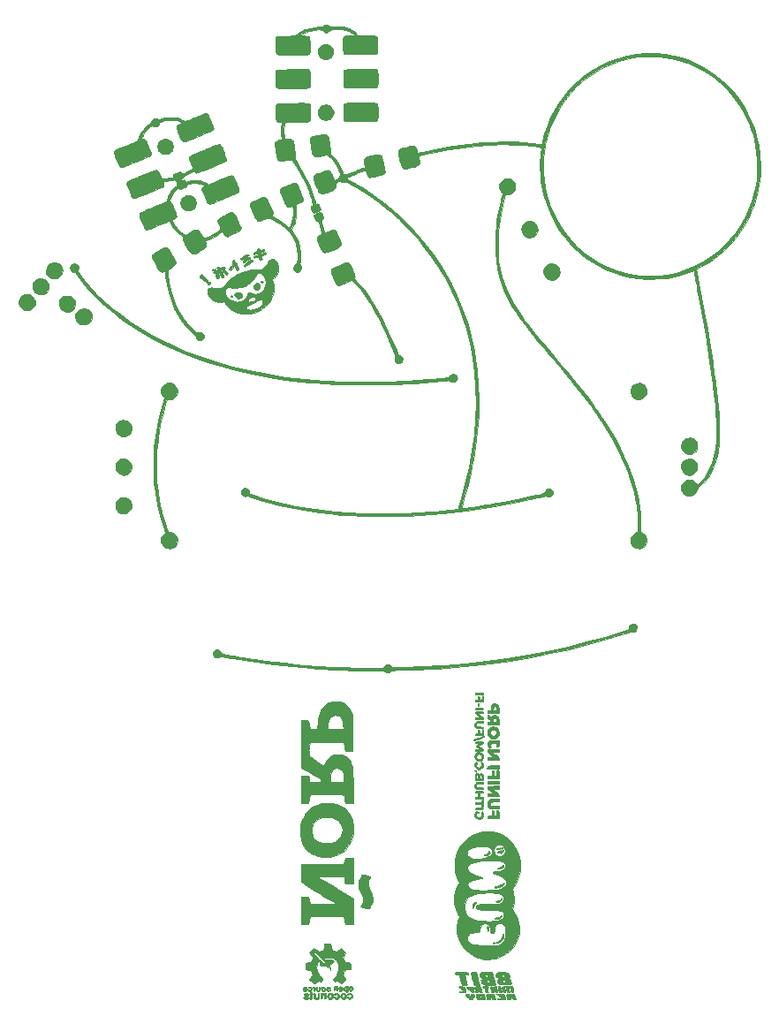
<source format=gbr>
G04 #@! TF.GenerationSoftware,KiCad,Pcbnew,5.0.2-bee76a0~70~ubuntu18.04.1*
G04 #@! TF.CreationDate,2019-07-17T02:08:38+03:00*
G04 #@! TF.ProjectId,Njorp_PCB,4e6a6f72-705f-4504-9342-2e6b69636164,rev?*
G04 #@! TF.SameCoordinates,Original*
G04 #@! TF.FileFunction,Soldermask,Bot*
G04 #@! TF.FilePolarity,Negative*
%FSLAX46Y46*%
G04 Gerber Fmt 4.6, Leading zero omitted, Abs format (unit mm)*
G04 Created by KiCad (PCBNEW 5.0.2-bee76a0~70~ubuntu18.04.1) date ke 17. heinäkuuta 2019 02.08.38*
%MOMM*%
%LPD*%
G01*
G04 APERTURE LIST*
%ADD10C,0.010000*%
%ADD11C,0.100000*%
G04 APERTURE END LIST*
D10*
G04 #@! TO.C,G\002A\002A\002A*
G36*
X5012200Y-46107873D02*
X5066521Y-46139662D01*
X5091642Y-46213119D01*
X5092478Y-46217417D01*
X5089354Y-46340835D01*
X5034179Y-46420534D01*
X4968176Y-46439667D01*
X4928566Y-46466346D01*
X4935616Y-46545500D01*
X4945879Y-46612921D01*
X4917647Y-46643221D01*
X4830823Y-46651127D01*
X4791200Y-46651334D01*
X4678491Y-46643975D01*
X4624870Y-46613356D01*
X4606694Y-46556516D01*
X4563930Y-46474513D01*
X4512651Y-46446340D01*
X4389703Y-46385193D01*
X4294302Y-46270920D01*
X4264732Y-46196250D01*
X4258207Y-46134674D01*
X4293260Y-46107508D01*
X4390210Y-46101038D01*
X4405823Y-46101000D01*
X4517212Y-46109457D01*
X4572885Y-46145213D01*
X4596949Y-46206834D01*
X4648019Y-46293607D01*
X4704395Y-46312667D01*
X4760766Y-46296758D01*
X4764802Y-46233784D01*
X4758717Y-46206834D01*
X4748482Y-46139143D01*
X4777095Y-46108915D01*
X4864708Y-46101176D01*
X4901142Y-46101000D01*
X5012200Y-46107873D01*
X5012200Y-46107873D01*
G37*
X5012200Y-46107873D02*
X5066521Y-46139662D01*
X5091642Y-46213119D01*
X5092478Y-46217417D01*
X5089354Y-46340835D01*
X5034179Y-46420534D01*
X4968176Y-46439667D01*
X4928566Y-46466346D01*
X4935616Y-46545500D01*
X4945879Y-46612921D01*
X4917647Y-46643221D01*
X4830823Y-46651127D01*
X4791200Y-46651334D01*
X4678491Y-46643975D01*
X4624870Y-46613356D01*
X4606694Y-46556516D01*
X4563930Y-46474513D01*
X4512651Y-46446340D01*
X4389703Y-46385193D01*
X4294302Y-46270920D01*
X4264732Y-46196250D01*
X4258207Y-46134674D01*
X4293260Y-46107508D01*
X4390210Y-46101038D01*
X4405823Y-46101000D01*
X4517212Y-46109457D01*
X4572885Y-46145213D01*
X4596949Y-46206834D01*
X4648019Y-46293607D01*
X4704395Y-46312667D01*
X4760766Y-46296758D01*
X4764802Y-46233784D01*
X4758717Y-46206834D01*
X4748482Y-46139143D01*
X4777095Y-46108915D01*
X4864708Y-46101176D01*
X4901142Y-46101000D01*
X5012200Y-46107873D01*
G36*
X6085759Y-46302084D02*
X6119423Y-46437319D01*
X6150598Y-46546663D01*
X6161058Y-46577250D01*
X6167328Y-46613363D01*
X6141901Y-46635428D01*
X6069814Y-46646827D01*
X5936101Y-46650945D01*
X5833453Y-46651334D01*
X5629493Y-46644530D01*
X5482557Y-46625302D01*
X5410262Y-46598417D01*
X5350093Y-46517924D01*
X5297388Y-46395419D01*
X5275493Y-46310735D01*
X5596819Y-46310735D01*
X5629285Y-46415744D01*
X5679666Y-46491253D01*
X5741527Y-46523597D01*
X5788916Y-46505489D01*
X5799666Y-46463589D01*
X5780181Y-46351750D01*
X5732685Y-46250513D01*
X5673617Y-46190936D01*
X5652547Y-46185667D01*
X5597386Y-46216742D01*
X5596819Y-46310735D01*
X5275493Y-46310735D01*
X5264281Y-46267371D01*
X5262904Y-46170248D01*
X5265312Y-46162754D01*
X5297708Y-46131459D01*
X5375195Y-46112237D01*
X5512046Y-46102877D01*
X5664067Y-46101000D01*
X6039125Y-46101000D01*
X6085759Y-46302084D01*
X6085759Y-46302084D01*
G37*
X6085759Y-46302084D02*
X6119423Y-46437319D01*
X6150598Y-46546663D01*
X6161058Y-46577250D01*
X6167328Y-46613363D01*
X6141901Y-46635428D01*
X6069814Y-46646827D01*
X5936101Y-46650945D01*
X5833453Y-46651334D01*
X5629493Y-46644530D01*
X5482557Y-46625302D01*
X5410262Y-46598417D01*
X5350093Y-46517924D01*
X5297388Y-46395419D01*
X5275493Y-46310735D01*
X5596819Y-46310735D01*
X5629285Y-46415744D01*
X5679666Y-46491253D01*
X5741527Y-46523597D01*
X5788916Y-46505489D01*
X5799666Y-46463589D01*
X5780181Y-46351750D01*
X5732685Y-46250513D01*
X5673617Y-46190936D01*
X5652547Y-46185667D01*
X5597386Y-46216742D01*
X5596819Y-46310735D01*
X5275493Y-46310735D01*
X5264281Y-46267371D01*
X5262904Y-46170248D01*
X5265312Y-46162754D01*
X5297708Y-46131459D01*
X5375195Y-46112237D01*
X5512046Y-46102877D01*
X5664067Y-46101000D01*
X6039125Y-46101000D01*
X6085759Y-46302084D01*
G36*
X6592088Y-46101648D02*
X6755224Y-46105753D01*
X6887310Y-46116025D01*
X6963846Y-46130405D01*
X6970035Y-46133398D01*
X7010006Y-46190746D01*
X7053072Y-46298132D01*
X7067630Y-46347065D01*
X7103020Y-46473143D01*
X7132876Y-46570161D01*
X7140040Y-46590481D01*
X7135400Y-46630743D01*
X7070708Y-46648712D01*
X6994118Y-46651334D01*
X6881060Y-46643465D01*
X6824227Y-46609857D01*
X6798282Y-46545500D01*
X6748529Y-46459782D01*
X6693730Y-46439667D01*
X6638222Y-46458786D01*
X6633250Y-46530019D01*
X6635972Y-46545500D01*
X6641172Y-46615378D01*
X6605896Y-46645011D01*
X6508679Y-46651326D01*
X6501773Y-46651334D01*
X6394618Y-46638124D01*
X6334031Y-46605159D01*
X6330720Y-46598417D01*
X6267230Y-46390944D01*
X6235784Y-46251057D01*
X6236226Y-46246063D01*
X6561666Y-46246063D01*
X6597276Y-46301021D01*
X6649861Y-46312667D01*
X6714379Y-46292443D01*
X6720436Y-46259750D01*
X6674884Y-46207038D01*
X6610872Y-46194063D01*
X6565941Y-46224061D01*
X6561666Y-46246063D01*
X6236226Y-46246063D01*
X6243372Y-46165469D01*
X6296986Y-46120890D01*
X6403617Y-46104032D01*
X6570259Y-46101606D01*
X6592088Y-46101648D01*
X6592088Y-46101648D01*
G37*
X6592088Y-46101648D02*
X6755224Y-46105753D01*
X6887310Y-46116025D01*
X6963846Y-46130405D01*
X6970035Y-46133398D01*
X7010006Y-46190746D01*
X7053072Y-46298132D01*
X7067630Y-46347065D01*
X7103020Y-46473143D01*
X7132876Y-46570161D01*
X7140040Y-46590481D01*
X7135400Y-46630743D01*
X7070708Y-46648712D01*
X6994118Y-46651334D01*
X6881060Y-46643465D01*
X6824227Y-46609857D01*
X6798282Y-46545500D01*
X6748529Y-46459782D01*
X6693730Y-46439667D01*
X6638222Y-46458786D01*
X6633250Y-46530019D01*
X6635972Y-46545500D01*
X6641172Y-46615378D01*
X6605896Y-46645011D01*
X6508679Y-46651326D01*
X6501773Y-46651334D01*
X6394618Y-46638124D01*
X6334031Y-46605159D01*
X6330720Y-46598417D01*
X6267230Y-46390944D01*
X6235784Y-46251057D01*
X6236226Y-46246063D01*
X6561666Y-46246063D01*
X6597276Y-46301021D01*
X6649861Y-46312667D01*
X6714379Y-46292443D01*
X6720436Y-46259750D01*
X6674884Y-46207038D01*
X6610872Y-46194063D01*
X6565941Y-46224061D01*
X6561666Y-46246063D01*
X6236226Y-46246063D01*
X6243372Y-46165469D01*
X6296986Y-46120890D01*
X6403617Y-46104032D01*
X6570259Y-46101606D01*
X6592088Y-46101648D01*
G36*
X7703680Y-46103813D02*
X7833030Y-46111622D01*
X7921737Y-46124985D01*
X7943702Y-46133398D01*
X7988892Y-46197980D01*
X8030534Y-46312120D01*
X8059571Y-46440889D01*
X8066942Y-46549359D01*
X8060381Y-46583300D01*
X8030772Y-46618138D01*
X7963755Y-46639075D01*
X7842785Y-46649117D01*
X7686026Y-46651334D01*
X7521784Y-46648115D01*
X7391659Y-46639555D01*
X7317597Y-46627300D01*
X7309555Y-46623111D01*
X7281952Y-46571347D01*
X7327003Y-46539504D01*
X7449195Y-46525452D01*
X7517694Y-46524334D01*
X7660324Y-46518232D01*
X7728723Y-46498372D01*
X7736628Y-46471417D01*
X7685618Y-46425369D01*
X7616684Y-46404332D01*
X7513301Y-46378516D01*
X7472503Y-46346246D01*
X7500416Y-46320299D01*
X7572727Y-46312667D01*
X7675218Y-46302048D01*
X7705906Y-46276090D01*
X7674126Y-46243640D01*
X7589214Y-46213548D01*
X7460505Y-46194659D01*
X7447339Y-46193825D01*
X7311696Y-46179622D01*
X7210547Y-46157167D01*
X7177616Y-46140908D01*
X7197183Y-46124019D01*
X7280439Y-46111661D01*
X7406518Y-46104037D01*
X7554554Y-46101353D01*
X7703680Y-46103813D01*
X7703680Y-46103813D01*
G37*
X7703680Y-46103813D02*
X7833030Y-46111622D01*
X7921737Y-46124985D01*
X7943702Y-46133398D01*
X7988892Y-46197980D01*
X8030534Y-46312120D01*
X8059571Y-46440889D01*
X8066942Y-46549359D01*
X8060381Y-46583300D01*
X8030772Y-46618138D01*
X7963755Y-46639075D01*
X7842785Y-46649117D01*
X7686026Y-46651334D01*
X7521784Y-46648115D01*
X7391659Y-46639555D01*
X7317597Y-46627300D01*
X7309555Y-46623111D01*
X7281952Y-46571347D01*
X7327003Y-46539504D01*
X7449195Y-46525452D01*
X7517694Y-46524334D01*
X7660324Y-46518232D01*
X7728723Y-46498372D01*
X7736628Y-46471417D01*
X7685618Y-46425369D01*
X7616684Y-46404332D01*
X7513301Y-46378516D01*
X7472503Y-46346246D01*
X7500416Y-46320299D01*
X7572727Y-46312667D01*
X7675218Y-46302048D01*
X7705906Y-46276090D01*
X7674126Y-46243640D01*
X7589214Y-46213548D01*
X7460505Y-46194659D01*
X7447339Y-46193825D01*
X7311696Y-46179622D01*
X7210547Y-46157167D01*
X7177616Y-46140908D01*
X7197183Y-46124019D01*
X7280439Y-46111661D01*
X7406518Y-46104037D01*
X7554554Y-46101353D01*
X7703680Y-46103813D01*
G36*
X9021479Y-46354956D02*
X9052927Y-46490915D01*
X9068666Y-46591039D01*
X9066432Y-46630123D01*
X9013024Y-46645407D01*
X8921600Y-46651334D01*
X8824086Y-46632829D01*
X8765480Y-46561286D01*
X8750041Y-46524334D01*
X8692483Y-46430534D01*
X8627777Y-46397334D01*
X8577998Y-46413438D01*
X8570851Y-46476618D01*
X8578850Y-46524334D01*
X8589805Y-46608016D01*
X8562701Y-46643412D01*
X8476420Y-46651249D01*
X8449463Y-46651334D01*
X8324600Y-46633249D01*
X8270066Y-46587201D01*
X8260161Y-46495170D01*
X8269366Y-46431635D01*
X8260406Y-46330838D01*
X8224926Y-46290222D01*
X8197301Y-46246063D01*
X8509000Y-46246063D01*
X8544610Y-46301021D01*
X8597194Y-46312667D01*
X8661713Y-46292443D01*
X8667769Y-46259750D01*
X8622218Y-46207038D01*
X8558206Y-46194063D01*
X8513274Y-46224061D01*
X8509000Y-46246063D01*
X8197301Y-46246063D01*
X8178599Y-46216170D01*
X8183293Y-46170622D01*
X8210849Y-46136201D01*
X8272219Y-46115033D01*
X8383803Y-46104259D01*
X8562003Y-46101020D01*
X8582662Y-46101000D01*
X8955315Y-46101000D01*
X9021479Y-46354956D01*
X9021479Y-46354956D01*
G37*
X9021479Y-46354956D02*
X9052927Y-46490915D01*
X9068666Y-46591039D01*
X9066432Y-46630123D01*
X9013024Y-46645407D01*
X8921600Y-46651334D01*
X8824086Y-46632829D01*
X8765480Y-46561286D01*
X8750041Y-46524334D01*
X8692483Y-46430534D01*
X8627777Y-46397334D01*
X8577998Y-46413438D01*
X8570851Y-46476618D01*
X8578850Y-46524334D01*
X8589805Y-46608016D01*
X8562701Y-46643412D01*
X8476420Y-46651249D01*
X8449463Y-46651334D01*
X8324600Y-46633249D01*
X8270066Y-46587201D01*
X8260161Y-46495170D01*
X8269366Y-46431635D01*
X8260406Y-46330838D01*
X8224926Y-46290222D01*
X8197301Y-46246063D01*
X8509000Y-46246063D01*
X8544610Y-46301021D01*
X8597194Y-46312667D01*
X8661713Y-46292443D01*
X8667769Y-46259750D01*
X8622218Y-46207038D01*
X8558206Y-46194063D01*
X8513274Y-46224061D01*
X8509000Y-46246063D01*
X8197301Y-46246063D01*
X8178599Y-46216170D01*
X8183293Y-46170622D01*
X8210849Y-46136201D01*
X8272219Y-46115033D01*
X8383803Y-46104259D01*
X8562003Y-46101020D01*
X8582662Y-46101000D01*
X8955315Y-46101000D01*
X9021479Y-46354956D01*
G36*
X-10906824Y-46031329D02*
X-10845800Y-46067134D01*
X-10804517Y-46148505D01*
X-10795000Y-46213601D01*
X-10814462Y-46283543D01*
X-10886145Y-46332731D01*
X-10964334Y-46360002D01*
X-11088511Y-46408272D01*
X-11130407Y-46447958D01*
X-11091782Y-46470489D01*
X-10974397Y-46467294D01*
X-10943167Y-46463046D01*
X-10816114Y-46455353D01*
X-10754999Y-46475636D01*
X-10766191Y-46517905D01*
X-10834551Y-46565177D01*
X-10973211Y-46605367D01*
X-11116282Y-46595150D01*
X-11226941Y-46537728D01*
X-11233960Y-46530456D01*
X-11282906Y-46434437D01*
X-11249972Y-46349892D01*
X-11137659Y-46281355D01*
X-11086953Y-46264019D01*
X-10983784Y-46225228D01*
X-10926281Y-46188305D01*
X-10922000Y-46178966D01*
X-10955005Y-46149185D01*
X-11026249Y-46145969D01*
X-11094083Y-46167855D01*
X-11112500Y-46185667D01*
X-11170124Y-46225197D01*
X-11233395Y-46215238D01*
X-11260667Y-46165990D01*
X-11223862Y-46092973D01*
X-11133033Y-46041523D01*
X-11017560Y-46018642D01*
X-10906824Y-46031329D01*
X-10906824Y-46031329D01*
G37*
X-10906824Y-46031329D02*
X-10845800Y-46067134D01*
X-10804517Y-46148505D01*
X-10795000Y-46213601D01*
X-10814462Y-46283543D01*
X-10886145Y-46332731D01*
X-10964334Y-46360002D01*
X-11088511Y-46408272D01*
X-11130407Y-46447958D01*
X-11091782Y-46470489D01*
X-10974397Y-46467294D01*
X-10943167Y-46463046D01*
X-10816114Y-46455353D01*
X-10754999Y-46475636D01*
X-10766191Y-46517905D01*
X-10834551Y-46565177D01*
X-10973211Y-46605367D01*
X-11116282Y-46595150D01*
X-11226941Y-46537728D01*
X-11233960Y-46530456D01*
X-11282906Y-46434437D01*
X-11249972Y-46349892D01*
X-11137659Y-46281355D01*
X-11086953Y-46264019D01*
X-10983784Y-46225228D01*
X-10926281Y-46188305D01*
X-10922000Y-46178966D01*
X-10955005Y-46149185D01*
X-11026249Y-46145969D01*
X-11094083Y-46167855D01*
X-11112500Y-46185667D01*
X-11170124Y-46225197D01*
X-11233395Y-46215238D01*
X-11260667Y-46165990D01*
X-11223862Y-46092973D01*
X-11133033Y-46041523D01*
X-11017560Y-46018642D01*
X-10906824Y-46031329D01*
G36*
X-10483250Y-45921595D02*
X-10430150Y-45994762D01*
X-10398407Y-46077040D01*
X-10404729Y-46135976D01*
X-10411412Y-46141734D01*
X-10436695Y-46194878D01*
X-10457234Y-46303215D01*
X-10464199Y-46376985D01*
X-10477868Y-46505834D01*
X-10504660Y-46572262D01*
X-10554943Y-46598466D01*
X-10568756Y-46600838D01*
X-10652456Y-46594330D01*
X-10685863Y-46572013D01*
X-10682006Y-46515432D01*
X-10668691Y-46503594D01*
X-10640584Y-46446365D01*
X-10627530Y-46343071D01*
X-10629985Y-46230512D01*
X-10648403Y-46145488D01*
X-10664004Y-46124637D01*
X-10679255Y-46073964D01*
X-10652652Y-45995897D01*
X-10601556Y-45923555D01*
X-10543331Y-45890058D01*
X-10541000Y-45889994D01*
X-10483250Y-45921595D01*
X-10483250Y-45921595D01*
G37*
X-10483250Y-45921595D02*
X-10430150Y-45994762D01*
X-10398407Y-46077040D01*
X-10404729Y-46135976D01*
X-10411412Y-46141734D01*
X-10436695Y-46194878D01*
X-10457234Y-46303215D01*
X-10464199Y-46376985D01*
X-10477868Y-46505834D01*
X-10504660Y-46572262D01*
X-10554943Y-46598466D01*
X-10568756Y-46600838D01*
X-10652456Y-46594330D01*
X-10685863Y-46572013D01*
X-10682006Y-46515432D01*
X-10668691Y-46503594D01*
X-10640584Y-46446365D01*
X-10627530Y-46343071D01*
X-10629985Y-46230512D01*
X-10648403Y-46145488D01*
X-10664004Y-46124637D01*
X-10679255Y-46073964D01*
X-10652652Y-45995897D01*
X-10601556Y-45923555D01*
X-10543331Y-45890058D01*
X-10541000Y-45889994D01*
X-10483250Y-45921595D01*
G36*
X-9805082Y-46036363D02*
X-9785307Y-46107099D01*
X-9779043Y-46244514D01*
X-9779000Y-46261867D01*
X-9787057Y-46435546D01*
X-9821076Y-46541237D01*
X-9895829Y-46590893D01*
X-10026088Y-46596465D01*
X-10170584Y-46578679D01*
X-10233435Y-46564663D01*
X-10268278Y-46533035D01*
X-10283362Y-46463245D01*
X-10286938Y-46334741D01*
X-10287000Y-46288688D01*
X-10282685Y-46135242D01*
X-10267280Y-46050319D01*
X-10237097Y-46018098D01*
X-10223500Y-46016334D01*
X-10178341Y-46045729D01*
X-10160677Y-46141951D01*
X-10160000Y-46177576D01*
X-10140799Y-46326156D01*
X-10089965Y-46430602D01*
X-10017648Y-46474865D01*
X-9975622Y-46469040D01*
X-9930593Y-46425819D01*
X-9909439Y-46329152D01*
X-9906000Y-46229329D01*
X-9899282Y-46095754D01*
X-9875998Y-46030271D01*
X-9842500Y-46016334D01*
X-9805082Y-46036363D01*
X-9805082Y-46036363D01*
G37*
X-9805082Y-46036363D02*
X-9785307Y-46107099D01*
X-9779043Y-46244514D01*
X-9779000Y-46261867D01*
X-9787057Y-46435546D01*
X-9821076Y-46541237D01*
X-9895829Y-46590893D01*
X-10026088Y-46596465D01*
X-10170584Y-46578679D01*
X-10233435Y-46564663D01*
X-10268278Y-46533035D01*
X-10283362Y-46463245D01*
X-10286938Y-46334741D01*
X-10287000Y-46288688D01*
X-10282685Y-46135242D01*
X-10267280Y-46050319D01*
X-10237097Y-46018098D01*
X-10223500Y-46016334D01*
X-10178341Y-46045729D01*
X-10160677Y-46141951D01*
X-10160000Y-46177576D01*
X-10140799Y-46326156D01*
X-10089965Y-46430602D01*
X-10017648Y-46474865D01*
X-9975622Y-46469040D01*
X-9930593Y-46425819D01*
X-9909439Y-46329152D01*
X-9906000Y-46229329D01*
X-9899282Y-46095754D01*
X-9875998Y-46030271D01*
X-9842500Y-46016334D01*
X-9805082Y-46036363D01*
G36*
X-8552705Y-46052103D02*
X-8458697Y-46151365D01*
X-8424340Y-46303186D01*
X-8424334Y-46305417D01*
X-8459311Y-46454136D01*
X-8550754Y-46557610D01*
X-8678431Y-46603941D01*
X-8822108Y-46581230D01*
X-8860597Y-46561963D01*
X-8953929Y-46463074D01*
X-8991296Y-46324802D01*
X-8981396Y-46262606D01*
X-8833700Y-46262606D01*
X-8833547Y-46361050D01*
X-8804878Y-46419050D01*
X-8718850Y-46477321D01*
X-8636500Y-46453140D01*
X-8593667Y-46397334D01*
X-8574063Y-46291787D01*
X-8612966Y-46197708D01*
X-8694832Y-46146015D01*
X-8721350Y-46143334D01*
X-8792891Y-46178779D01*
X-8833700Y-46262606D01*
X-8981396Y-46262606D01*
X-8970971Y-46197112D01*
X-8909527Y-46083532D01*
X-8820170Y-46029638D01*
X-8695478Y-46016982D01*
X-8552705Y-46052103D01*
X-8552705Y-46052103D01*
G37*
X-8552705Y-46052103D02*
X-8458697Y-46151365D01*
X-8424340Y-46303186D01*
X-8424334Y-46305417D01*
X-8459311Y-46454136D01*
X-8550754Y-46557610D01*
X-8678431Y-46603941D01*
X-8822108Y-46581230D01*
X-8860597Y-46561963D01*
X-8953929Y-46463074D01*
X-8991296Y-46324802D01*
X-8981396Y-46262606D01*
X-8833700Y-46262606D01*
X-8833547Y-46361050D01*
X-8804878Y-46419050D01*
X-8718850Y-46477321D01*
X-8636500Y-46453140D01*
X-8593667Y-46397334D01*
X-8574063Y-46291787D01*
X-8612966Y-46197708D01*
X-8694832Y-46146015D01*
X-8721350Y-46143334D01*
X-8792891Y-46178779D01*
X-8833700Y-46262606D01*
X-8981396Y-46262606D01*
X-8970971Y-46197112D01*
X-8909527Y-46083532D01*
X-8820170Y-46029638D01*
X-8695478Y-46016982D01*
X-8552705Y-46052103D01*
G36*
X-7976058Y-46034153D02*
X-7898191Y-46082857D01*
X-7842340Y-46188861D01*
X-7830565Y-46325546D01*
X-7860700Y-46456753D01*
X-7925753Y-46543100D01*
X-8020366Y-46593162D01*
X-8085667Y-46609000D01*
X-8168745Y-46585837D01*
X-8245581Y-46543100D01*
X-8315405Y-46480954D01*
X-8339667Y-46437266D01*
X-8307824Y-46403131D01*
X-8239572Y-46400554D01*
X-8175829Y-46426606D01*
X-8158138Y-46450250D01*
X-8123318Y-46481567D01*
X-8059360Y-46456510D01*
X-7982332Y-46369786D01*
X-7973126Y-46259591D01*
X-8024946Y-46167769D01*
X-8086229Y-46120542D01*
X-8139466Y-46138055D01*
X-8168115Y-46162492D01*
X-8255610Y-46218677D01*
X-8319296Y-46218653D01*
X-8339667Y-46172967D01*
X-8303466Y-46089496D01*
X-8212831Y-46034870D01*
X-8094711Y-46014589D01*
X-7976058Y-46034153D01*
X-7976058Y-46034153D01*
G37*
X-7976058Y-46034153D02*
X-7898191Y-46082857D01*
X-7842340Y-46188861D01*
X-7830565Y-46325546D01*
X-7860700Y-46456753D01*
X-7925753Y-46543100D01*
X-8020366Y-46593162D01*
X-8085667Y-46609000D01*
X-8168745Y-46585837D01*
X-8245581Y-46543100D01*
X-8315405Y-46480954D01*
X-8339667Y-46437266D01*
X-8307824Y-46403131D01*
X-8239572Y-46400554D01*
X-8175829Y-46426606D01*
X-8158138Y-46450250D01*
X-8123318Y-46481567D01*
X-8059360Y-46456510D01*
X-7982332Y-46369786D01*
X-7973126Y-46259591D01*
X-8024946Y-46167769D01*
X-8086229Y-46120542D01*
X-8139466Y-46138055D01*
X-8168115Y-46162492D01*
X-8255610Y-46218677D01*
X-8319296Y-46218653D01*
X-8339667Y-46172967D01*
X-8303466Y-46089496D01*
X-8212831Y-46034870D01*
X-8094711Y-46014589D01*
X-7976058Y-46034153D01*
G36*
X-7313314Y-46040349D02*
X-7204568Y-46117918D01*
X-7156376Y-46252929D01*
X-7154334Y-46294989D01*
X-7184702Y-46430530D01*
X-7265876Y-46521261D01*
X-7370018Y-46590256D01*
X-7456960Y-46601557D01*
X-7567137Y-46559492D01*
X-7576964Y-46554560D01*
X-7688813Y-46456185D01*
X-7722906Y-46351131D01*
X-7569040Y-46351131D01*
X-7525632Y-46432436D01*
X-7442757Y-46475425D01*
X-7373091Y-46442928D01*
X-7333784Y-46344030D01*
X-7332089Y-46329881D01*
X-7343248Y-46210875D01*
X-7392812Y-46134879D01*
X-7465230Y-46117828D01*
X-7514167Y-46143334D01*
X-7568621Y-46236305D01*
X-7569040Y-46351131D01*
X-7722906Y-46351131D01*
X-7732907Y-46320316D01*
X-7702713Y-46167940D01*
X-7699474Y-46160971D01*
X-7639708Y-46073553D01*
X-7550020Y-46033527D01*
X-7477964Y-46024114D01*
X-7313314Y-46040349D01*
X-7313314Y-46040349D01*
G37*
X-7313314Y-46040349D02*
X-7204568Y-46117918D01*
X-7156376Y-46252929D01*
X-7154334Y-46294989D01*
X-7184702Y-46430530D01*
X-7265876Y-46521261D01*
X-7370018Y-46590256D01*
X-7456960Y-46601557D01*
X-7567137Y-46559492D01*
X-7576964Y-46554560D01*
X-7688813Y-46456185D01*
X-7722906Y-46351131D01*
X-7569040Y-46351131D01*
X-7525632Y-46432436D01*
X-7442757Y-46475425D01*
X-7373091Y-46442928D01*
X-7333784Y-46344030D01*
X-7332089Y-46329881D01*
X-7343248Y-46210875D01*
X-7392812Y-46134879D01*
X-7465230Y-46117828D01*
X-7514167Y-46143334D01*
X-7568621Y-46236305D01*
X-7569040Y-46351131D01*
X-7722906Y-46351131D01*
X-7732907Y-46320316D01*
X-7702713Y-46167940D01*
X-7699474Y-46160971D01*
X-7639708Y-46073553D01*
X-7550020Y-46033527D01*
X-7477964Y-46024114D01*
X-7313314Y-46040349D01*
G36*
X-6709811Y-46018250D02*
X-6621899Y-46077262D01*
X-6619175Y-46080869D01*
X-6572767Y-46198216D01*
X-6565621Y-46340911D01*
X-6598228Y-46465208D01*
X-6614584Y-46490801D01*
X-6727239Y-46572501D01*
X-6866013Y-46580920D01*
X-6942292Y-46554094D01*
X-7017496Y-46496084D01*
X-7060399Y-46427163D01*
X-7060896Y-46372203D01*
X-7023188Y-46355000D01*
X-6953792Y-46381318D01*
X-6889260Y-46428522D01*
X-6825499Y-46477254D01*
X-6783117Y-46463965D01*
X-6748344Y-46420430D01*
X-6701262Y-46337714D01*
X-6688667Y-46291500D01*
X-6711782Y-46222557D01*
X-6748344Y-46162570D01*
X-6797655Y-46107345D01*
X-6843030Y-46115595D01*
X-6889260Y-46154479D01*
X-6981650Y-46216395D01*
X-7047193Y-46219610D01*
X-7069667Y-46169684D01*
X-7033435Y-46084539D01*
X-6943061Y-46027307D01*
X-6826026Y-46003405D01*
X-6709811Y-46018250D01*
X-6709811Y-46018250D01*
G37*
X-6709811Y-46018250D02*
X-6621899Y-46077262D01*
X-6619175Y-46080869D01*
X-6572767Y-46198216D01*
X-6565621Y-46340911D01*
X-6598228Y-46465208D01*
X-6614584Y-46490801D01*
X-6727239Y-46572501D01*
X-6866013Y-46580920D01*
X-6942292Y-46554094D01*
X-7017496Y-46496084D01*
X-7060399Y-46427163D01*
X-7060896Y-46372203D01*
X-7023188Y-46355000D01*
X-6953792Y-46381318D01*
X-6889260Y-46428522D01*
X-6825499Y-46477254D01*
X-6783117Y-46463965D01*
X-6748344Y-46420430D01*
X-6701262Y-46337714D01*
X-6688667Y-46291500D01*
X-6711782Y-46222557D01*
X-6748344Y-46162570D01*
X-6797655Y-46107345D01*
X-6843030Y-46115595D01*
X-6889260Y-46154479D01*
X-6981650Y-46216395D01*
X-7047193Y-46219610D01*
X-7069667Y-46169684D01*
X-7033435Y-46084539D01*
X-6943061Y-46027307D01*
X-6826026Y-46003405D01*
X-6709811Y-46018250D01*
G36*
X-9101667Y-46025090D02*
X-9101667Y-46295878D01*
X-9104507Y-46443603D01*
X-9116823Y-46525471D01*
X-9144309Y-46560209D01*
X-9184014Y-46566667D01*
X-9235881Y-46552202D01*
X-9264196Y-46495199D01*
X-9278628Y-46375246D01*
X-9279264Y-46365584D01*
X-9292932Y-46241623D01*
X-9319745Y-46181544D01*
X-9369762Y-46164618D01*
X-9376834Y-46164500D01*
X-9429898Y-46178069D01*
X-9458694Y-46232595D01*
X-9473277Y-46348807D01*
X-9474403Y-46365584D01*
X-9496582Y-46502127D01*
X-9534152Y-46563823D01*
X-9577007Y-46548354D01*
X-9615040Y-46453404D01*
X-9625465Y-46400200D01*
X-9632806Y-46262603D01*
X-9616210Y-46141204D01*
X-9611357Y-46126611D01*
X-9579547Y-46064863D01*
X-9528505Y-46033272D01*
X-9433641Y-46022515D01*
X-9336148Y-46022289D01*
X-9101667Y-46025090D01*
X-9101667Y-46025090D01*
G37*
X-9101667Y-46025090D02*
X-9101667Y-46295878D01*
X-9104507Y-46443603D01*
X-9116823Y-46525471D01*
X-9144309Y-46560209D01*
X-9184014Y-46566667D01*
X-9235881Y-46552202D01*
X-9264196Y-46495199D01*
X-9278628Y-46375246D01*
X-9279264Y-46365584D01*
X-9292932Y-46241623D01*
X-9319745Y-46181544D01*
X-9369762Y-46164618D01*
X-9376834Y-46164500D01*
X-9429898Y-46178069D01*
X-9458694Y-46232595D01*
X-9473277Y-46348807D01*
X-9474403Y-46365584D01*
X-9496582Y-46502127D01*
X-9534152Y-46563823D01*
X-9577007Y-46548354D01*
X-9615040Y-46453404D01*
X-9625465Y-46400200D01*
X-9632806Y-46262603D01*
X-9616210Y-46141204D01*
X-9611357Y-46126611D01*
X-9579547Y-46064863D01*
X-9528505Y-46033272D01*
X-9433641Y-46022515D01*
X-9336148Y-46022289D01*
X-9101667Y-46025090D01*
G36*
X-7027334Y-45391314D02*
X-7027334Y-45682657D01*
X-7031177Y-45842108D01*
X-7044979Y-45932775D01*
X-7072146Y-45970286D01*
X-7090834Y-45974000D01*
X-7142438Y-45938286D01*
X-7154334Y-45884804D01*
X-7171384Y-45820551D01*
X-7223956Y-45822325D01*
X-7309486Y-45815953D01*
X-7393017Y-45754904D01*
X-7445171Y-45664620D01*
X-7450667Y-45625989D01*
X-7446287Y-45603584D01*
X-7315896Y-45603584D01*
X-7313440Y-45689006D01*
X-7267521Y-45718457D01*
X-7239000Y-45720000D01*
X-7174571Y-45704161D01*
X-7159044Y-45640585D01*
X-7162105Y-45603584D01*
X-7193065Y-45514128D01*
X-7239000Y-45487167D01*
X-7292154Y-45525056D01*
X-7315896Y-45603584D01*
X-7446287Y-45603584D01*
X-7423784Y-45488503D01*
X-7339481Y-45411228D01*
X-7196598Y-45388978D01*
X-7027334Y-45391314D01*
X-7027334Y-45391314D01*
G37*
X-7027334Y-45391314D02*
X-7027334Y-45682657D01*
X-7031177Y-45842108D01*
X-7044979Y-45932775D01*
X-7072146Y-45970286D01*
X-7090834Y-45974000D01*
X-7142438Y-45938286D01*
X-7154334Y-45884804D01*
X-7171384Y-45820551D01*
X-7223956Y-45822325D01*
X-7309486Y-45815953D01*
X-7393017Y-45754904D01*
X-7445171Y-45664620D01*
X-7450667Y-45625989D01*
X-7446287Y-45603584D01*
X-7315896Y-45603584D01*
X-7313440Y-45689006D01*
X-7267521Y-45718457D01*
X-7239000Y-45720000D01*
X-7174571Y-45704161D01*
X-7159044Y-45640585D01*
X-7162105Y-45603584D01*
X-7193065Y-45514128D01*
X-7239000Y-45487167D01*
X-7292154Y-45525056D01*
X-7315896Y-45603584D01*
X-7446287Y-45603584D01*
X-7423784Y-45488503D01*
X-7339481Y-45411228D01*
X-7196598Y-45388978D01*
X-7027334Y-45391314D01*
G36*
X3883681Y-45389983D02*
X4038025Y-45399617D01*
X4130439Y-45417223D01*
X4183658Y-45451241D01*
X4220418Y-45510109D01*
X4223281Y-45516044D01*
X4262988Y-45637581D01*
X4286411Y-45780083D01*
X4287183Y-45791211D01*
X4296833Y-45952834D01*
X4016309Y-45965232D01*
X3857142Y-45967908D01*
X3763925Y-45956345D01*
X3718676Y-45927430D01*
X3710720Y-45912315D01*
X3710581Y-45871632D01*
X3762093Y-45852001D01*
X3878356Y-45847000D01*
X4003759Y-45838741D01*
X4053613Y-45812425D01*
X4053436Y-45794084D01*
X4001550Y-45742980D01*
X3954658Y-45726474D01*
X3867653Y-45698577D01*
X3828479Y-45664211D01*
X3849086Y-45639285D01*
X3886200Y-45635334D01*
X3961716Y-45610774D01*
X3979333Y-45571834D01*
X3954402Y-45529980D01*
X3869631Y-45510915D01*
X3788833Y-45508334D01*
X3664432Y-45500446D01*
X3607224Y-45473046D01*
X3598333Y-45442899D01*
X3612768Y-45407955D01*
X3667297Y-45390214D01*
X3778752Y-45386555D01*
X3883681Y-45389983D01*
X3883681Y-45389983D01*
G37*
X3883681Y-45389983D02*
X4038025Y-45399617D01*
X4130439Y-45417223D01*
X4183658Y-45451241D01*
X4220418Y-45510109D01*
X4223281Y-45516044D01*
X4262988Y-45637581D01*
X4286411Y-45780083D01*
X4287183Y-45791211D01*
X4296833Y-45952834D01*
X4016309Y-45965232D01*
X3857142Y-45967908D01*
X3763925Y-45956345D01*
X3718676Y-45927430D01*
X3710720Y-45912315D01*
X3710581Y-45871632D01*
X3762093Y-45852001D01*
X3878356Y-45847000D01*
X4003759Y-45838741D01*
X4053613Y-45812425D01*
X4053436Y-45794084D01*
X4001550Y-45742980D01*
X3954658Y-45726474D01*
X3867653Y-45698577D01*
X3828479Y-45664211D01*
X3849086Y-45639285D01*
X3886200Y-45635334D01*
X3961716Y-45610774D01*
X3979333Y-45571834D01*
X3954402Y-45529980D01*
X3869631Y-45510915D01*
X3788833Y-45508334D01*
X3664432Y-45500446D01*
X3607224Y-45473046D01*
X3598333Y-45442899D01*
X3612768Y-45407955D01*
X3667297Y-45390214D01*
X3778752Y-45386555D01*
X3883681Y-45389983D01*
G36*
X5023500Y-45614167D02*
X5064441Y-45787236D01*
X5076604Y-45894761D01*
X5057905Y-45951547D01*
X5006259Y-45972396D01*
X4972838Y-45974000D01*
X4884626Y-45951777D01*
X4845838Y-45910500D01*
X4814284Y-45809498D01*
X4806161Y-45783500D01*
X4748644Y-45734936D01*
X4639852Y-45720000D01*
X4495558Y-45692145D01*
X4399175Y-45617688D01*
X4374129Y-45534120D01*
X4619528Y-45534120D01*
X4630038Y-45592668D01*
X4642555Y-45607111D01*
X4704517Y-45634077D01*
X4739913Y-45590016D01*
X4741333Y-45571834D01*
X4707446Y-45515709D01*
X4677833Y-45508334D01*
X4619528Y-45534120D01*
X4374129Y-45534120D01*
X4366988Y-45510296D01*
X4368663Y-45492474D01*
X4383180Y-45444967D01*
X4422502Y-45417893D01*
X4505797Y-45405620D01*
X4652232Y-45402523D01*
X4675067Y-45402500D01*
X4968634Y-45402500D01*
X5023500Y-45614167D01*
X5023500Y-45614167D01*
G37*
X5023500Y-45614167D02*
X5064441Y-45787236D01*
X5076604Y-45894761D01*
X5057905Y-45951547D01*
X5006259Y-45972396D01*
X4972838Y-45974000D01*
X4884626Y-45951777D01*
X4845838Y-45910500D01*
X4814284Y-45809498D01*
X4806161Y-45783500D01*
X4748644Y-45734936D01*
X4639852Y-45720000D01*
X4495558Y-45692145D01*
X4399175Y-45617688D01*
X4374129Y-45534120D01*
X4619528Y-45534120D01*
X4630038Y-45592668D01*
X4642555Y-45607111D01*
X4704517Y-45634077D01*
X4739913Y-45590016D01*
X4741333Y-45571834D01*
X4707446Y-45515709D01*
X4677833Y-45508334D01*
X4619528Y-45534120D01*
X4374129Y-45534120D01*
X4366988Y-45510296D01*
X4368663Y-45492474D01*
X4383180Y-45444967D01*
X4422502Y-45417893D01*
X4505797Y-45405620D01*
X4652232Y-45402523D01*
X4675067Y-45402500D01*
X4968634Y-45402500D01*
X5023500Y-45614167D01*
G36*
X5567373Y-45386686D02*
X5668870Y-45410786D01*
X5703706Y-45434250D01*
X5735904Y-45503081D01*
X5774957Y-45621793D01*
X5811580Y-45757152D01*
X5836488Y-45875925D01*
X5842000Y-45929246D01*
X5805720Y-45962632D01*
X5733964Y-45974000D01*
X5645007Y-45950812D01*
X5589174Y-45867306D01*
X5581656Y-45847000D01*
X5534419Y-45758751D01*
X5481097Y-45720074D01*
X5479083Y-45720000D01*
X5440840Y-45745814D01*
X5443420Y-45832461D01*
X5446183Y-45847000D01*
X5456087Y-45935765D01*
X5424499Y-45969389D01*
X5362956Y-45974000D01*
X5275032Y-45963018D01*
X5237191Y-45942250D01*
X5202131Y-45850530D01*
X5168739Y-45721891D01*
X5143558Y-45588764D01*
X5139785Y-45550667D01*
X5376333Y-45550667D01*
X5410621Y-45588224D01*
X5439833Y-45593000D01*
X5496169Y-45570141D01*
X5503333Y-45550667D01*
X5469045Y-45513110D01*
X5439833Y-45508334D01*
X5383497Y-45531192D01*
X5376333Y-45550667D01*
X5139785Y-45550667D01*
X5133138Y-45483577D01*
X5137079Y-45446299D01*
X5190986Y-45409212D01*
X5299775Y-45386508D01*
X5434789Y-45378796D01*
X5567373Y-45386686D01*
X5567373Y-45386686D01*
G37*
X5567373Y-45386686D02*
X5668870Y-45410786D01*
X5703706Y-45434250D01*
X5735904Y-45503081D01*
X5774957Y-45621793D01*
X5811580Y-45757152D01*
X5836488Y-45875925D01*
X5842000Y-45929246D01*
X5805720Y-45962632D01*
X5733964Y-45974000D01*
X5645007Y-45950812D01*
X5589174Y-45867306D01*
X5581656Y-45847000D01*
X5534419Y-45758751D01*
X5481097Y-45720074D01*
X5479083Y-45720000D01*
X5440840Y-45745814D01*
X5443420Y-45832461D01*
X5446183Y-45847000D01*
X5456087Y-45935765D01*
X5424499Y-45969389D01*
X5362956Y-45974000D01*
X5275032Y-45963018D01*
X5237191Y-45942250D01*
X5202131Y-45850530D01*
X5168739Y-45721891D01*
X5143558Y-45588764D01*
X5139785Y-45550667D01*
X5376333Y-45550667D01*
X5410621Y-45588224D01*
X5439833Y-45593000D01*
X5496169Y-45570141D01*
X5503333Y-45550667D01*
X5469045Y-45513110D01*
X5439833Y-45508334D01*
X5383497Y-45531192D01*
X5376333Y-45550667D01*
X5139785Y-45550667D01*
X5133138Y-45483577D01*
X5137079Y-45446299D01*
X5190986Y-45409212D01*
X5299775Y-45386508D01*
X5434789Y-45378796D01*
X5567373Y-45386686D01*
G36*
X6328784Y-45388037D02*
X6438847Y-45406347D01*
X6479936Y-45433561D01*
X6445831Y-45466975D01*
X6396563Y-45485824D01*
X6351764Y-45506691D01*
X6336287Y-45546171D01*
X6348147Y-45626834D01*
X6374894Y-45732094D01*
X6407581Y-45856343D01*
X6429139Y-45941102D01*
X6434164Y-45963417D01*
X6397711Y-45970890D01*
X6309355Y-45974000D01*
X6309298Y-45974000D01*
X6227975Y-45964582D01*
X6180403Y-45921216D01*
X6144982Y-45821230D01*
X6137874Y-45794084D01*
X6098898Y-45646797D01*
X6069165Y-45562408D01*
X6037293Y-45521697D01*
X5991901Y-45505445D01*
X5964321Y-45501034D01*
X5882242Y-45469066D01*
X5852371Y-45434250D01*
X5866876Y-45405745D01*
X5940519Y-45388892D01*
X6083959Y-45381834D01*
X6155972Y-45381334D01*
X6328784Y-45388037D01*
X6328784Y-45388037D01*
G37*
X6328784Y-45388037D02*
X6438847Y-45406347D01*
X6479936Y-45433561D01*
X6445831Y-45466975D01*
X6396563Y-45485824D01*
X6351764Y-45506691D01*
X6336287Y-45546171D01*
X6348147Y-45626834D01*
X6374894Y-45732094D01*
X6407581Y-45856343D01*
X6429139Y-45941102D01*
X6434164Y-45963417D01*
X6397711Y-45970890D01*
X6309355Y-45974000D01*
X6309298Y-45974000D01*
X6227975Y-45964582D01*
X6180403Y-45921216D01*
X6144982Y-45821230D01*
X6137874Y-45794084D01*
X6098898Y-45646797D01*
X6069165Y-45562408D01*
X6037293Y-45521697D01*
X5991901Y-45505445D01*
X5964321Y-45501034D01*
X5882242Y-45469066D01*
X5852371Y-45434250D01*
X5866876Y-45405745D01*
X5940519Y-45388892D01*
X6083959Y-45381834D01*
X6155972Y-45381334D01*
X6328784Y-45388037D01*
G36*
X7198306Y-45393826D02*
X7241914Y-45443748D01*
X7249400Y-45549768D01*
X7244866Y-45611148D01*
X7256624Y-45690628D01*
X7277135Y-45717406D01*
X7315920Y-45773241D01*
X7346066Y-45858008D01*
X7358310Y-45939126D01*
X7323733Y-45969667D01*
X7246952Y-45974000D01*
X7151660Y-45959906D01*
X7105294Y-45900115D01*
X7090833Y-45847000D01*
X7052014Y-45755407D01*
X6999439Y-45720000D01*
X6957873Y-45740398D01*
X6957329Y-45814129D01*
X6963833Y-45847000D01*
X6975965Y-45935471D01*
X6944045Y-45969011D01*
X6865952Y-45974000D01*
X6767432Y-45956562D01*
X6720131Y-45891383D01*
X6714460Y-45871531D01*
X6703937Y-45765457D01*
X6713982Y-45703285D01*
X6707250Y-45624079D01*
X6671611Y-45569898D01*
X6608641Y-45477578D01*
X6621357Y-45411383D01*
X6706675Y-45381928D01*
X6726410Y-45381334D01*
X6823317Y-45399734D01*
X6870244Y-45468783D01*
X6875383Y-45487167D01*
X6917008Y-45566639D01*
X6965446Y-45593000D01*
X7008530Y-45569674D01*
X7002924Y-45489339D01*
X7002383Y-45487167D01*
X6993059Y-45413677D01*
X7030749Y-45385447D01*
X7107410Y-45381334D01*
X7198306Y-45393826D01*
X7198306Y-45393826D01*
G37*
X7198306Y-45393826D02*
X7241914Y-45443748D01*
X7249400Y-45549768D01*
X7244866Y-45611148D01*
X7256624Y-45690628D01*
X7277135Y-45717406D01*
X7315920Y-45773241D01*
X7346066Y-45858008D01*
X7358310Y-45939126D01*
X7323733Y-45969667D01*
X7246952Y-45974000D01*
X7151660Y-45959906D01*
X7105294Y-45900115D01*
X7090833Y-45847000D01*
X7052014Y-45755407D01*
X6999439Y-45720000D01*
X6957873Y-45740398D01*
X6957329Y-45814129D01*
X6963833Y-45847000D01*
X6975965Y-45935471D01*
X6944045Y-45969011D01*
X6865952Y-45974000D01*
X6767432Y-45956562D01*
X6720131Y-45891383D01*
X6714460Y-45871531D01*
X6703937Y-45765457D01*
X6713982Y-45703285D01*
X6707250Y-45624079D01*
X6671611Y-45569898D01*
X6608641Y-45477578D01*
X6621357Y-45411383D01*
X6706675Y-45381928D01*
X6726410Y-45381334D01*
X6823317Y-45399734D01*
X6870244Y-45468783D01*
X6875383Y-45487167D01*
X6917008Y-45566639D01*
X6965446Y-45593000D01*
X7008530Y-45569674D01*
X7002924Y-45489339D01*
X7002383Y-45487167D01*
X6993059Y-45413677D01*
X7030749Y-45385447D01*
X7107410Y-45381334D01*
X7198306Y-45393826D01*
G36*
X7487853Y-45381334D02*
X7554518Y-45387211D01*
X7598584Y-45417136D01*
X7632905Y-45489550D01*
X7670336Y-45622894D01*
X7678353Y-45654617D01*
X7718719Y-45815577D01*
X7737733Y-45910960D01*
X7732557Y-45957808D01*
X7700352Y-45973160D01*
X7638279Y-45974059D01*
X7625146Y-45974000D01*
X7558481Y-45968123D01*
X7514415Y-45938198D01*
X7480094Y-45865784D01*
X7442663Y-45732440D01*
X7434646Y-45700717D01*
X7394280Y-45539757D01*
X7375266Y-45444373D01*
X7380442Y-45397526D01*
X7412647Y-45382174D01*
X7474720Y-45381275D01*
X7487853Y-45381334D01*
X7487853Y-45381334D01*
G37*
X7487853Y-45381334D02*
X7554518Y-45387211D01*
X7598584Y-45417136D01*
X7632905Y-45489550D01*
X7670336Y-45622894D01*
X7678353Y-45654617D01*
X7718719Y-45815577D01*
X7737733Y-45910960D01*
X7732557Y-45957808D01*
X7700352Y-45973160D01*
X7638279Y-45974059D01*
X7625146Y-45974000D01*
X7558481Y-45968123D01*
X7514415Y-45938198D01*
X7480094Y-45865784D01*
X7442663Y-45732440D01*
X7434646Y-45700717D01*
X7394280Y-45539757D01*
X7375266Y-45444373D01*
X7380442Y-45397526D01*
X7412647Y-45382174D01*
X7474720Y-45381275D01*
X7487853Y-45381334D01*
G36*
X8807939Y-45645917D02*
X8880667Y-45931667D01*
X8757005Y-45931667D01*
X8686989Y-45928192D01*
X8641779Y-45905785D01*
X8608469Y-45846477D01*
X8574152Y-45732295D01*
X8551791Y-45645917D01*
X8507675Y-45526269D01*
X8456560Y-45468624D01*
X8443868Y-45466000D01*
X8388731Y-45471892D01*
X8382502Y-45476584D01*
X8392722Y-45519784D01*
X8418497Y-45619763D01*
X8442170Y-45709417D01*
X8501336Y-45931667D01*
X8376839Y-45931667D01*
X8306391Y-45928204D01*
X8260941Y-45905834D01*
X8227532Y-45846588D01*
X8193205Y-45732493D01*
X8170791Y-45645917D01*
X8126675Y-45526269D01*
X8075560Y-45468624D01*
X8062868Y-45466000D01*
X8007731Y-45471892D01*
X8001502Y-45476584D01*
X8011719Y-45519795D01*
X8037453Y-45619607D01*
X8060438Y-45706639D01*
X8091683Y-45836279D01*
X8096629Y-45907148D01*
X8074920Y-45941072D01*
X8056473Y-45950056D01*
X7970802Y-45970100D01*
X7909950Y-45943277D01*
X7861079Y-45856986D01*
X7815459Y-45713514D01*
X7778088Y-45549850D01*
X7771549Y-45443769D01*
X7782901Y-45413166D01*
X7839425Y-45396270D01*
X7961282Y-45381618D01*
X8129139Y-45371018D01*
X8278987Y-45366735D01*
X8735210Y-45360167D01*
X8807939Y-45645917D01*
X8807939Y-45645917D01*
G37*
X8807939Y-45645917D02*
X8880667Y-45931667D01*
X8757005Y-45931667D01*
X8686989Y-45928192D01*
X8641779Y-45905785D01*
X8608469Y-45846477D01*
X8574152Y-45732295D01*
X8551791Y-45645917D01*
X8507675Y-45526269D01*
X8456560Y-45468624D01*
X8443868Y-45466000D01*
X8388731Y-45471892D01*
X8382502Y-45476584D01*
X8392722Y-45519784D01*
X8418497Y-45619763D01*
X8442170Y-45709417D01*
X8501336Y-45931667D01*
X8376839Y-45931667D01*
X8306391Y-45928204D01*
X8260941Y-45905834D01*
X8227532Y-45846588D01*
X8193205Y-45732493D01*
X8170791Y-45645917D01*
X8126675Y-45526269D01*
X8075560Y-45468624D01*
X8062868Y-45466000D01*
X8007731Y-45471892D01*
X8001502Y-45476584D01*
X8011719Y-45519795D01*
X8037453Y-45619607D01*
X8060438Y-45706639D01*
X8091683Y-45836279D01*
X8096629Y-45907148D01*
X8074920Y-45941072D01*
X8056473Y-45950056D01*
X7970802Y-45970100D01*
X7909950Y-45943277D01*
X7861079Y-45856986D01*
X7815459Y-45713514D01*
X7778088Y-45549850D01*
X7771549Y-45443769D01*
X7782901Y-45413166D01*
X7839425Y-45396270D01*
X7961282Y-45381618D01*
X8129139Y-45371018D01*
X8278987Y-45366735D01*
X8735210Y-45360167D01*
X8807939Y-45645917D01*
G36*
X-11009387Y-45452140D02*
X-10936883Y-45538495D01*
X-10922000Y-45635334D01*
X-10954598Y-45762461D01*
X-11042956Y-45833911D01*
X-11172924Y-45841762D01*
X-11250084Y-45818964D01*
X-11305061Y-45778995D01*
X-11290545Y-45745766D01*
X-11221260Y-45734738D01*
X-11176000Y-45741167D01*
X-11079884Y-45749219D01*
X-11049000Y-45723364D01*
X-11085713Y-45691039D01*
X-11173502Y-45677667D01*
X-11282732Y-45664750D01*
X-11321071Y-45616681D01*
X-11306494Y-45550667D01*
X-11197167Y-45550667D01*
X-11184205Y-45583987D01*
X-11136166Y-45593000D01*
X-11066030Y-45575728D01*
X-11049000Y-45550667D01*
X-11083108Y-45512697D01*
X-11110002Y-45508334D01*
X-11182077Y-45534134D01*
X-11197167Y-45550667D01*
X-11306494Y-45550667D01*
X-11299607Y-45519480D01*
X-11299394Y-45518917D01*
X-11238242Y-45442607D01*
X-11143498Y-45423667D01*
X-11009387Y-45452140D01*
X-11009387Y-45452140D01*
G37*
X-11009387Y-45452140D02*
X-10936883Y-45538495D01*
X-10922000Y-45635334D01*
X-10954598Y-45762461D01*
X-11042956Y-45833911D01*
X-11172924Y-45841762D01*
X-11250084Y-45818964D01*
X-11305061Y-45778995D01*
X-11290545Y-45745766D01*
X-11221260Y-45734738D01*
X-11176000Y-45741167D01*
X-11079884Y-45749219D01*
X-11049000Y-45723364D01*
X-11085713Y-45691039D01*
X-11173502Y-45677667D01*
X-11282732Y-45664750D01*
X-11321071Y-45616681D01*
X-11306494Y-45550667D01*
X-11197167Y-45550667D01*
X-11184205Y-45583987D01*
X-11136166Y-45593000D01*
X-11066030Y-45575728D01*
X-11049000Y-45550667D01*
X-11083108Y-45512697D01*
X-11110002Y-45508334D01*
X-11182077Y-45534134D01*
X-11197167Y-45550667D01*
X-11306494Y-45550667D01*
X-11299607Y-45519480D01*
X-11299394Y-45518917D01*
X-11238242Y-45442607D01*
X-11143498Y-45423667D01*
X-11009387Y-45452140D01*
G36*
X-10572080Y-45436037D02*
X-10511782Y-45488950D01*
X-10492176Y-45526841D01*
X-10464822Y-45662192D01*
X-10504442Y-45772263D01*
X-10600219Y-45837404D01*
X-10668422Y-45847000D01*
X-10775137Y-45826258D01*
X-10822726Y-45781674D01*
X-10829949Y-45705072D01*
X-10785020Y-45688487D01*
X-10734378Y-45717612D01*
X-10655883Y-45749176D01*
X-10601684Y-45705630D01*
X-10583334Y-45606377D01*
X-10592139Y-45532859D01*
X-10635711Y-45512549D01*
X-10713736Y-45523831D01*
X-10805318Y-45532666D01*
X-10829036Y-45506056D01*
X-10826892Y-45497372D01*
X-10776855Y-45457040D01*
X-10679705Y-45432017D01*
X-10675628Y-45431591D01*
X-10572080Y-45436037D01*
X-10572080Y-45436037D01*
G37*
X-10572080Y-45436037D02*
X-10511782Y-45488950D01*
X-10492176Y-45526841D01*
X-10464822Y-45662192D01*
X-10504442Y-45772263D01*
X-10600219Y-45837404D01*
X-10668422Y-45847000D01*
X-10775137Y-45826258D01*
X-10822726Y-45781674D01*
X-10829949Y-45705072D01*
X-10785020Y-45688487D01*
X-10734378Y-45717612D01*
X-10655883Y-45749176D01*
X-10601684Y-45705630D01*
X-10583334Y-45606377D01*
X-10592139Y-45532859D01*
X-10635711Y-45512549D01*
X-10713736Y-45523831D01*
X-10805318Y-45532666D01*
X-10829036Y-45506056D01*
X-10826892Y-45497372D01*
X-10776855Y-45457040D01*
X-10679705Y-45432017D01*
X-10675628Y-45431591D01*
X-10572080Y-45436037D01*
G36*
X-10211468Y-45435346D02*
X-10174035Y-45462595D01*
X-10161335Y-45536287D01*
X-10160000Y-45638165D01*
X-10166973Y-45770279D01*
X-10191061Y-45834282D01*
X-10223500Y-45847000D01*
X-10270272Y-45815174D01*
X-10286846Y-45713306D01*
X-10287000Y-45697505D01*
X-10305188Y-45577456D01*
X-10350500Y-45523642D01*
X-10409940Y-45484658D01*
X-10391623Y-45451393D01*
X-10302366Y-45433583D01*
X-10287000Y-45432941D01*
X-10211468Y-45435346D01*
X-10211468Y-45435346D01*
G37*
X-10211468Y-45435346D02*
X-10174035Y-45462595D01*
X-10161335Y-45536287D01*
X-10160000Y-45638165D01*
X-10166973Y-45770279D01*
X-10191061Y-45834282D01*
X-10223500Y-45847000D01*
X-10270272Y-45815174D01*
X-10286846Y-45713306D01*
X-10287000Y-45697505D01*
X-10305188Y-45577456D01*
X-10350500Y-45523642D01*
X-10409940Y-45484658D01*
X-10391623Y-45451393D01*
X-10302366Y-45433583D01*
X-10287000Y-45432941D01*
X-10211468Y-45435346D01*
G36*
X-9981700Y-45433090D02*
X-9948179Y-45522573D01*
X-9940306Y-45582417D01*
X-9915118Y-45701106D01*
X-9865004Y-45741150D01*
X-9863667Y-45741167D01*
X-9813012Y-45702756D01*
X-9787311Y-45585754D01*
X-9787028Y-45582417D01*
X-9761035Y-45470390D01*
X-9718294Y-45420878D01*
X-9676398Y-45437654D01*
X-9652940Y-45524493D01*
X-9652000Y-45553450D01*
X-9672201Y-45713729D01*
X-9737052Y-45806282D01*
X-9852929Y-45838903D01*
X-9885414Y-45838830D01*
X-9989897Y-45829533D01*
X-10051077Y-45814099D01*
X-10053963Y-45811926D01*
X-10067058Y-45760106D01*
X-10074606Y-45655250D01*
X-10075334Y-45607111D01*
X-10060017Y-45478054D01*
X-10023893Y-45419149D01*
X-9981700Y-45433090D01*
X-9981700Y-45433090D01*
G37*
X-9981700Y-45433090D02*
X-9948179Y-45522573D01*
X-9940306Y-45582417D01*
X-9915118Y-45701106D01*
X-9865004Y-45741150D01*
X-9863667Y-45741167D01*
X-9813012Y-45702756D01*
X-9787311Y-45585754D01*
X-9787028Y-45582417D01*
X-9761035Y-45470390D01*
X-9718294Y-45420878D01*
X-9676398Y-45437654D01*
X-9652940Y-45524493D01*
X-9652000Y-45553450D01*
X-9672201Y-45713729D01*
X-9737052Y-45806282D01*
X-9852929Y-45838903D01*
X-9885414Y-45838830D01*
X-9989897Y-45829533D01*
X-10051077Y-45814099D01*
X-10053963Y-45811926D01*
X-10067058Y-45760106D01*
X-10074606Y-45655250D01*
X-10075334Y-45607111D01*
X-10060017Y-45478054D01*
X-10023893Y-45419149D01*
X-9981700Y-45433090D01*
G36*
X-9256448Y-45435621D02*
X-9182652Y-45519139D01*
X-9154473Y-45626280D01*
X-9187806Y-45736707D01*
X-9209044Y-45764039D01*
X-9309831Y-45830434D01*
X-9422360Y-45842952D01*
X-9512233Y-45798222D01*
X-9515794Y-45794084D01*
X-9571491Y-45675612D01*
X-9570428Y-45598940D01*
X-9479249Y-45598940D01*
X-9450166Y-45690813D01*
X-9431338Y-45712063D01*
X-9354439Y-45749438D01*
X-9294875Y-45709223D01*
X-9278088Y-45661542D01*
X-9286516Y-45570003D01*
X-9335076Y-45508251D01*
X-9401202Y-45499137D01*
X-9424784Y-45512995D01*
X-9479249Y-45598940D01*
X-9570428Y-45598940D01*
X-9569741Y-45549489D01*
X-9513825Y-45447535D01*
X-9477312Y-45420801D01*
X-9359967Y-45396062D01*
X-9256448Y-45435621D01*
X-9256448Y-45435621D01*
G37*
X-9256448Y-45435621D02*
X-9182652Y-45519139D01*
X-9154473Y-45626280D01*
X-9187806Y-45736707D01*
X-9209044Y-45764039D01*
X-9309831Y-45830434D01*
X-9422360Y-45842952D01*
X-9512233Y-45798222D01*
X-9515794Y-45794084D01*
X-9571491Y-45675612D01*
X-9570428Y-45598940D01*
X-9479249Y-45598940D01*
X-9450166Y-45690813D01*
X-9431338Y-45712063D01*
X-9354439Y-45749438D01*
X-9294875Y-45709223D01*
X-9278088Y-45661542D01*
X-9286516Y-45570003D01*
X-9335076Y-45508251D01*
X-9401202Y-45499137D01*
X-9424784Y-45512995D01*
X-9479249Y-45598940D01*
X-9570428Y-45598940D01*
X-9569741Y-45549489D01*
X-9513825Y-45447535D01*
X-9477312Y-45420801D01*
X-9359967Y-45396062D01*
X-9256448Y-45435621D01*
G36*
X-8783617Y-45424123D02*
X-8725246Y-45507933D01*
X-8748524Y-45586382D01*
X-8847667Y-45648292D01*
X-8935261Y-45690530D01*
X-8974513Y-45727593D01*
X-8974667Y-45729281D01*
X-8942837Y-45760229D01*
X-8860322Y-45744981D01*
X-8802551Y-45718511D01*
X-8738513Y-45696538D01*
X-8720681Y-45732976D01*
X-8720667Y-45735148D01*
X-8756266Y-45801081D01*
X-8842038Y-45839009D01*
X-8946443Y-45843102D01*
X-9037940Y-45807527D01*
X-9050867Y-45796200D01*
X-9099162Y-45709926D01*
X-9065222Y-45635524D01*
X-8974667Y-45586657D01*
X-8886716Y-45545292D01*
X-8847774Y-45505797D01*
X-8847667Y-45504192D01*
X-8874734Y-45468407D01*
X-8928207Y-45481439D01*
X-8953500Y-45508334D01*
X-9007649Y-45549171D01*
X-9052003Y-45523764D01*
X-9059334Y-45487973D01*
X-9023675Y-45430310D01*
X-8940145Y-45397298D01*
X-8843916Y-45397083D01*
X-8783617Y-45424123D01*
X-8783617Y-45424123D01*
G37*
X-8783617Y-45424123D02*
X-8725246Y-45507933D01*
X-8748524Y-45586382D01*
X-8847667Y-45648292D01*
X-8935261Y-45690530D01*
X-8974513Y-45727593D01*
X-8974667Y-45729281D01*
X-8942837Y-45760229D01*
X-8860322Y-45744981D01*
X-8802551Y-45718511D01*
X-8738513Y-45696538D01*
X-8720681Y-45732976D01*
X-8720667Y-45735148D01*
X-8756266Y-45801081D01*
X-8842038Y-45839009D01*
X-8946443Y-45843102D01*
X-9037940Y-45807527D01*
X-9050867Y-45796200D01*
X-9099162Y-45709926D01*
X-9065222Y-45635524D01*
X-8974667Y-45586657D01*
X-8886716Y-45545292D01*
X-8847774Y-45505797D01*
X-8847667Y-45504192D01*
X-8874734Y-45468407D01*
X-8928207Y-45481439D01*
X-8953500Y-45508334D01*
X-9007649Y-45549171D01*
X-9052003Y-45523764D01*
X-9059334Y-45487973D01*
X-9023675Y-45430310D01*
X-8940145Y-45397298D01*
X-8843916Y-45397083D01*
X-8783617Y-45424123D01*
G36*
X-7641627Y-45397670D02*
X-7562455Y-45471839D01*
X-7525473Y-45598513D01*
X-7524750Y-45621579D01*
X-7559738Y-45746192D01*
X-7649936Y-45821642D01*
X-7773193Y-45833175D01*
X-7821084Y-45818964D01*
X-7869355Y-45763135D01*
X-7874000Y-45736150D01*
X-7858678Y-45697042D01*
X-7799418Y-45714730D01*
X-7788459Y-45720468D01*
X-7694018Y-45745331D01*
X-7631545Y-45715385D01*
X-7620000Y-45675168D01*
X-7657223Y-45648836D01*
X-7748747Y-45635677D01*
X-7768167Y-45635334D01*
X-7880682Y-45615673D01*
X-7917244Y-45560515D01*
X-7906028Y-45537779D01*
X-7776305Y-45537779D01*
X-7725043Y-45550358D01*
X-7704667Y-45550667D01*
X-7637380Y-45542130D01*
X-7644143Y-45510209D01*
X-7653867Y-45499867D01*
X-7711474Y-45470864D01*
X-7755467Y-45499867D01*
X-7776305Y-45537779D01*
X-7906028Y-45537779D01*
X-7875352Y-45475599D01*
X-7849810Y-45447857D01*
X-7743807Y-45386259D01*
X-7641627Y-45397670D01*
X-7641627Y-45397670D01*
G37*
X-7641627Y-45397670D02*
X-7562455Y-45471839D01*
X-7525473Y-45598513D01*
X-7524750Y-45621579D01*
X-7559738Y-45746192D01*
X-7649936Y-45821642D01*
X-7773193Y-45833175D01*
X-7821084Y-45818964D01*
X-7869355Y-45763135D01*
X-7874000Y-45736150D01*
X-7858678Y-45697042D01*
X-7799418Y-45714730D01*
X-7788459Y-45720468D01*
X-7694018Y-45745331D01*
X-7631545Y-45715385D01*
X-7620000Y-45675168D01*
X-7657223Y-45648836D01*
X-7748747Y-45635677D01*
X-7768167Y-45635334D01*
X-7880682Y-45615673D01*
X-7917244Y-45560515D01*
X-7906028Y-45537779D01*
X-7776305Y-45537779D01*
X-7725043Y-45550358D01*
X-7704667Y-45550667D01*
X-7637380Y-45542130D01*
X-7644143Y-45510209D01*
X-7653867Y-45499867D01*
X-7711474Y-45470864D01*
X-7755467Y-45499867D01*
X-7776305Y-45537779D01*
X-7906028Y-45537779D01*
X-7875352Y-45475599D01*
X-7849810Y-45447857D01*
X-7743807Y-45386259D01*
X-7641627Y-45397670D01*
G36*
X-6602418Y-45411427D02*
X-6532995Y-45502036D01*
X-6519334Y-45599066D01*
X-6549559Y-45698311D01*
X-6621605Y-45790770D01*
X-6707530Y-45843712D01*
X-6731000Y-45847000D01*
X-6779433Y-45825264D01*
X-6848581Y-45781100D01*
X-6920184Y-45688147D01*
X-6935993Y-45603584D01*
X-6807896Y-45603584D01*
X-6805440Y-45689006D01*
X-6759521Y-45718457D01*
X-6731000Y-45720000D01*
X-6666571Y-45704161D01*
X-6651044Y-45640585D01*
X-6654105Y-45603584D01*
X-6685065Y-45514128D01*
X-6731000Y-45487167D01*
X-6784154Y-45525056D01*
X-6807896Y-45603584D01*
X-6935993Y-45603584D01*
X-6942786Y-45567253D01*
X-6911631Y-45456755D01*
X-6891867Y-45432134D01*
X-6812707Y-45393016D01*
X-6731000Y-45381334D01*
X-6602418Y-45411427D01*
X-6602418Y-45411427D01*
G37*
X-6602418Y-45411427D02*
X-6532995Y-45502036D01*
X-6519334Y-45599066D01*
X-6549559Y-45698311D01*
X-6621605Y-45790770D01*
X-6707530Y-45843712D01*
X-6731000Y-45847000D01*
X-6779433Y-45825264D01*
X-6848581Y-45781100D01*
X-6920184Y-45688147D01*
X-6935993Y-45603584D01*
X-6807896Y-45603584D01*
X-6805440Y-45689006D01*
X-6759521Y-45718457D01*
X-6731000Y-45720000D01*
X-6666571Y-45704161D01*
X-6651044Y-45640585D01*
X-6654105Y-45603584D01*
X-6685065Y-45514128D01*
X-6731000Y-45487167D01*
X-6784154Y-45525056D01*
X-6807896Y-45603584D01*
X-6935993Y-45603584D01*
X-6942786Y-45567253D01*
X-6911631Y-45456755D01*
X-6891867Y-45432134D01*
X-6812707Y-45393016D01*
X-6731000Y-45381334D01*
X-6602418Y-45411427D01*
G36*
X-8001000Y-45595559D02*
X-8008517Y-45729595D01*
X-8033740Y-45793830D01*
X-8061945Y-45804667D01*
X-8110622Y-45764430D01*
X-8135965Y-45646678D01*
X-8136028Y-45645917D01*
X-8161216Y-45527227D01*
X-8211331Y-45487184D01*
X-8212667Y-45487167D01*
X-8263322Y-45525578D01*
X-8289023Y-45642579D01*
X-8289306Y-45645917D01*
X-8309737Y-45763178D01*
X-8337923Y-45803029D01*
X-8363363Y-45770736D01*
X-8375555Y-45671563D01*
X-8373737Y-45603584D01*
X-8360834Y-45402500D01*
X-8180917Y-45394476D01*
X-8001000Y-45386451D01*
X-8001000Y-45595559D01*
X-8001000Y-45595559D01*
G37*
X-8001000Y-45595559D02*
X-8008517Y-45729595D01*
X-8033740Y-45793830D01*
X-8061945Y-45804667D01*
X-8110622Y-45764430D01*
X-8135965Y-45646678D01*
X-8136028Y-45645917D01*
X-8161216Y-45527227D01*
X-8211331Y-45487184D01*
X-8212667Y-45487167D01*
X-8263322Y-45525578D01*
X-8289023Y-45642579D01*
X-8289306Y-45645917D01*
X-8309737Y-45763178D01*
X-8337923Y-45803029D01*
X-8363363Y-45770736D01*
X-8375555Y-45671563D01*
X-8373737Y-45603584D01*
X-8360834Y-45402500D01*
X-8180917Y-45394476D01*
X-8001000Y-45386451D01*
X-8001000Y-45595559D01*
G36*
X4128857Y-44027924D02*
X4310731Y-44032374D01*
X4430275Y-44041040D01*
X4498644Y-44054941D01*
X4526993Y-44075097D01*
X4529666Y-44086704D01*
X4544516Y-44179797D01*
X4555362Y-44213704D01*
X4556838Y-44255093D01*
X4508416Y-44275194D01*
X4393278Y-44280658D01*
X4386029Y-44280667D01*
X4271045Y-44286833D01*
X4201440Y-44302471D01*
X4191848Y-44312417D01*
X4202225Y-44364641D01*
X4229456Y-44479370D01*
X4268852Y-44637226D01*
X4296833Y-44746334D01*
X4341573Y-44923941D01*
X4376873Y-45073243D01*
X4397967Y-45173574D01*
X4401818Y-45201417D01*
X4367151Y-45234723D01*
X4258075Y-45251599D01*
X4152848Y-45254334D01*
X3903030Y-45254334D01*
X3784293Y-44767500D01*
X3665557Y-44280667D01*
X3467549Y-44280667D01*
X3326030Y-44265107D01*
X3248783Y-44208810D01*
X3219607Y-44097353D01*
X3217911Y-44058417D01*
X3257637Y-44047537D01*
X3367647Y-44038264D01*
X3533564Y-44031293D01*
X3741010Y-44027322D01*
X3873500Y-44026667D01*
X4128857Y-44027924D01*
X4128857Y-44027924D01*
G37*
X4128857Y-44027924D02*
X4310731Y-44032374D01*
X4430275Y-44041040D01*
X4498644Y-44054941D01*
X4526993Y-44075097D01*
X4529666Y-44086704D01*
X4544516Y-44179797D01*
X4555362Y-44213704D01*
X4556838Y-44255093D01*
X4508416Y-44275194D01*
X4393278Y-44280658D01*
X4386029Y-44280667D01*
X4271045Y-44286833D01*
X4201440Y-44302471D01*
X4191848Y-44312417D01*
X4202225Y-44364641D01*
X4229456Y-44479370D01*
X4268852Y-44637226D01*
X4296833Y-44746334D01*
X4341573Y-44923941D01*
X4376873Y-45073243D01*
X4397967Y-45173574D01*
X4401818Y-45201417D01*
X4367151Y-45234723D01*
X4258075Y-45251599D01*
X4152848Y-45254334D01*
X3903030Y-45254334D01*
X3784293Y-44767500D01*
X3665557Y-44280667D01*
X3467549Y-44280667D01*
X3326030Y-44265107D01*
X3248783Y-44208810D01*
X3219607Y-44097353D01*
X3217911Y-44058417D01*
X3257637Y-44047537D01*
X3367647Y-44038264D01*
X3533564Y-44031293D01*
X3741010Y-44027322D01*
X3873500Y-44026667D01*
X4128857Y-44027924D01*
G36*
X5432944Y-44615737D02*
X5488190Y-44827253D01*
X5534750Y-45008629D01*
X5568771Y-45144611D01*
X5586400Y-45219942D01*
X5588000Y-45229570D01*
X5549544Y-45242669D01*
X5449646Y-45251645D01*
X5335631Y-45254334D01*
X5083263Y-45254334D01*
X5036371Y-45074417D01*
X5003630Y-44950311D01*
X4957050Y-44775632D01*
X4904946Y-44581524D01*
X4886603Y-44513500D01*
X4841416Y-44340751D01*
X4806328Y-44196338D01*
X4786398Y-44101582D01*
X4783696Y-44079584D01*
X4819715Y-44045993D01*
X4931162Y-44029168D01*
X5030778Y-44026667D01*
X5277889Y-44026667D01*
X5432944Y-44615737D01*
X5432944Y-44615737D01*
G37*
X5432944Y-44615737D02*
X5488190Y-44827253D01*
X5534750Y-45008629D01*
X5568771Y-45144611D01*
X5586400Y-45219942D01*
X5588000Y-45229570D01*
X5549544Y-45242669D01*
X5449646Y-45251645D01*
X5335631Y-45254334D01*
X5083263Y-45254334D01*
X5036371Y-45074417D01*
X5003630Y-44950311D01*
X4957050Y-44775632D01*
X4904946Y-44581524D01*
X4886603Y-44513500D01*
X4841416Y-44340751D01*
X4806328Y-44196338D01*
X4786398Y-44101582D01*
X4783696Y-44079584D01*
X4819715Y-44045993D01*
X4931162Y-44029168D01*
X5030778Y-44026667D01*
X5277889Y-44026667D01*
X5432944Y-44615737D01*
G36*
X6836833Y-44026919D02*
X6989244Y-44614949D01*
X7141656Y-45202979D01*
X6989244Y-45228191D01*
X6833735Y-45245849D01*
X6648817Y-45254836D01*
X6454418Y-45255744D01*
X6270469Y-45249165D01*
X6116897Y-45235693D01*
X6013632Y-45215919D01*
X5981686Y-45198224D01*
X5913315Y-45133989D01*
X5879828Y-45117219D01*
X5827969Y-45068286D01*
X5784330Y-44979162D01*
X5756140Y-44877532D01*
X5753161Y-44830816D01*
X6265259Y-44830816D01*
X6291029Y-44933371D01*
X6338200Y-44973248D01*
X6421290Y-44997555D01*
X6505804Y-45001795D01*
X6557248Y-44981469D01*
X6561088Y-44968584D01*
X6532631Y-44828812D01*
X6453587Y-44756931D01*
X6387395Y-44746334D01*
X6293510Y-44765891D01*
X6265259Y-44830816D01*
X5753161Y-44830816D01*
X5750627Y-44791079D01*
X5775018Y-44747491D01*
X5783001Y-44746334D01*
X5829211Y-44735541D01*
X5837860Y-44688224D01*
X5816341Y-44591497D01*
X5766185Y-44509968D01*
X5717506Y-44480723D01*
X5664869Y-44434857D01*
X5623476Y-44347733D01*
X5617244Y-44319538D01*
X6138333Y-44319538D01*
X6169878Y-44432498D01*
X6262608Y-44487310D01*
X6316725Y-44492334D01*
X6404093Y-44482355D01*
X6423883Y-44445610D01*
X6418029Y-44425371D01*
X6395186Y-44344720D01*
X6392333Y-44319538D01*
X6355532Y-44292241D01*
X6266868Y-44280670D01*
X6265333Y-44280667D01*
X6176147Y-44291931D01*
X6138342Y-44319068D01*
X6138333Y-44319538D01*
X5617244Y-44319538D01*
X5602246Y-44251691D01*
X5610097Y-44179070D01*
X5629341Y-44161053D01*
X5668924Y-44112199D01*
X5672666Y-44086639D01*
X5687111Y-44062037D01*
X5738251Y-44044956D01*
X5837795Y-44034191D01*
X5997451Y-44028540D01*
X6228927Y-44026799D01*
X6254750Y-44026793D01*
X6836833Y-44026919D01*
X6836833Y-44026919D01*
G37*
X6836833Y-44026919D02*
X6989244Y-44614949D01*
X7141656Y-45202979D01*
X6989244Y-45228191D01*
X6833735Y-45245849D01*
X6648817Y-45254836D01*
X6454418Y-45255744D01*
X6270469Y-45249165D01*
X6116897Y-45235693D01*
X6013632Y-45215919D01*
X5981686Y-45198224D01*
X5913315Y-45133989D01*
X5879828Y-45117219D01*
X5827969Y-45068286D01*
X5784330Y-44979162D01*
X5756140Y-44877532D01*
X5753161Y-44830816D01*
X6265259Y-44830816D01*
X6291029Y-44933371D01*
X6338200Y-44973248D01*
X6421290Y-44997555D01*
X6505804Y-45001795D01*
X6557248Y-44981469D01*
X6561088Y-44968584D01*
X6532631Y-44828812D01*
X6453587Y-44756931D01*
X6387395Y-44746334D01*
X6293510Y-44765891D01*
X6265259Y-44830816D01*
X5753161Y-44830816D01*
X5750627Y-44791079D01*
X5775018Y-44747491D01*
X5783001Y-44746334D01*
X5829211Y-44735541D01*
X5837860Y-44688224D01*
X5816341Y-44591497D01*
X5766185Y-44509968D01*
X5717506Y-44480723D01*
X5664869Y-44434857D01*
X5623476Y-44347733D01*
X5617244Y-44319538D01*
X6138333Y-44319538D01*
X6169878Y-44432498D01*
X6262608Y-44487310D01*
X6316725Y-44492334D01*
X6404093Y-44482355D01*
X6423883Y-44445610D01*
X6418029Y-44425371D01*
X6395186Y-44344720D01*
X6392333Y-44319538D01*
X6355532Y-44292241D01*
X6266868Y-44280670D01*
X6265333Y-44280667D01*
X6176147Y-44291931D01*
X6138342Y-44319068D01*
X6138333Y-44319538D01*
X5617244Y-44319538D01*
X5602246Y-44251691D01*
X5610097Y-44179070D01*
X5629341Y-44161053D01*
X5668924Y-44112199D01*
X5672666Y-44086639D01*
X5687111Y-44062037D01*
X5738251Y-44044956D01*
X5837795Y-44034191D01*
X5997451Y-44028540D01*
X6228927Y-44026799D01*
X6254750Y-44026793D01*
X6836833Y-44026919D01*
G36*
X7986014Y-44032417D02*
X8181687Y-44051814D01*
X8315487Y-44088076D01*
X8398489Y-44144423D01*
X8441768Y-44224075D01*
X8445543Y-44238334D01*
X8474095Y-44351239D01*
X8492696Y-44418250D01*
X8486233Y-44480765D01*
X8448352Y-44492334D01*
X8397436Y-44497445D01*
X8386835Y-44528517D01*
X8412478Y-44609153D01*
X8423285Y-44637744D01*
X8473051Y-44717756D01*
X8523969Y-44746334D01*
X8571894Y-44784166D01*
X8616492Y-44881246D01*
X8626349Y-44915667D01*
X8648812Y-45025442D01*
X8640680Y-45075206D01*
X8610332Y-45085000D01*
X8558138Y-45118984D01*
X8551333Y-45148500D01*
X8538520Y-45176023D01*
X8491402Y-45194484D01*
X8396962Y-45205532D01*
X8242181Y-45210814D01*
X8049514Y-45212000D01*
X7834251Y-45210949D01*
X7686013Y-45205808D01*
X7587166Y-45193595D01*
X7520075Y-45171327D01*
X7467106Y-45136022D01*
X7435681Y-45108188D01*
X7360673Y-45022605D01*
X7324309Y-44949557D01*
X7323666Y-44942317D01*
X7308726Y-44847058D01*
X7297970Y-44813296D01*
X7299001Y-44798616D01*
X7809058Y-44798616D01*
X7811828Y-44809834D01*
X7843382Y-44910835D01*
X7851504Y-44936834D01*
X7902017Y-44980880D01*
X7990267Y-45000505D01*
X8072287Y-44990077D01*
X8099364Y-44968584D01*
X8100485Y-44908437D01*
X8082060Y-44841584D01*
X8024681Y-44767380D01*
X7919026Y-44746334D01*
X7829468Y-44758135D01*
X7809058Y-44798616D01*
X7299001Y-44798616D01*
X7301907Y-44757256D01*
X7344833Y-44746334D01*
X7396546Y-44722854D01*
X7391695Y-44679371D01*
X7368415Y-44584007D01*
X7366000Y-44552371D01*
X7330977Y-44502781D01*
X7286044Y-44492334D01*
X7224333Y-44465909D01*
X7185350Y-44375967D01*
X7176537Y-44334808D01*
X7176495Y-44334299D01*
X7704666Y-44334299D01*
X7719179Y-44436517D01*
X7776729Y-44482726D01*
X7877394Y-44492334D01*
X7957997Y-44483740D01*
X7976403Y-44440403D01*
X7962792Y-44375917D01*
X7910539Y-44280555D01*
X7818286Y-44246105D01*
X7734962Y-44248569D01*
X7706457Y-44297343D01*
X7704666Y-44334299D01*
X7176495Y-44334299D01*
X7166567Y-44215114D01*
X7192166Y-44162239D01*
X7192992Y-44161947D01*
X7235043Y-44112220D01*
X7239000Y-44086639D01*
X7254766Y-44059827D01*
X7310475Y-44042038D01*
X7418741Y-44031692D01*
X7592177Y-44027208D01*
X7717393Y-44026667D01*
X7986014Y-44032417D01*
X7986014Y-44032417D01*
G37*
X7986014Y-44032417D02*
X8181687Y-44051814D01*
X8315487Y-44088076D01*
X8398489Y-44144423D01*
X8441768Y-44224075D01*
X8445543Y-44238334D01*
X8474095Y-44351239D01*
X8492696Y-44418250D01*
X8486233Y-44480765D01*
X8448352Y-44492334D01*
X8397436Y-44497445D01*
X8386835Y-44528517D01*
X8412478Y-44609153D01*
X8423285Y-44637744D01*
X8473051Y-44717756D01*
X8523969Y-44746334D01*
X8571894Y-44784166D01*
X8616492Y-44881246D01*
X8626349Y-44915667D01*
X8648812Y-45025442D01*
X8640680Y-45075206D01*
X8610332Y-45085000D01*
X8558138Y-45118984D01*
X8551333Y-45148500D01*
X8538520Y-45176023D01*
X8491402Y-45194484D01*
X8396962Y-45205532D01*
X8242181Y-45210814D01*
X8049514Y-45212000D01*
X7834251Y-45210949D01*
X7686013Y-45205808D01*
X7587166Y-45193595D01*
X7520075Y-45171327D01*
X7467106Y-45136022D01*
X7435681Y-45108188D01*
X7360673Y-45022605D01*
X7324309Y-44949557D01*
X7323666Y-44942317D01*
X7308726Y-44847058D01*
X7297970Y-44813296D01*
X7299001Y-44798616D01*
X7809058Y-44798616D01*
X7811828Y-44809834D01*
X7843382Y-44910835D01*
X7851504Y-44936834D01*
X7902017Y-44980880D01*
X7990267Y-45000505D01*
X8072287Y-44990077D01*
X8099364Y-44968584D01*
X8100485Y-44908437D01*
X8082060Y-44841584D01*
X8024681Y-44767380D01*
X7919026Y-44746334D01*
X7829468Y-44758135D01*
X7809058Y-44798616D01*
X7299001Y-44798616D01*
X7301907Y-44757256D01*
X7344833Y-44746334D01*
X7396546Y-44722854D01*
X7391695Y-44679371D01*
X7368415Y-44584007D01*
X7366000Y-44552371D01*
X7330977Y-44502781D01*
X7286044Y-44492334D01*
X7224333Y-44465909D01*
X7185350Y-44375967D01*
X7176537Y-44334808D01*
X7176495Y-44334299D01*
X7704666Y-44334299D01*
X7719179Y-44436517D01*
X7776729Y-44482726D01*
X7877394Y-44492334D01*
X7957997Y-44483740D01*
X7976403Y-44440403D01*
X7962792Y-44375917D01*
X7910539Y-44280555D01*
X7818286Y-44246105D01*
X7734962Y-44248569D01*
X7706457Y-44297343D01*
X7704666Y-44334299D01*
X7176495Y-44334299D01*
X7166567Y-44215114D01*
X7192166Y-44162239D01*
X7192992Y-44161947D01*
X7235043Y-44112220D01*
X7239000Y-44086639D01*
X7254766Y-44059827D01*
X7310475Y-44042038D01*
X7418741Y-44031692D01*
X7592177Y-44027208D01*
X7717393Y-44026667D01*
X7986014Y-44032417D01*
G36*
X-8592937Y-41596372D02*
X-8562285Y-41746038D01*
X-8530223Y-41836506D01*
X-8480556Y-41891942D01*
X-8397087Y-41936516D01*
X-8351800Y-41956206D01*
X-8232255Y-42003823D01*
X-8143076Y-42032848D01*
X-8119579Y-42037000D01*
X-8064107Y-42013557D01*
X-7965553Y-41952867D01*
X-7874000Y-41888834D01*
X-7760131Y-41809311D01*
X-7672524Y-41755531D01*
X-7636950Y-41740667D01*
X-7590939Y-41768317D01*
X-7504815Y-41840653D01*
X-7401918Y-41937486D01*
X-7202095Y-42134305D01*
X-7365895Y-42375511D01*
X-7529695Y-42616718D01*
X-7431167Y-42829379D01*
X-7369489Y-42952520D01*
X-7312785Y-43019684D01*
X-7233263Y-43052964D01*
X-7127070Y-43071099D01*
X-6955474Y-43096646D01*
X-6850836Y-43124954D01*
X-6796620Y-43172825D01*
X-6776288Y-43257060D01*
X-6773304Y-43394460D01*
X-6773334Y-43430495D01*
X-6773334Y-43717618D01*
X-7054684Y-43776892D01*
X-7336033Y-43836167D01*
X-7419599Y-44056871D01*
X-7503164Y-44277575D01*
X-7347528Y-44494208D01*
X-7268578Y-44611133D01*
X-7217261Y-44700894D01*
X-7204863Y-44740786D01*
X-7240783Y-44783011D01*
X-7321491Y-44863275D01*
X-7416242Y-44951958D01*
X-7614651Y-45133186D01*
X-7835572Y-44984408D01*
X-7959066Y-44904286D01*
X-8038844Y-44866743D01*
X-8100208Y-44865319D01*
X-8168459Y-44893554D01*
X-8176073Y-44897468D01*
X-8254426Y-44932755D01*
X-8300106Y-44922421D01*
X-8339785Y-44852867D01*
X-8360857Y-44803248D01*
X-8426062Y-44647190D01*
X-8279722Y-44526565D01*
X-8098085Y-44322926D01*
X-7975412Y-44063757D01*
X-7915146Y-43757444D01*
X-7909285Y-43623800D01*
X-7938229Y-43307877D01*
X-8026846Y-43047575D01*
X-8173780Y-42845729D01*
X-8339667Y-42724290D01*
X-8445530Y-42672938D01*
X-8542986Y-42644513D01*
X-8660385Y-42634734D01*
X-8826077Y-42639322D01*
X-8881946Y-42642420D01*
X-9045589Y-42654044D01*
X-9173866Y-42667054D01*
X-9245659Y-42679167D01*
X-9253359Y-42682581D01*
X-9257026Y-42733136D01*
X-9245518Y-42773814D01*
X-9219620Y-42811090D01*
X-9165792Y-42828377D01*
X-9064393Y-42828331D01*
X-8927673Y-42816801D01*
X-8703016Y-42809469D01*
X-8530806Y-42834492D01*
X-8420612Y-42889176D01*
X-8382000Y-42970397D01*
X-8416922Y-43051830D01*
X-8504676Y-43142194D01*
X-8619742Y-43218331D01*
X-8685412Y-43245747D01*
X-8748380Y-43293360D01*
X-8748312Y-43363908D01*
X-8727161Y-43465788D01*
X-8703160Y-43599463D01*
X-8699035Y-43624500D01*
X-8671622Y-43793834D01*
X-8802834Y-43571584D01*
X-8890539Y-43430054D01*
X-8943334Y-43363091D01*
X-8963365Y-43369133D01*
X-8952778Y-43446620D01*
X-8948337Y-43465750D01*
X-8920394Y-43582167D01*
X-9024342Y-43486917D01*
X-9118078Y-43424275D01*
X-9239936Y-43396079D01*
X-9350595Y-43391667D01*
X-9547301Y-43378844D01*
X-9669456Y-43337963D01*
X-9723575Y-43265399D01*
X-9722788Y-43184686D01*
X-9718247Y-43077958D01*
X-9736859Y-43010356D01*
X-9788688Y-42983641D01*
X-9855896Y-43022429D01*
X-9925044Y-43112614D01*
X-9982691Y-43240087D01*
X-9995209Y-43281535D01*
X-10022671Y-43536190D01*
X-9980325Y-43807387D01*
X-9874699Y-44075043D01*
X-9712320Y-44319076D01*
X-9628374Y-44410081D01*
X-9513930Y-44529665D01*
X-9457086Y-44618485D01*
X-9450730Y-44700372D01*
X-9487750Y-44799159D01*
X-9503152Y-44829682D01*
X-9554436Y-44910844D01*
X-9610545Y-44928445D01*
X-9686850Y-44905533D01*
X-9766487Y-44884872D01*
X-9841039Y-44897503D01*
X-9939222Y-44951450D01*
X-10002076Y-44993620D01*
X-10117705Y-45067643D01*
X-10208973Y-45116201D01*
X-10244175Y-45127334D01*
X-10297985Y-45100106D01*
X-10390284Y-45029232D01*
X-10485468Y-44944471D01*
X-10679008Y-44761609D01*
X-10362844Y-44285433D01*
X-10437035Y-44091167D01*
X-10489112Y-43966100D01*
X-10542599Y-43889295D01*
X-10620978Y-43843311D01*
X-10747730Y-43810706D01*
X-10837334Y-43793834D01*
X-11070167Y-43751500D01*
X-11094729Y-43153242D01*
X-10828448Y-43103769D01*
X-10652589Y-43061439D01*
X-10538943Y-43001668D01*
X-10465062Y-42905756D01*
X-10408502Y-42755006D01*
X-10408064Y-42753548D01*
X-10386917Y-42664748D01*
X-10392451Y-42592025D01*
X-10432925Y-42508127D01*
X-10516599Y-42385801D01*
X-10521651Y-42378764D01*
X-10660948Y-42184871D01*
X-10254695Y-42184871D01*
X-10207156Y-42271457D01*
X-10104195Y-42401439D01*
X-9942622Y-42579872D01*
X-9836738Y-42691038D01*
X-9625616Y-42903583D01*
X-9460995Y-43053464D01*
X-9337084Y-43144606D01*
X-9248090Y-43180932D01*
X-9188222Y-43166365D01*
X-9168794Y-43143535D01*
X-9190080Y-43104191D01*
X-9261436Y-43019139D01*
X-9370889Y-42900286D01*
X-9506468Y-42759539D01*
X-9656202Y-42608804D01*
X-9808117Y-42459987D01*
X-9950243Y-42324995D01*
X-10070607Y-42215734D01*
X-10157238Y-42144110D01*
X-10196278Y-42121667D01*
X-10250005Y-42136625D01*
X-10254695Y-42184871D01*
X-10660948Y-42184871D01*
X-10681050Y-42156891D01*
X-10256262Y-41732103D01*
X-10016897Y-41891033D01*
X-9885753Y-41974916D01*
X-9797053Y-42017355D01*
X-9724091Y-42025759D01*
X-9640163Y-42007537D01*
X-9619516Y-42001290D01*
X-9484620Y-41953845D01*
X-9400898Y-41899049D01*
X-9350639Y-41814457D01*
X-9316135Y-41677623D01*
X-9302037Y-41598917D01*
X-9253804Y-41317334D01*
X-8645587Y-41317334D01*
X-8592937Y-41596372D01*
X-8592937Y-41596372D01*
G37*
X-8592937Y-41596372D02*
X-8562285Y-41746038D01*
X-8530223Y-41836506D01*
X-8480556Y-41891942D01*
X-8397087Y-41936516D01*
X-8351800Y-41956206D01*
X-8232255Y-42003823D01*
X-8143076Y-42032848D01*
X-8119579Y-42037000D01*
X-8064107Y-42013557D01*
X-7965553Y-41952867D01*
X-7874000Y-41888834D01*
X-7760131Y-41809311D01*
X-7672524Y-41755531D01*
X-7636950Y-41740667D01*
X-7590939Y-41768317D01*
X-7504815Y-41840653D01*
X-7401918Y-41937486D01*
X-7202095Y-42134305D01*
X-7365895Y-42375511D01*
X-7529695Y-42616718D01*
X-7431167Y-42829379D01*
X-7369489Y-42952520D01*
X-7312785Y-43019684D01*
X-7233263Y-43052964D01*
X-7127070Y-43071099D01*
X-6955474Y-43096646D01*
X-6850836Y-43124954D01*
X-6796620Y-43172825D01*
X-6776288Y-43257060D01*
X-6773304Y-43394460D01*
X-6773334Y-43430495D01*
X-6773334Y-43717618D01*
X-7054684Y-43776892D01*
X-7336033Y-43836167D01*
X-7419599Y-44056871D01*
X-7503164Y-44277575D01*
X-7347528Y-44494208D01*
X-7268578Y-44611133D01*
X-7217261Y-44700894D01*
X-7204863Y-44740786D01*
X-7240783Y-44783011D01*
X-7321491Y-44863275D01*
X-7416242Y-44951958D01*
X-7614651Y-45133186D01*
X-7835572Y-44984408D01*
X-7959066Y-44904286D01*
X-8038844Y-44866743D01*
X-8100208Y-44865319D01*
X-8168459Y-44893554D01*
X-8176073Y-44897468D01*
X-8254426Y-44932755D01*
X-8300106Y-44922421D01*
X-8339785Y-44852867D01*
X-8360857Y-44803248D01*
X-8426062Y-44647190D01*
X-8279722Y-44526565D01*
X-8098085Y-44322926D01*
X-7975412Y-44063757D01*
X-7915146Y-43757444D01*
X-7909285Y-43623800D01*
X-7938229Y-43307877D01*
X-8026846Y-43047575D01*
X-8173780Y-42845729D01*
X-8339667Y-42724290D01*
X-8445530Y-42672938D01*
X-8542986Y-42644513D01*
X-8660385Y-42634734D01*
X-8826077Y-42639322D01*
X-8881946Y-42642420D01*
X-9045589Y-42654044D01*
X-9173866Y-42667054D01*
X-9245659Y-42679167D01*
X-9253359Y-42682581D01*
X-9257026Y-42733136D01*
X-9245518Y-42773814D01*
X-9219620Y-42811090D01*
X-9165792Y-42828377D01*
X-9064393Y-42828331D01*
X-8927673Y-42816801D01*
X-8703016Y-42809469D01*
X-8530806Y-42834492D01*
X-8420612Y-42889176D01*
X-8382000Y-42970397D01*
X-8416922Y-43051830D01*
X-8504676Y-43142194D01*
X-8619742Y-43218331D01*
X-8685412Y-43245747D01*
X-8748380Y-43293360D01*
X-8748312Y-43363908D01*
X-8727161Y-43465788D01*
X-8703160Y-43599463D01*
X-8699035Y-43624500D01*
X-8671622Y-43793834D01*
X-8802834Y-43571584D01*
X-8890539Y-43430054D01*
X-8943334Y-43363091D01*
X-8963365Y-43369133D01*
X-8952778Y-43446620D01*
X-8948337Y-43465750D01*
X-8920394Y-43582167D01*
X-9024342Y-43486917D01*
X-9118078Y-43424275D01*
X-9239936Y-43396079D01*
X-9350595Y-43391667D01*
X-9547301Y-43378844D01*
X-9669456Y-43337963D01*
X-9723575Y-43265399D01*
X-9722788Y-43184686D01*
X-9718247Y-43077958D01*
X-9736859Y-43010356D01*
X-9788688Y-42983641D01*
X-9855896Y-43022429D01*
X-9925044Y-43112614D01*
X-9982691Y-43240087D01*
X-9995209Y-43281535D01*
X-10022671Y-43536190D01*
X-9980325Y-43807387D01*
X-9874699Y-44075043D01*
X-9712320Y-44319076D01*
X-9628374Y-44410081D01*
X-9513930Y-44529665D01*
X-9457086Y-44618485D01*
X-9450730Y-44700372D01*
X-9487750Y-44799159D01*
X-9503152Y-44829682D01*
X-9554436Y-44910844D01*
X-9610545Y-44928445D01*
X-9686850Y-44905533D01*
X-9766487Y-44884872D01*
X-9841039Y-44897503D01*
X-9939222Y-44951450D01*
X-10002076Y-44993620D01*
X-10117705Y-45067643D01*
X-10208973Y-45116201D01*
X-10244175Y-45127334D01*
X-10297985Y-45100106D01*
X-10390284Y-45029232D01*
X-10485468Y-44944471D01*
X-10679008Y-44761609D01*
X-10362844Y-44285433D01*
X-10437035Y-44091167D01*
X-10489112Y-43966100D01*
X-10542599Y-43889295D01*
X-10620978Y-43843311D01*
X-10747730Y-43810706D01*
X-10837334Y-43793834D01*
X-11070167Y-43751500D01*
X-11094729Y-43153242D01*
X-10828448Y-43103769D01*
X-10652589Y-43061439D01*
X-10538943Y-43001668D01*
X-10465062Y-42905756D01*
X-10408502Y-42755006D01*
X-10408064Y-42753548D01*
X-10386917Y-42664748D01*
X-10392451Y-42592025D01*
X-10432925Y-42508127D01*
X-10516599Y-42385801D01*
X-10521651Y-42378764D01*
X-10660948Y-42184871D01*
X-10254695Y-42184871D01*
X-10207156Y-42271457D01*
X-10104195Y-42401439D01*
X-9942622Y-42579872D01*
X-9836738Y-42691038D01*
X-9625616Y-42903583D01*
X-9460995Y-43053464D01*
X-9337084Y-43144606D01*
X-9248090Y-43180932D01*
X-9188222Y-43166365D01*
X-9168794Y-43143535D01*
X-9190080Y-43104191D01*
X-9261436Y-43019139D01*
X-9370889Y-42900286D01*
X-9506468Y-42759539D01*
X-9656202Y-42608804D01*
X-9808117Y-42459987D01*
X-9950243Y-42324995D01*
X-10070607Y-42215734D01*
X-10157238Y-42144110D01*
X-10196278Y-42121667D01*
X-10250005Y-42136625D01*
X-10254695Y-42184871D01*
X-10660948Y-42184871D01*
X-10681050Y-42156891D01*
X-10256262Y-41732103D01*
X-10016897Y-41891033D01*
X-9885753Y-41974916D01*
X-9797053Y-42017355D01*
X-9724091Y-42025759D01*
X-9640163Y-42007537D01*
X-9619516Y-42001290D01*
X-9484620Y-41953845D01*
X-9400898Y-41899049D01*
X-9350639Y-41814457D01*
X-9316135Y-41677623D01*
X-9302037Y-41598917D01*
X-9253804Y-41317334D01*
X-8645587Y-41317334D01*
X-8592937Y-41596372D01*
G36*
X6637453Y-30525346D02*
X6966348Y-30560718D01*
X7102262Y-30588380D01*
X7576815Y-30746670D01*
X8014760Y-30977604D01*
X8410095Y-31274884D01*
X8756819Y-31632213D01*
X9048932Y-32043296D01*
X9280431Y-32501834D01*
X9445316Y-33001530D01*
X9459964Y-33062334D01*
X9504191Y-33342191D01*
X9523642Y-33670619D01*
X9518715Y-34015349D01*
X9489813Y-34344115D01*
X9440752Y-34611312D01*
X9372048Y-34834342D01*
X9274596Y-35085275D01*
X9159562Y-35340336D01*
X9038108Y-35575749D01*
X8921399Y-35767739D01*
X8857825Y-35852755D01*
X8735920Y-35997344D01*
X8819180Y-36276089D01*
X8869726Y-36513034D01*
X8899596Y-36797869D01*
X8908514Y-37102188D01*
X8896205Y-37397586D01*
X8862394Y-37655657D01*
X8833689Y-37774196D01*
X8759309Y-38019892D01*
X8867841Y-38148875D01*
X9021257Y-38374098D01*
X9161781Y-38660324D01*
X9281587Y-38984044D01*
X9372847Y-39321744D01*
X9427732Y-39649913D01*
X9440333Y-39868441D01*
X9399298Y-40335131D01*
X9280537Y-40785062D01*
X9090563Y-41209956D01*
X8835890Y-41601537D01*
X8523032Y-41951525D01*
X8158504Y-42251644D01*
X7748820Y-42493616D01*
X7300493Y-42669164D01*
X7217833Y-42692630D01*
X7021670Y-42731359D01*
X6775121Y-42760092D01*
X6507136Y-42777375D01*
X6246664Y-42781751D01*
X6022656Y-42771765D01*
X5916650Y-42758066D01*
X5427766Y-42628037D01*
X4975591Y-42426191D01*
X4566823Y-42158717D01*
X4208162Y-41831807D01*
X3906305Y-41451652D01*
X3667952Y-41024443D01*
X3583013Y-40788006D01*
X4420330Y-40788006D01*
X4466582Y-40972850D01*
X4590292Y-41129575D01*
X4789541Y-41255936D01*
X5062406Y-41349690D01*
X5127851Y-41364805D01*
X5331981Y-41398176D01*
X5599802Y-41426554D01*
X5910419Y-41448697D01*
X6242940Y-41463368D01*
X6576470Y-41469325D01*
X6844114Y-41466639D01*
X7077300Y-41458440D01*
X7247873Y-41445309D01*
X7377873Y-41423752D01*
X7489340Y-41390271D01*
X7588779Y-41348548D01*
X7776172Y-41241641D01*
X7915774Y-41108108D01*
X8013032Y-40936046D01*
X8073394Y-40713552D01*
X8102309Y-40428723D01*
X8106833Y-40216667D01*
X8104037Y-39986360D01*
X8094129Y-39821956D01*
X8074826Y-39704829D01*
X8043848Y-39616354D01*
X8029938Y-39588915D01*
X7913572Y-39455218D01*
X7749733Y-39366448D01*
X7563359Y-39327525D01*
X7379385Y-39343365D01*
X7222748Y-39418887D01*
X7212175Y-39427629D01*
X7150493Y-39490869D01*
X7110930Y-39566670D01*
X7085195Y-39678992D01*
X7064995Y-39851796D01*
X7064845Y-39853355D01*
X7038711Y-40057723D01*
X7001950Y-40190960D01*
X6946983Y-40266550D01*
X6866229Y-40297972D01*
X6812981Y-40301334D01*
X6711396Y-40285565D01*
X6656775Y-40227487D01*
X6638629Y-40110943D01*
X6639599Y-40034298D01*
X6623402Y-39800610D01*
X6559996Y-39603453D01*
X6456003Y-39462538D01*
X6444229Y-39452773D01*
X6348502Y-39394888D01*
X6238477Y-39375552D01*
X6123817Y-39381167D01*
X5916822Y-39434009D01*
X5766295Y-39548955D01*
X5670381Y-39727912D01*
X5636018Y-39882578D01*
X5612917Y-40020852D01*
X5587312Y-40127522D01*
X5572711Y-40164823D01*
X5508429Y-40194788D01*
X5360557Y-40212028D01*
X5168428Y-40216667D01*
X4908073Y-40230710D01*
X4716043Y-40276955D01*
X4580097Y-40361577D01*
X4487994Y-40490749D01*
X4453458Y-40577285D01*
X4420330Y-40788006D01*
X3583013Y-40788006D01*
X3499799Y-40556371D01*
X3488754Y-40514092D01*
X3444828Y-40246527D01*
X3430412Y-39930568D01*
X3444088Y-39596637D01*
X3484438Y-39275156D01*
X3550045Y-38996547D01*
X3561022Y-38963110D01*
X3664142Y-38662054D01*
X3548284Y-38476277D01*
X3480093Y-38346918D01*
X3402605Y-38169551D01*
X3330102Y-37977485D01*
X3314296Y-37930667D01*
X3262427Y-37762421D01*
X3235593Y-37648278D01*
X4203338Y-37648278D01*
X4211068Y-37987338D01*
X4285142Y-38290411D01*
X4421515Y-38549020D01*
X4616141Y-38754686D01*
X4782053Y-38861177D01*
X5095144Y-38983578D01*
X5482838Y-39069978D01*
X5943015Y-39120191D01*
X6473557Y-39134029D01*
X7072347Y-39111302D01*
X7356283Y-39089723D01*
X7592639Y-39039698D01*
X7774095Y-38940342D01*
X7893550Y-38799835D01*
X7943906Y-38626357D01*
X7921358Y-38438746D01*
X7871299Y-38307600D01*
X7803021Y-38214558D01*
X7702486Y-38153344D01*
X7555659Y-38117680D01*
X7348505Y-38101291D01*
X7159207Y-38097922D01*
X6774396Y-38092401D01*
X6414326Y-38079741D01*
X6089725Y-38060806D01*
X5811320Y-38036462D01*
X5589837Y-38007572D01*
X5436003Y-37975002D01*
X5381765Y-37954642D01*
X5275375Y-37868952D01*
X5248913Y-37770698D01*
X5300803Y-37670244D01*
X5429468Y-37577952D01*
X5439833Y-37572784D01*
X5502600Y-37546003D01*
X5575632Y-37525144D01*
X5670750Y-37509192D01*
X5799777Y-37497134D01*
X5974533Y-37487958D01*
X6206841Y-37480649D01*
X6508523Y-37474194D01*
X6611965Y-37472315D01*
X6935994Y-37465911D01*
X7186602Y-37458973D01*
X7375031Y-37450555D01*
X7512528Y-37439710D01*
X7610335Y-37425490D01*
X7679696Y-37406949D01*
X7731857Y-37383139D01*
X7742076Y-37377139D01*
X7865755Y-37257170D01*
X7931341Y-37097776D01*
X7938931Y-36921033D01*
X7888622Y-36749015D01*
X7780512Y-36603798D01*
X7738511Y-36569956D01*
X7616237Y-36511953D01*
X7428885Y-36467595D01*
X7171736Y-36436305D01*
X6840068Y-36417507D01*
X6434666Y-36410638D01*
X5917379Y-36425309D01*
X5475184Y-36473666D01*
X5104710Y-36557578D01*
X4802587Y-36678915D01*
X4565447Y-36839546D01*
X4389920Y-37041338D01*
X4272636Y-37286163D01*
X4210225Y-37575887D01*
X4203338Y-37648278D01*
X3235593Y-37648278D01*
X3228217Y-37616903D01*
X3208128Y-37467497D01*
X3198624Y-37287584D01*
X3196168Y-37050547D01*
X3196166Y-37041667D01*
X3208648Y-36685495D01*
X3250555Y-36383163D01*
X3328575Y-36106953D01*
X3449398Y-35829149D01*
X3521947Y-35691824D01*
X3647891Y-35463815D01*
X3520082Y-35183824D01*
X3402909Y-34902882D01*
X3322111Y-34642827D01*
X3272120Y-34376014D01*
X3247368Y-34074797D01*
X3245061Y-33957919D01*
X4421537Y-33957919D01*
X4434575Y-34110936D01*
X4527523Y-34275838D01*
X4604903Y-34362414D01*
X4734532Y-34465201D01*
X4921223Y-34579382D01*
X5140728Y-34692743D01*
X5368802Y-34793065D01*
X5581198Y-34868134D01*
X5641636Y-34884763D01*
X5784484Y-34929322D01*
X5862410Y-34972701D01*
X5868328Y-35009674D01*
X5834099Y-35026690D01*
X5770752Y-35039738D01*
X5644206Y-35061841D01*
X5474996Y-35089506D01*
X5345310Y-35109826D01*
X5027457Y-35170369D01*
X4787705Y-35243865D01*
X4620003Y-35333935D01*
X4518302Y-35444200D01*
X4476550Y-35578281D01*
X4474958Y-35630737D01*
X4511389Y-35783301D01*
X4613872Y-35908866D01*
X4786375Y-36009595D01*
X5032865Y-36087654D01*
X5357309Y-36145207D01*
X5435766Y-36154896D01*
X5655805Y-36170770D01*
X5933586Y-36176591D01*
X6244647Y-36173203D01*
X6564529Y-36161446D01*
X6868771Y-36142163D01*
X7132912Y-36116197D01*
X7301651Y-36090656D01*
X7627647Y-36008634D01*
X7879349Y-35902246D01*
X8054517Y-35772996D01*
X8150915Y-35622386D01*
X8170333Y-35507138D01*
X8129602Y-35317920D01*
X8013452Y-35131180D01*
X7830946Y-34954983D01*
X7591144Y-34797399D01*
X7303111Y-34666492D01*
X7178158Y-34623945D01*
X6989058Y-34558476D01*
X6881878Y-34503570D01*
X6857173Y-34457409D01*
X6915499Y-34418175D01*
X7057413Y-34384049D01*
X7260166Y-34355845D01*
X7519318Y-34308576D01*
X7749445Y-34233348D01*
X7927299Y-34138489D01*
X7975920Y-34099419D01*
X8067820Y-33961878D01*
X8090894Y-33799741D01*
X8045509Y-33637201D01*
X7967277Y-33530098D01*
X7861261Y-33450121D01*
X7718040Y-33390912D01*
X7526660Y-33350354D01*
X7276165Y-33326331D01*
X6955599Y-33316729D01*
X6860401Y-33316334D01*
X6334234Y-33327862D01*
X5865739Y-33361589D01*
X5457696Y-33416226D01*
X5112883Y-33490481D01*
X4834081Y-33583068D01*
X4624070Y-33692696D01*
X4485628Y-33818076D01*
X4421537Y-33957919D01*
X3245061Y-33957919D01*
X3242006Y-33803167D01*
X3244876Y-33540032D01*
X3256195Y-33335283D01*
X3278761Y-33162828D01*
X3315369Y-32996574D01*
X3336906Y-32917754D01*
X3433479Y-32638949D01*
X4402666Y-32638949D01*
X4417925Y-32777417D01*
X4477044Y-32881367D01*
X4529633Y-32935302D01*
X4656316Y-33025962D01*
X4798644Y-33091197D01*
X4815383Y-33096078D01*
X4983992Y-33124022D01*
X5208385Y-33138174D01*
X5460850Y-33138771D01*
X5713676Y-33126052D01*
X5939151Y-33100255D01*
X6018266Y-33085740D01*
X6295726Y-33011135D01*
X6511339Y-32914452D01*
X6687062Y-32785653D01*
X6699250Y-32774414D01*
X6776823Y-32682604D01*
X6809692Y-32576863D01*
X6814320Y-32472330D01*
X6805434Y-32409975D01*
X6989098Y-32409975D01*
X7054084Y-32598009D01*
X7081520Y-32642706D01*
X7230512Y-32797711D01*
X7410869Y-32880747D01*
X7606576Y-32888530D01*
X7801617Y-32817777D01*
X7834486Y-32797077D01*
X7975940Y-32656745D01*
X8052894Y-32483389D01*
X8068071Y-32295461D01*
X8024194Y-32111413D01*
X7923985Y-31949697D01*
X7770167Y-31828763D01*
X7686376Y-31793283D01*
X7489877Y-31766160D01*
X7312387Y-31809402D01*
X7163737Y-31909206D01*
X7053752Y-32051772D01*
X6992264Y-32223295D01*
X6989098Y-32409975D01*
X6805434Y-32409975D01*
X6788519Y-32291289D01*
X6708686Y-32155177D01*
X6566877Y-32057272D01*
X6355146Y-31990850D01*
X6216919Y-31966824D01*
X5937500Y-31947382D01*
X5637611Y-31960829D01*
X5336216Y-32003149D01*
X5052277Y-32070323D01*
X4804754Y-32158336D01*
X4612610Y-32263169D01*
X4542246Y-32321620D01*
X4449029Y-32432415D01*
X4409023Y-32541029D01*
X4402666Y-32638949D01*
X3433479Y-32638949D01*
X3456019Y-32573878D01*
X3613293Y-32227008D01*
X3791810Y-31912482D01*
X3879769Y-31783792D01*
X4177777Y-31441765D01*
X4536530Y-31135962D01*
X4936491Y-30879639D01*
X5358122Y-30686052D01*
X5618195Y-30604284D01*
X5929207Y-30547495D01*
X6280350Y-30521060D01*
X6637453Y-30525346D01*
X6637453Y-30525346D01*
G37*
X6637453Y-30525346D02*
X6966348Y-30560718D01*
X7102262Y-30588380D01*
X7576815Y-30746670D01*
X8014760Y-30977604D01*
X8410095Y-31274884D01*
X8756819Y-31632213D01*
X9048932Y-32043296D01*
X9280431Y-32501834D01*
X9445316Y-33001530D01*
X9459964Y-33062334D01*
X9504191Y-33342191D01*
X9523642Y-33670619D01*
X9518715Y-34015349D01*
X9489813Y-34344115D01*
X9440752Y-34611312D01*
X9372048Y-34834342D01*
X9274596Y-35085275D01*
X9159562Y-35340336D01*
X9038108Y-35575749D01*
X8921399Y-35767739D01*
X8857825Y-35852755D01*
X8735920Y-35997344D01*
X8819180Y-36276089D01*
X8869726Y-36513034D01*
X8899596Y-36797869D01*
X8908514Y-37102188D01*
X8896205Y-37397586D01*
X8862394Y-37655657D01*
X8833689Y-37774196D01*
X8759309Y-38019892D01*
X8867841Y-38148875D01*
X9021257Y-38374098D01*
X9161781Y-38660324D01*
X9281587Y-38984044D01*
X9372847Y-39321744D01*
X9427732Y-39649913D01*
X9440333Y-39868441D01*
X9399298Y-40335131D01*
X9280537Y-40785062D01*
X9090563Y-41209956D01*
X8835890Y-41601537D01*
X8523032Y-41951525D01*
X8158504Y-42251644D01*
X7748820Y-42493616D01*
X7300493Y-42669164D01*
X7217833Y-42692630D01*
X7021670Y-42731359D01*
X6775121Y-42760092D01*
X6507136Y-42777375D01*
X6246664Y-42781751D01*
X6022656Y-42771765D01*
X5916650Y-42758066D01*
X5427766Y-42628037D01*
X4975591Y-42426191D01*
X4566823Y-42158717D01*
X4208162Y-41831807D01*
X3906305Y-41451652D01*
X3667952Y-41024443D01*
X3583013Y-40788006D01*
X4420330Y-40788006D01*
X4466582Y-40972850D01*
X4590292Y-41129575D01*
X4789541Y-41255936D01*
X5062406Y-41349690D01*
X5127851Y-41364805D01*
X5331981Y-41398176D01*
X5599802Y-41426554D01*
X5910419Y-41448697D01*
X6242940Y-41463368D01*
X6576470Y-41469325D01*
X6844114Y-41466639D01*
X7077300Y-41458440D01*
X7247873Y-41445309D01*
X7377873Y-41423752D01*
X7489340Y-41390271D01*
X7588779Y-41348548D01*
X7776172Y-41241641D01*
X7915774Y-41108108D01*
X8013032Y-40936046D01*
X8073394Y-40713552D01*
X8102309Y-40428723D01*
X8106833Y-40216667D01*
X8104037Y-39986360D01*
X8094129Y-39821956D01*
X8074826Y-39704829D01*
X8043848Y-39616354D01*
X8029938Y-39588915D01*
X7913572Y-39455218D01*
X7749733Y-39366448D01*
X7563359Y-39327525D01*
X7379385Y-39343365D01*
X7222748Y-39418887D01*
X7212175Y-39427629D01*
X7150493Y-39490869D01*
X7110930Y-39566670D01*
X7085195Y-39678992D01*
X7064995Y-39851796D01*
X7064845Y-39853355D01*
X7038711Y-40057723D01*
X7001950Y-40190960D01*
X6946983Y-40266550D01*
X6866229Y-40297972D01*
X6812981Y-40301334D01*
X6711396Y-40285565D01*
X6656775Y-40227487D01*
X6638629Y-40110943D01*
X6639599Y-40034298D01*
X6623402Y-39800610D01*
X6559996Y-39603453D01*
X6456003Y-39462538D01*
X6444229Y-39452773D01*
X6348502Y-39394888D01*
X6238477Y-39375552D01*
X6123817Y-39381167D01*
X5916822Y-39434009D01*
X5766295Y-39548955D01*
X5670381Y-39727912D01*
X5636018Y-39882578D01*
X5612917Y-40020852D01*
X5587312Y-40127522D01*
X5572711Y-40164823D01*
X5508429Y-40194788D01*
X5360557Y-40212028D01*
X5168428Y-40216667D01*
X4908073Y-40230710D01*
X4716043Y-40276955D01*
X4580097Y-40361577D01*
X4487994Y-40490749D01*
X4453458Y-40577285D01*
X4420330Y-40788006D01*
X3583013Y-40788006D01*
X3499799Y-40556371D01*
X3488754Y-40514092D01*
X3444828Y-40246527D01*
X3430412Y-39930568D01*
X3444088Y-39596637D01*
X3484438Y-39275156D01*
X3550045Y-38996547D01*
X3561022Y-38963110D01*
X3664142Y-38662054D01*
X3548284Y-38476277D01*
X3480093Y-38346918D01*
X3402605Y-38169551D01*
X3330102Y-37977485D01*
X3314296Y-37930667D01*
X3262427Y-37762421D01*
X3235593Y-37648278D01*
X4203338Y-37648278D01*
X4211068Y-37987338D01*
X4285142Y-38290411D01*
X4421515Y-38549020D01*
X4616141Y-38754686D01*
X4782053Y-38861177D01*
X5095144Y-38983578D01*
X5482838Y-39069978D01*
X5943015Y-39120191D01*
X6473557Y-39134029D01*
X7072347Y-39111302D01*
X7356283Y-39089723D01*
X7592639Y-39039698D01*
X7774095Y-38940342D01*
X7893550Y-38799835D01*
X7943906Y-38626357D01*
X7921358Y-38438746D01*
X7871299Y-38307600D01*
X7803021Y-38214558D01*
X7702486Y-38153344D01*
X7555659Y-38117680D01*
X7348505Y-38101291D01*
X7159207Y-38097922D01*
X6774396Y-38092401D01*
X6414326Y-38079741D01*
X6089725Y-38060806D01*
X5811320Y-38036462D01*
X5589837Y-38007572D01*
X5436003Y-37975002D01*
X5381765Y-37954642D01*
X5275375Y-37868952D01*
X5248913Y-37770698D01*
X5300803Y-37670244D01*
X5429468Y-37577952D01*
X5439833Y-37572784D01*
X5502600Y-37546003D01*
X5575632Y-37525144D01*
X5670750Y-37509192D01*
X5799777Y-37497134D01*
X5974533Y-37487958D01*
X6206841Y-37480649D01*
X6508523Y-37474194D01*
X6611965Y-37472315D01*
X6935994Y-37465911D01*
X7186602Y-37458973D01*
X7375031Y-37450555D01*
X7512528Y-37439710D01*
X7610335Y-37425490D01*
X7679696Y-37406949D01*
X7731857Y-37383139D01*
X7742076Y-37377139D01*
X7865755Y-37257170D01*
X7931341Y-37097776D01*
X7938931Y-36921033D01*
X7888622Y-36749015D01*
X7780512Y-36603798D01*
X7738511Y-36569956D01*
X7616237Y-36511953D01*
X7428885Y-36467595D01*
X7171736Y-36436305D01*
X6840068Y-36417507D01*
X6434666Y-36410638D01*
X5917379Y-36425309D01*
X5475184Y-36473666D01*
X5104710Y-36557578D01*
X4802587Y-36678915D01*
X4565447Y-36839546D01*
X4389920Y-37041338D01*
X4272636Y-37286163D01*
X4210225Y-37575887D01*
X4203338Y-37648278D01*
X3235593Y-37648278D01*
X3228217Y-37616903D01*
X3208128Y-37467497D01*
X3198624Y-37287584D01*
X3196168Y-37050547D01*
X3196166Y-37041667D01*
X3208648Y-36685495D01*
X3250555Y-36383163D01*
X3328575Y-36106953D01*
X3449398Y-35829149D01*
X3521947Y-35691824D01*
X3647891Y-35463815D01*
X3520082Y-35183824D01*
X3402909Y-34902882D01*
X3322111Y-34642827D01*
X3272120Y-34376014D01*
X3247368Y-34074797D01*
X3245061Y-33957919D01*
X4421537Y-33957919D01*
X4434575Y-34110936D01*
X4527523Y-34275838D01*
X4604903Y-34362414D01*
X4734532Y-34465201D01*
X4921223Y-34579382D01*
X5140728Y-34692743D01*
X5368802Y-34793065D01*
X5581198Y-34868134D01*
X5641636Y-34884763D01*
X5784484Y-34929322D01*
X5862410Y-34972701D01*
X5868328Y-35009674D01*
X5834099Y-35026690D01*
X5770752Y-35039738D01*
X5644206Y-35061841D01*
X5474996Y-35089506D01*
X5345310Y-35109826D01*
X5027457Y-35170369D01*
X4787705Y-35243865D01*
X4620003Y-35333935D01*
X4518302Y-35444200D01*
X4476550Y-35578281D01*
X4474958Y-35630737D01*
X4511389Y-35783301D01*
X4613872Y-35908866D01*
X4786375Y-36009595D01*
X5032865Y-36087654D01*
X5357309Y-36145207D01*
X5435766Y-36154896D01*
X5655805Y-36170770D01*
X5933586Y-36176591D01*
X6244647Y-36173203D01*
X6564529Y-36161446D01*
X6868771Y-36142163D01*
X7132912Y-36116197D01*
X7301651Y-36090656D01*
X7627647Y-36008634D01*
X7879349Y-35902246D01*
X8054517Y-35772996D01*
X8150915Y-35622386D01*
X8170333Y-35507138D01*
X8129602Y-35317920D01*
X8013452Y-35131180D01*
X7830946Y-34954983D01*
X7591144Y-34797399D01*
X7303111Y-34666492D01*
X7178158Y-34623945D01*
X6989058Y-34558476D01*
X6881878Y-34503570D01*
X6857173Y-34457409D01*
X6915499Y-34418175D01*
X7057413Y-34384049D01*
X7260166Y-34355845D01*
X7519318Y-34308576D01*
X7749445Y-34233348D01*
X7927299Y-34138489D01*
X7975920Y-34099419D01*
X8067820Y-33961878D01*
X8090894Y-33799741D01*
X8045509Y-33637201D01*
X7967277Y-33530098D01*
X7861261Y-33450121D01*
X7718040Y-33390912D01*
X7526660Y-33350354D01*
X7276165Y-33326331D01*
X6955599Y-33316729D01*
X6860401Y-33316334D01*
X6334234Y-33327862D01*
X5865739Y-33361589D01*
X5457696Y-33416226D01*
X5112883Y-33490481D01*
X4834081Y-33583068D01*
X4624070Y-33692696D01*
X4485628Y-33818076D01*
X4421537Y-33957919D01*
X3245061Y-33957919D01*
X3242006Y-33803167D01*
X3244876Y-33540032D01*
X3256195Y-33335283D01*
X3278761Y-33162828D01*
X3315369Y-32996574D01*
X3336906Y-32917754D01*
X3433479Y-32638949D01*
X4402666Y-32638949D01*
X4417925Y-32777417D01*
X4477044Y-32881367D01*
X4529633Y-32935302D01*
X4656316Y-33025962D01*
X4798644Y-33091197D01*
X4815383Y-33096078D01*
X4983992Y-33124022D01*
X5208385Y-33138174D01*
X5460850Y-33138771D01*
X5713676Y-33126052D01*
X5939151Y-33100255D01*
X6018266Y-33085740D01*
X6295726Y-33011135D01*
X6511339Y-32914452D01*
X6687062Y-32785653D01*
X6699250Y-32774414D01*
X6776823Y-32682604D01*
X6809692Y-32576863D01*
X6814320Y-32472330D01*
X6805434Y-32409975D01*
X6989098Y-32409975D01*
X7054084Y-32598009D01*
X7081520Y-32642706D01*
X7230512Y-32797711D01*
X7410869Y-32880747D01*
X7606576Y-32888530D01*
X7801617Y-32817777D01*
X7834486Y-32797077D01*
X7975940Y-32656745D01*
X8052894Y-32483389D01*
X8068071Y-32295461D01*
X8024194Y-32111413D01*
X7923985Y-31949697D01*
X7770167Y-31828763D01*
X7686376Y-31793283D01*
X7489877Y-31766160D01*
X7312387Y-31809402D01*
X7163737Y-31909206D01*
X7053752Y-32051772D01*
X6992264Y-32223295D01*
X6989098Y-32409975D01*
X6805434Y-32409975D01*
X6788519Y-32291289D01*
X6708686Y-32155177D01*
X6566877Y-32057272D01*
X6355146Y-31990850D01*
X6216919Y-31966824D01*
X5937500Y-31947382D01*
X5637611Y-31960829D01*
X5336216Y-32003149D01*
X5052277Y-32070323D01*
X4804754Y-32158336D01*
X4612610Y-32263169D01*
X4542246Y-32321620D01*
X4449029Y-32432415D01*
X4409023Y-32541029D01*
X4402666Y-32638949D01*
X3433479Y-32638949D01*
X3456019Y-32573878D01*
X3613293Y-32227008D01*
X3791810Y-31912482D01*
X3879769Y-31783792D01*
X4177777Y-31441765D01*
X4536530Y-31135962D01*
X4936491Y-30879639D01*
X5358122Y-30686052D01*
X5618195Y-30604284D01*
X5929207Y-30547495D01*
X6280350Y-30521060D01*
X6637453Y-30525346D01*
G36*
X-6519334Y-35560000D02*
X-7269645Y-35560000D01*
X-7317823Y-35320106D01*
X-7344680Y-35169794D01*
X-7362169Y-35040098D01*
X-7366000Y-34983221D01*
X-7366000Y-34886229D01*
X-8646584Y-34873865D01*
X-8966833Y-34870953D01*
X-9258625Y-34868649D01*
X-9511519Y-34867005D01*
X-9715074Y-34866077D01*
X-9858853Y-34865919D01*
X-9932414Y-34866587D01*
X-9939797Y-34867074D01*
X-9912128Y-34888382D01*
X-9827438Y-34939431D01*
X-9703209Y-35009742D01*
X-9685797Y-35019350D01*
X-9590606Y-35074260D01*
X-9433109Y-35168145D01*
X-9222846Y-35295190D01*
X-8969360Y-35449579D01*
X-8682191Y-35625496D01*
X-8370882Y-35817126D01*
X-8044975Y-36018652D01*
X-7969250Y-36065608D01*
X-6519334Y-36965164D01*
X-6519334Y-39454667D01*
X-6876669Y-39454667D01*
X-7042631Y-39450106D01*
X-7174207Y-39437953D01*
X-7250007Y-39420505D01*
X-7259396Y-39413582D01*
X-7276272Y-39355098D01*
X-7299268Y-39234779D01*
X-7324310Y-39074841D01*
X-7333100Y-39011415D01*
X-7381412Y-38650334D01*
X-10658260Y-38650334D01*
X-10708388Y-38993158D01*
X-10734522Y-39160603D01*
X-10759187Y-39299324D01*
X-10777952Y-39384884D01*
X-10781287Y-39395325D01*
X-10817483Y-39426602D01*
X-10905478Y-39445396D01*
X-11058365Y-39453757D01*
X-11159958Y-39454667D01*
X-11515856Y-39454667D01*
X-11504678Y-38110584D01*
X-11493500Y-36766500D01*
X-10773834Y-36766500D01*
X-10714409Y-37115750D01*
X-10654983Y-37465000D01*
X-9359742Y-37463886D01*
X-8064500Y-37462773D01*
X-8365839Y-37302784D01*
X-8469626Y-37244340D01*
X-8635199Y-37146911D01*
X-8852633Y-37016525D01*
X-9112001Y-36859204D01*
X-9403378Y-36680974D01*
X-9716836Y-36487859D01*
X-10042451Y-36285885D01*
X-10090203Y-36256148D01*
X-11513228Y-35369500D01*
X-11513948Y-34533417D01*
X-11514667Y-33697334D01*
X-7382511Y-33697334D01*
X-7329161Y-33379834D01*
X-7275812Y-33062334D01*
X-6519334Y-33062334D01*
X-6519334Y-35560000D01*
X-6519334Y-35560000D01*
G37*
X-6519334Y-35560000D02*
X-7269645Y-35560000D01*
X-7317823Y-35320106D01*
X-7344680Y-35169794D01*
X-7362169Y-35040098D01*
X-7366000Y-34983221D01*
X-7366000Y-34886229D01*
X-8646584Y-34873865D01*
X-8966833Y-34870953D01*
X-9258625Y-34868649D01*
X-9511519Y-34867005D01*
X-9715074Y-34866077D01*
X-9858853Y-34865919D01*
X-9932414Y-34866587D01*
X-9939797Y-34867074D01*
X-9912128Y-34888382D01*
X-9827438Y-34939431D01*
X-9703209Y-35009742D01*
X-9685797Y-35019350D01*
X-9590606Y-35074260D01*
X-9433109Y-35168145D01*
X-9222846Y-35295190D01*
X-8969360Y-35449579D01*
X-8682191Y-35625496D01*
X-8370882Y-35817126D01*
X-8044975Y-36018652D01*
X-7969250Y-36065608D01*
X-6519334Y-36965164D01*
X-6519334Y-39454667D01*
X-6876669Y-39454667D01*
X-7042631Y-39450106D01*
X-7174207Y-39437953D01*
X-7250007Y-39420505D01*
X-7259396Y-39413582D01*
X-7276272Y-39355098D01*
X-7299268Y-39234779D01*
X-7324310Y-39074841D01*
X-7333100Y-39011415D01*
X-7381412Y-38650334D01*
X-10658260Y-38650334D01*
X-10708388Y-38993158D01*
X-10734522Y-39160603D01*
X-10759187Y-39299324D01*
X-10777952Y-39384884D01*
X-10781287Y-39395325D01*
X-10817483Y-39426602D01*
X-10905478Y-39445396D01*
X-11058365Y-39453757D01*
X-11159958Y-39454667D01*
X-11515856Y-39454667D01*
X-11504678Y-38110584D01*
X-11493500Y-36766500D01*
X-10773834Y-36766500D01*
X-10714409Y-37115750D01*
X-10654983Y-37465000D01*
X-9359742Y-37463886D01*
X-8064500Y-37462773D01*
X-8365839Y-37302784D01*
X-8469626Y-37244340D01*
X-8635199Y-37146911D01*
X-8852633Y-37016525D01*
X-9112001Y-36859204D01*
X-9403378Y-36680974D01*
X-9716836Y-36487859D01*
X-10042451Y-36285885D01*
X-10090203Y-36256148D01*
X-11513228Y-35369500D01*
X-11513948Y-34533417D01*
X-11514667Y-33697334D01*
X-7382511Y-33697334D01*
X-7329161Y-33379834D01*
X-7275812Y-33062334D01*
X-6519334Y-33062334D01*
X-6519334Y-35560000D01*
G36*
X-5409478Y-34678475D02*
X-5227614Y-34733095D01*
X-5225170Y-34733838D01*
X-5059099Y-34785321D01*
X-4926688Y-34828241D01*
X-4846698Y-34856422D01*
X-4831966Y-34863277D01*
X-4842773Y-34903928D01*
X-4889260Y-34984279D01*
X-4897530Y-34996646D01*
X-5007072Y-35182547D01*
X-5068533Y-35358484D01*
X-5081396Y-35540784D01*
X-5045145Y-35745778D01*
X-4959262Y-35989795D01*
X-4859012Y-36214502D01*
X-4763919Y-36419789D01*
X-4700757Y-36571697D01*
X-4663150Y-36692351D01*
X-4644723Y-36803878D01*
X-4639101Y-36928405D01*
X-4638975Y-36978167D01*
X-4650682Y-37189103D01*
X-4691476Y-37368064D01*
X-4758400Y-37535715D01*
X-4833462Y-37683945D01*
X-4911200Y-37810343D01*
X-4967853Y-37880174D01*
X-5014023Y-37919032D01*
X-5059758Y-37938023D01*
X-5124842Y-37936204D01*
X-5229056Y-37912629D01*
X-5392186Y-37866353D01*
X-5418667Y-37858645D01*
X-5580448Y-37810562D01*
X-5707784Y-37770872D01*
X-5781427Y-37745658D01*
X-5791861Y-37740716D01*
X-5779782Y-37700178D01*
X-5735033Y-37607570D01*
X-5675444Y-37497606D01*
X-5579063Y-37287349D01*
X-5541744Y-37088737D01*
X-5564318Y-36882177D01*
X-5647620Y-36648079D01*
X-5717690Y-36504195D01*
X-5871956Y-36172493D01*
X-5963786Y-35881317D01*
X-5994470Y-35615447D01*
X-5965295Y-35359664D01*
X-5877552Y-35098746D01*
X-5843075Y-35023551D01*
X-5754785Y-34841635D01*
X-5686780Y-34725313D01*
X-5619561Y-34665441D01*
X-5533627Y-34652876D01*
X-5409478Y-34678475D01*
X-5409478Y-34678475D01*
G37*
X-5409478Y-34678475D02*
X-5227614Y-34733095D01*
X-5225170Y-34733838D01*
X-5059099Y-34785321D01*
X-4926688Y-34828241D01*
X-4846698Y-34856422D01*
X-4831966Y-34863277D01*
X-4842773Y-34903928D01*
X-4889260Y-34984279D01*
X-4897530Y-34996646D01*
X-5007072Y-35182547D01*
X-5068533Y-35358484D01*
X-5081396Y-35540784D01*
X-5045145Y-35745778D01*
X-4959262Y-35989795D01*
X-4859012Y-36214502D01*
X-4763919Y-36419789D01*
X-4700757Y-36571697D01*
X-4663150Y-36692351D01*
X-4644723Y-36803878D01*
X-4639101Y-36928405D01*
X-4638975Y-36978167D01*
X-4650682Y-37189103D01*
X-4691476Y-37368064D01*
X-4758400Y-37535715D01*
X-4833462Y-37683945D01*
X-4911200Y-37810343D01*
X-4967853Y-37880174D01*
X-5014023Y-37919032D01*
X-5059758Y-37938023D01*
X-5124842Y-37936204D01*
X-5229056Y-37912629D01*
X-5392186Y-37866353D01*
X-5418667Y-37858645D01*
X-5580448Y-37810562D01*
X-5707784Y-37770872D01*
X-5781427Y-37745658D01*
X-5791861Y-37740716D01*
X-5779782Y-37700178D01*
X-5735033Y-37607570D01*
X-5675444Y-37497606D01*
X-5579063Y-37287349D01*
X-5541744Y-37088737D01*
X-5564318Y-36882177D01*
X-5647620Y-36648079D01*
X-5717690Y-36504195D01*
X-5871956Y-36172493D01*
X-5963786Y-35881317D01*
X-5994470Y-35615447D01*
X-5965295Y-35359664D01*
X-5877552Y-35098746D01*
X-5843075Y-35023551D01*
X-5754785Y-34841635D01*
X-5686780Y-34725313D01*
X-5619561Y-34665441D01*
X-5533627Y-34652876D01*
X-5409478Y-34678475D01*
G36*
X-8932334Y-27835038D02*
X-8520676Y-27853527D01*
X-8165709Y-27910739D01*
X-7846540Y-28011495D01*
X-7556126Y-28152696D01*
X-7249857Y-28373694D01*
X-6981689Y-28662313D01*
X-6759859Y-29006952D01*
X-6592602Y-29396007D01*
X-6535162Y-29591000D01*
X-6490539Y-29846568D01*
X-6469106Y-30148195D01*
X-6470498Y-30465537D01*
X-6494349Y-30768250D01*
X-6540292Y-31025988D01*
X-6553039Y-31072667D01*
X-6727466Y-31528214D01*
X-6963990Y-31930122D01*
X-7258990Y-32274440D01*
X-7608844Y-32557219D01*
X-8009928Y-32774507D01*
X-8171289Y-32837763D01*
X-8449298Y-32910414D01*
X-8778659Y-32955476D01*
X-9130318Y-32971877D01*
X-9475222Y-32958550D01*
X-9784317Y-32914424D01*
X-9848473Y-32899505D01*
X-10271853Y-32753858D01*
X-10645444Y-32546338D01*
X-10962701Y-32281431D01*
X-11217078Y-31963620D01*
X-11218831Y-31960892D01*
X-11375339Y-31653674D01*
X-11492369Y-31292269D01*
X-11565878Y-30899386D01*
X-11591822Y-30497732D01*
X-11579826Y-30316504D01*
X-10489259Y-30316504D01*
X-10479414Y-30656743D01*
X-10399739Y-30950916D01*
X-10252840Y-31196795D01*
X-10041322Y-31392149D01*
X-9767790Y-31534751D01*
X-9434850Y-31622369D01*
X-9045106Y-31652774D01*
X-8929899Y-31650865D01*
X-8705567Y-31637815D01*
X-8536457Y-31613341D01*
X-8393329Y-31571914D01*
X-8294899Y-31530767D01*
X-8052441Y-31399088D01*
X-7871083Y-31248191D01*
X-7727277Y-31057006D01*
X-7686873Y-30986690D01*
X-7577026Y-30699108D01*
X-7540355Y-30384844D01*
X-7578576Y-30062621D01*
X-7596136Y-29996183D01*
X-7712580Y-29741429D01*
X-7898612Y-29517443D01*
X-8140890Y-29337921D01*
X-8321003Y-29252029D01*
X-8561566Y-29186959D01*
X-8846966Y-29152586D01*
X-9147170Y-29149090D01*
X-9432148Y-29176648D01*
X-9671866Y-29235438D01*
X-9694334Y-29243879D01*
X-9989795Y-29399568D01*
X-10219057Y-29607525D01*
X-10380319Y-29865321D01*
X-10471782Y-30170527D01*
X-10489259Y-30316504D01*
X-11579826Y-30316504D01*
X-11566156Y-30110016D01*
X-11557956Y-30056575D01*
X-11441335Y-29582849D01*
X-11258090Y-29154356D01*
X-11012382Y-28776171D01*
X-10708372Y-28453368D01*
X-10350224Y-28191025D01*
X-9942099Y-27994215D01*
X-9836184Y-27956971D01*
X-9663474Y-27903409D01*
X-9517203Y-27868056D01*
X-9370508Y-27847287D01*
X-9196526Y-27837479D01*
X-8968393Y-27835008D01*
X-8932334Y-27835038D01*
X-8932334Y-27835038D01*
G37*
X-8932334Y-27835038D02*
X-8520676Y-27853527D01*
X-8165709Y-27910739D01*
X-7846540Y-28011495D01*
X-7556126Y-28152696D01*
X-7249857Y-28373694D01*
X-6981689Y-28662313D01*
X-6759859Y-29006952D01*
X-6592602Y-29396007D01*
X-6535162Y-29591000D01*
X-6490539Y-29846568D01*
X-6469106Y-30148195D01*
X-6470498Y-30465537D01*
X-6494349Y-30768250D01*
X-6540292Y-31025988D01*
X-6553039Y-31072667D01*
X-6727466Y-31528214D01*
X-6963990Y-31930122D01*
X-7258990Y-32274440D01*
X-7608844Y-32557219D01*
X-8009928Y-32774507D01*
X-8171289Y-32837763D01*
X-8449298Y-32910414D01*
X-8778659Y-32955476D01*
X-9130318Y-32971877D01*
X-9475222Y-32958550D01*
X-9784317Y-32914424D01*
X-9848473Y-32899505D01*
X-10271853Y-32753858D01*
X-10645444Y-32546338D01*
X-10962701Y-32281431D01*
X-11217078Y-31963620D01*
X-11218831Y-31960892D01*
X-11375339Y-31653674D01*
X-11492369Y-31292269D01*
X-11565878Y-30899386D01*
X-11591822Y-30497732D01*
X-11579826Y-30316504D01*
X-10489259Y-30316504D01*
X-10479414Y-30656743D01*
X-10399739Y-30950916D01*
X-10252840Y-31196795D01*
X-10041322Y-31392149D01*
X-9767790Y-31534751D01*
X-9434850Y-31622369D01*
X-9045106Y-31652774D01*
X-8929899Y-31650865D01*
X-8705567Y-31637815D01*
X-8536457Y-31613341D01*
X-8393329Y-31571914D01*
X-8294899Y-31530767D01*
X-8052441Y-31399088D01*
X-7871083Y-31248191D01*
X-7727277Y-31057006D01*
X-7686873Y-30986690D01*
X-7577026Y-30699108D01*
X-7540355Y-30384844D01*
X-7578576Y-30062621D01*
X-7596136Y-29996183D01*
X-7712580Y-29741429D01*
X-7898612Y-29517443D01*
X-8140890Y-29337921D01*
X-8321003Y-29252029D01*
X-8561566Y-29186959D01*
X-8846966Y-29152586D01*
X-9147170Y-29149090D01*
X-9432148Y-29176648D01*
X-9671866Y-29235438D01*
X-9694334Y-29243879D01*
X-9989795Y-29399568D01*
X-10219057Y-29607525D01*
X-10380319Y-29865321D01*
X-10471782Y-30170527D01*
X-10489259Y-30316504D01*
X-11579826Y-30316504D01*
X-11566156Y-30110016D01*
X-11557956Y-30056575D01*
X-11441335Y-29582849D01*
X-11258090Y-29154356D01*
X-11012382Y-28776171D01*
X-10708372Y-28453368D01*
X-10350224Y-28191025D01*
X-9942099Y-27994215D01*
X-9836184Y-27956971D01*
X-9663474Y-27903409D01*
X-9517203Y-27868056D01*
X-9370508Y-27847287D01*
X-9196526Y-27837479D01*
X-8968393Y-27835008D01*
X-8932334Y-27835038D01*
G36*
X5492741Y-28633884D02*
X5546912Y-28672411D01*
X5535938Y-28716224D01*
X5453629Y-28748636D01*
X5429611Y-28752105D01*
X5336635Y-28795867D01*
X5292820Y-28883584D01*
X5297620Y-28990673D01*
X5350492Y-29092548D01*
X5438650Y-29159425D01*
X5577681Y-29184778D01*
X5700815Y-29143616D01*
X5790572Y-29053049D01*
X5829471Y-28930187D01*
X5804435Y-28801394D01*
X5776010Y-28696932D01*
X5797639Y-28644760D01*
X5856649Y-28623245D01*
X5905674Y-28674317D01*
X5938148Y-28785967D01*
X5947833Y-28919449D01*
X5940016Y-29059118D01*
X5907745Y-29150002D01*
X5837788Y-29227234D01*
X5829056Y-29234832D01*
X5681320Y-29314261D01*
X5510046Y-29336659D01*
X5349587Y-29299505D01*
X5304325Y-29273369D01*
X5201816Y-29154358D01*
X5148028Y-28991578D01*
X5151403Y-28815732D01*
X5164666Y-28765500D01*
X5205163Y-28668700D01*
X5261484Y-28626845D01*
X5366368Y-28617369D01*
X5379616Y-28617334D01*
X5492741Y-28633884D01*
X5492741Y-28633884D01*
G37*
X5492741Y-28633884D02*
X5546912Y-28672411D01*
X5535938Y-28716224D01*
X5453629Y-28748636D01*
X5429611Y-28752105D01*
X5336635Y-28795867D01*
X5292820Y-28883584D01*
X5297620Y-28990673D01*
X5350492Y-29092548D01*
X5438650Y-29159425D01*
X5577681Y-29184778D01*
X5700815Y-29143616D01*
X5790572Y-29053049D01*
X5829471Y-28930187D01*
X5804435Y-28801394D01*
X5776010Y-28696932D01*
X5797639Y-28644760D01*
X5856649Y-28623245D01*
X5905674Y-28674317D01*
X5938148Y-28785967D01*
X5947833Y-28919449D01*
X5940016Y-29059118D01*
X5907745Y-29150002D01*
X5837788Y-29227234D01*
X5829056Y-29234832D01*
X5681320Y-29314261D01*
X5510046Y-29336659D01*
X5349587Y-29299505D01*
X5304325Y-29273369D01*
X5201816Y-29154358D01*
X5148028Y-28991578D01*
X5151403Y-28815732D01*
X5164666Y-28765500D01*
X5205163Y-28668700D01*
X5261484Y-28626845D01*
X5366368Y-28617369D01*
X5379616Y-28617334D01*
X5492741Y-28633884D01*
G36*
X7393862Y-28493126D02*
X7424783Y-28512077D01*
X7441771Y-28563046D01*
X7448999Y-28661892D01*
X7450639Y-28824473D01*
X7450666Y-28892500D01*
X7450666Y-29294667D01*
X6350000Y-29294667D01*
X6350000Y-29167667D01*
X6354624Y-29092486D01*
X6383057Y-29054996D01*
X6457140Y-29042093D01*
X6561666Y-29040667D01*
X6773333Y-29040667D01*
X6773333Y-28786667D01*
X6775642Y-28645849D01*
X6787976Y-28569817D01*
X6818444Y-28538710D01*
X6875157Y-28532668D01*
X6877054Y-28532667D01*
X6935923Y-28539415D01*
X6968733Y-28573122D01*
X6985141Y-28653984D01*
X6993470Y-28776084D01*
X7003468Y-28913713D01*
X7022267Y-28988193D01*
X7060674Y-29021016D01*
X7122583Y-29032895D01*
X7239000Y-29046291D01*
X7239000Y-28768312D01*
X7240811Y-28619464D01*
X7251077Y-28536240D01*
X7277045Y-28499606D01*
X7325960Y-28490529D01*
X7344833Y-28490334D01*
X7393862Y-28493126D01*
X7393862Y-28493126D01*
G37*
X7393862Y-28493126D02*
X7424783Y-28512077D01*
X7441771Y-28563046D01*
X7448999Y-28661892D01*
X7450639Y-28824473D01*
X7450666Y-28892500D01*
X7450666Y-29294667D01*
X6350000Y-29294667D01*
X6350000Y-29167667D01*
X6354624Y-29092486D01*
X6383057Y-29054996D01*
X6457140Y-29042093D01*
X6561666Y-29040667D01*
X6773333Y-29040667D01*
X6773333Y-28786667D01*
X6775642Y-28645849D01*
X6787976Y-28569817D01*
X6818444Y-28538710D01*
X6875157Y-28532668D01*
X6877054Y-28532667D01*
X6935923Y-28539415D01*
X6968733Y-28573122D01*
X6985141Y-28653984D01*
X6993470Y-28776084D01*
X7003468Y-28913713D01*
X7022267Y-28988193D01*
X7060674Y-29021016D01*
X7122583Y-29032895D01*
X7239000Y-29046291D01*
X7239000Y-28768312D01*
X7240811Y-28619464D01*
X7251077Y-28536240D01*
X7277045Y-28499606D01*
X7325960Y-28490529D01*
X7344833Y-28490334D01*
X7393862Y-28493126D01*
G36*
X5758542Y-28280939D02*
X5879863Y-28289251D01*
X5944990Y-28305844D01*
X5968115Y-28332957D01*
X5969000Y-28342167D01*
X5954606Y-28372437D01*
X5901964Y-28391593D01*
X5796880Y-28401876D01*
X5625161Y-28405527D01*
X5566833Y-28405667D01*
X5375124Y-28403394D01*
X5253803Y-28395082D01*
X5188676Y-28378490D01*
X5165551Y-28351377D01*
X5164666Y-28342167D01*
X5179059Y-28311897D01*
X5231701Y-28292741D01*
X5336785Y-28282458D01*
X5508505Y-28278806D01*
X5566833Y-28278667D01*
X5758542Y-28280939D01*
X5758542Y-28280939D01*
G37*
X5758542Y-28280939D02*
X5879863Y-28289251D01*
X5944990Y-28305844D01*
X5968115Y-28332957D01*
X5969000Y-28342167D01*
X5954606Y-28372437D01*
X5901964Y-28391593D01*
X5796880Y-28401876D01*
X5625161Y-28405527D01*
X5566833Y-28405667D01*
X5375124Y-28403394D01*
X5253803Y-28395082D01*
X5188676Y-28378490D01*
X5165551Y-28351377D01*
X5164666Y-28342167D01*
X5179059Y-28311897D01*
X5231701Y-28292741D01*
X5336785Y-28282458D01*
X5508505Y-28278806D01*
X5566833Y-28278667D01*
X5758542Y-28280939D01*
G36*
X7450666Y-27686000D02*
X7078133Y-27686000D01*
X6868327Y-27691235D01*
X6729408Y-27710625D01*
X6648039Y-27749700D01*
X6610880Y-27813992D01*
X6604000Y-27882566D01*
X6633559Y-27985905D01*
X6726208Y-28056406D01*
X6887898Y-28096679D01*
X7121419Y-28109334D01*
X7450666Y-28109334D01*
X7450666Y-28363334D01*
X7033514Y-28363334D01*
X6838100Y-28361589D01*
X6707166Y-28353772D01*
X6620551Y-28336004D01*
X6558099Y-28304409D01*
X6507129Y-28262099D01*
X6400314Y-28109995D01*
X6356588Y-27927312D01*
X6375339Y-27739243D01*
X6455955Y-27570984D01*
X6525693Y-27496645D01*
X6593116Y-27446009D01*
X6663386Y-27414420D01*
X6758236Y-27397455D01*
X6899399Y-27390697D01*
X7051748Y-27389667D01*
X7450666Y-27389667D01*
X7450666Y-27686000D01*
X7450666Y-27686000D01*
G37*
X7450666Y-27686000D02*
X7078133Y-27686000D01*
X6868327Y-27691235D01*
X6729408Y-27710625D01*
X6648039Y-27749700D01*
X6610880Y-27813992D01*
X6604000Y-27882566D01*
X6633559Y-27985905D01*
X6726208Y-28056406D01*
X6887898Y-28096679D01*
X7121419Y-28109334D01*
X7450666Y-28109334D01*
X7450666Y-28363334D01*
X7033514Y-28363334D01*
X6838100Y-28361589D01*
X6707166Y-28353772D01*
X6620551Y-28336004D01*
X6558099Y-28304409D01*
X6507129Y-28262099D01*
X6400314Y-28109995D01*
X6356588Y-27927312D01*
X6375339Y-27739243D01*
X6455955Y-27570984D01*
X6525693Y-27496645D01*
X6593116Y-27446009D01*
X6663386Y-27414420D01*
X6758236Y-27397455D01*
X6899399Y-27390697D01*
X7051748Y-27389667D01*
X7450666Y-27389667D01*
X7450666Y-27686000D01*
G36*
X5927622Y-27524166D02*
X5953021Y-27558360D01*
X5965210Y-27636794D01*
X5968867Y-27777015D01*
X5969000Y-27834167D01*
X5967000Y-27996501D01*
X5957881Y-28091748D01*
X5936966Y-28137456D01*
X5899573Y-28151169D01*
X5884333Y-28151667D01*
X5822359Y-28131709D01*
X5800540Y-28057450D01*
X5799666Y-28024667D01*
X5799666Y-27897667D01*
X5482166Y-27897667D01*
X5314694Y-27894340D01*
X5216389Y-27882320D01*
X5171941Y-27858543D01*
X5164666Y-27834167D01*
X5181298Y-27800672D01*
X5241401Y-27781011D01*
X5360285Y-27772122D01*
X5482166Y-27770667D01*
X5799666Y-27770667D01*
X5799666Y-27643667D01*
X5812971Y-27550707D01*
X5862477Y-27517977D01*
X5884333Y-27516667D01*
X5927622Y-27524166D01*
X5927622Y-27524166D01*
G37*
X5927622Y-27524166D02*
X5953021Y-27558360D01*
X5965210Y-27636794D01*
X5968867Y-27777015D01*
X5969000Y-27834167D01*
X5967000Y-27996501D01*
X5957881Y-28091748D01*
X5936966Y-28137456D01*
X5899573Y-28151169D01*
X5884333Y-28151667D01*
X5822359Y-28131709D01*
X5800540Y-28057450D01*
X5799666Y-28024667D01*
X5799666Y-27897667D01*
X5482166Y-27897667D01*
X5314694Y-27894340D01*
X5216389Y-27882320D01*
X5171941Y-27858543D01*
X5164666Y-27834167D01*
X5181298Y-27800672D01*
X5241401Y-27781011D01*
X5360285Y-27772122D01*
X5482166Y-27770667D01*
X5799666Y-27770667D01*
X5799666Y-27643667D01*
X5812971Y-27550707D01*
X5862477Y-27517977D01*
X5884333Y-27516667D01*
X5927622Y-27524166D01*
G36*
X-7919308Y-18100588D02*
X-7770159Y-18109313D01*
X-7655488Y-18129691D01*
X-7550231Y-18165959D01*
X-7444677Y-18214783D01*
X-7158051Y-18401863D01*
X-6921950Y-18655938D01*
X-6737678Y-18975116D01*
X-6606537Y-19357504D01*
X-6580712Y-19469878D01*
X-6563268Y-19571136D01*
X-6549541Y-19695093D01*
X-6539270Y-19851014D01*
X-6532191Y-20048162D01*
X-6528042Y-20295800D01*
X-6526562Y-20603192D01*
X-6527488Y-20979602D01*
X-6529382Y-21282940D01*
X-6540500Y-22796500D01*
X-6875152Y-22808982D01*
X-7036959Y-22810802D01*
X-7165455Y-22804417D01*
X-7237709Y-22791179D01*
X-7244005Y-22787262D01*
X-7264384Y-22732588D01*
X-7290523Y-22614507D01*
X-7318172Y-22453685D01*
X-7331463Y-22362030D01*
X-7384718Y-21971000D01*
X-10656035Y-21971000D01*
X-10720047Y-22386070D01*
X-10749666Y-22598488D01*
X-10761990Y-22757615D01*
X-10757367Y-22892966D01*
X-10736151Y-23034057D01*
X-10728233Y-23073987D01*
X-10683641Y-23241238D01*
X-10630925Y-23361088D01*
X-10596121Y-23403317D01*
X-10536081Y-23444670D01*
X-10418637Y-23523047D01*
X-10257437Y-23629430D01*
X-10066129Y-23754800D01*
X-9921851Y-23848869D01*
X-9323869Y-24237936D01*
X-9211109Y-23979103D01*
X-9039639Y-23682640D01*
X-8810527Y-23438175D01*
X-8535747Y-23258256D01*
X-8512760Y-23247310D01*
X-8362631Y-23186394D01*
X-8219382Y-23152794D01*
X-8046661Y-23139638D01*
X-7937500Y-23138581D01*
X-7594485Y-23172766D01*
X-7301701Y-23274512D01*
X-7055623Y-23445968D01*
X-6852727Y-23689284D01*
X-6756037Y-23858962D01*
X-6699195Y-23978370D01*
X-6652248Y-24093920D01*
X-6614258Y-24214988D01*
X-6584284Y-24350954D01*
X-6561387Y-24511196D01*
X-6544626Y-24705093D01*
X-6533063Y-24942021D01*
X-6525756Y-25231361D01*
X-6521768Y-25582491D01*
X-6520157Y-26004788D01*
X-6519960Y-26214917D01*
X-6519334Y-27813000D01*
X-7271042Y-27813000D01*
X-7318521Y-27493771D01*
X-7341645Y-27327729D01*
X-7358540Y-27186259D01*
X-7365912Y-27097268D01*
X-7366000Y-27091604D01*
X-7368377Y-27070628D01*
X-7380729Y-27053522D01*
X-7410887Y-27039894D01*
X-7466684Y-27029347D01*
X-7555950Y-27021487D01*
X-7686517Y-27015921D01*
X-7866217Y-27012253D01*
X-8102881Y-27010089D01*
X-8404341Y-27009033D01*
X-8778429Y-27008693D01*
X-9012130Y-27008667D01*
X-10658260Y-27008667D01*
X-10708388Y-27351491D01*
X-10734522Y-27518936D01*
X-10759187Y-27657657D01*
X-10777952Y-27743217D01*
X-10781287Y-27753658D01*
X-10817527Y-27784962D01*
X-10905624Y-27803759D01*
X-11058669Y-27812104D01*
X-11159363Y-27813000D01*
X-11514667Y-27813000D01*
X-11514667Y-25230667D01*
X-10798264Y-25230667D01*
X-10757115Y-25389417D01*
X-10725771Y-25524650D01*
X-10703940Y-25643821D01*
X-10702566Y-25654000D01*
X-10689167Y-25759834D01*
X-9561783Y-25783496D01*
X-9575142Y-25650774D01*
X-9583064Y-25608215D01*
X-9603314Y-25566972D01*
X-9644272Y-25521050D01*
X-9714316Y-25464455D01*
X-9821826Y-25391193D01*
X-9838524Y-25380748D01*
X-8720667Y-25380748D01*
X-8717280Y-25544091D01*
X-8708282Y-25673409D01*
X-8695417Y-25746499D01*
X-8691360Y-25753863D01*
X-8640715Y-25763493D01*
X-8521241Y-25770168D01*
X-8348739Y-25773456D01*
X-8139008Y-25772926D01*
X-8045777Y-25771502D01*
X-7429500Y-25759834D01*
X-7431569Y-25334108D01*
X-7435228Y-25127622D01*
X-7446271Y-24983630D01*
X-7468365Y-24880039D01*
X-7505180Y-24794755D01*
X-7527486Y-24756531D01*
X-7674292Y-24594528D01*
X-7866485Y-24499429D01*
X-8090079Y-24477778D01*
X-8117663Y-24480348D01*
X-8341999Y-24542138D01*
X-8514726Y-24670778D01*
X-8635476Y-24865718D01*
X-8703880Y-25126408D01*
X-8720667Y-25380748D01*
X-9838524Y-25380748D01*
X-9975181Y-25295270D01*
X-10182759Y-25170692D01*
X-10452941Y-25011464D01*
X-10541000Y-24959826D01*
X-11493500Y-24401600D01*
X-11504455Y-22149133D01*
X-11515409Y-19896667D01*
X-11158058Y-19896667D01*
X-10997902Y-19896054D01*
X-10889333Y-19903373D01*
X-10819849Y-19932355D01*
X-10776948Y-19996735D01*
X-10748127Y-20110246D01*
X-10720884Y-20286620D01*
X-10705226Y-20394084D01*
X-10653352Y-20743334D01*
X-9918318Y-20743334D01*
X-9911386Y-20589617D01*
X-8970685Y-20589617D01*
X-8962310Y-20671323D01*
X-8960679Y-20676392D01*
X-8941120Y-20700811D01*
X-8896296Y-20718591D01*
X-8814672Y-20730733D01*
X-8684714Y-20738235D01*
X-8494886Y-20742096D01*
X-8233655Y-20743316D01*
X-8188028Y-20743334D01*
X-7441064Y-20743334D01*
X-7457138Y-20309102D01*
X-7484225Y-20000984D01*
X-7543640Y-19765563D01*
X-7641152Y-19595144D01*
X-7782532Y-19482029D01*
X-7973548Y-19418524D01*
X-8139040Y-19399511D01*
X-8398879Y-19417965D01*
X-8609481Y-19504454D01*
X-8771344Y-19659518D01*
X-8884967Y-19883696D01*
X-8950848Y-20177528D01*
X-8962192Y-20289801D01*
X-8970680Y-20453576D01*
X-8970685Y-20589617D01*
X-9911386Y-20589617D01*
X-9894931Y-20224750D01*
X-9843594Y-19726441D01*
X-9737267Y-19292253D01*
X-9575694Y-18921713D01*
X-9358621Y-18614350D01*
X-9085793Y-18369689D01*
X-8810627Y-18211027D01*
X-8688079Y-18159436D01*
X-8573543Y-18126657D01*
X-8441319Y-18108483D01*
X-8265710Y-18100707D01*
X-8128000Y-18099279D01*
X-7919308Y-18100588D01*
X-7919308Y-18100588D01*
G37*
X-7919308Y-18100588D02*
X-7770159Y-18109313D01*
X-7655488Y-18129691D01*
X-7550231Y-18165959D01*
X-7444677Y-18214783D01*
X-7158051Y-18401863D01*
X-6921950Y-18655938D01*
X-6737678Y-18975116D01*
X-6606537Y-19357504D01*
X-6580712Y-19469878D01*
X-6563268Y-19571136D01*
X-6549541Y-19695093D01*
X-6539270Y-19851014D01*
X-6532191Y-20048162D01*
X-6528042Y-20295800D01*
X-6526562Y-20603192D01*
X-6527488Y-20979602D01*
X-6529382Y-21282940D01*
X-6540500Y-22796500D01*
X-6875152Y-22808982D01*
X-7036959Y-22810802D01*
X-7165455Y-22804417D01*
X-7237709Y-22791179D01*
X-7244005Y-22787262D01*
X-7264384Y-22732588D01*
X-7290523Y-22614507D01*
X-7318172Y-22453685D01*
X-7331463Y-22362030D01*
X-7384718Y-21971000D01*
X-10656035Y-21971000D01*
X-10720047Y-22386070D01*
X-10749666Y-22598488D01*
X-10761990Y-22757615D01*
X-10757367Y-22892966D01*
X-10736151Y-23034057D01*
X-10728233Y-23073987D01*
X-10683641Y-23241238D01*
X-10630925Y-23361088D01*
X-10596121Y-23403317D01*
X-10536081Y-23444670D01*
X-10418637Y-23523047D01*
X-10257437Y-23629430D01*
X-10066129Y-23754800D01*
X-9921851Y-23848869D01*
X-9323869Y-24237936D01*
X-9211109Y-23979103D01*
X-9039639Y-23682640D01*
X-8810527Y-23438175D01*
X-8535747Y-23258256D01*
X-8512760Y-23247310D01*
X-8362631Y-23186394D01*
X-8219382Y-23152794D01*
X-8046661Y-23139638D01*
X-7937500Y-23138581D01*
X-7594485Y-23172766D01*
X-7301701Y-23274512D01*
X-7055623Y-23445968D01*
X-6852727Y-23689284D01*
X-6756037Y-23858962D01*
X-6699195Y-23978370D01*
X-6652248Y-24093920D01*
X-6614258Y-24214988D01*
X-6584284Y-24350954D01*
X-6561387Y-24511196D01*
X-6544626Y-24705093D01*
X-6533063Y-24942021D01*
X-6525756Y-25231361D01*
X-6521768Y-25582491D01*
X-6520157Y-26004788D01*
X-6519960Y-26214917D01*
X-6519334Y-27813000D01*
X-7271042Y-27813000D01*
X-7318521Y-27493771D01*
X-7341645Y-27327729D01*
X-7358540Y-27186259D01*
X-7365912Y-27097268D01*
X-7366000Y-27091604D01*
X-7368377Y-27070628D01*
X-7380729Y-27053522D01*
X-7410887Y-27039894D01*
X-7466684Y-27029347D01*
X-7555950Y-27021487D01*
X-7686517Y-27015921D01*
X-7866217Y-27012253D01*
X-8102881Y-27010089D01*
X-8404341Y-27009033D01*
X-8778429Y-27008693D01*
X-9012130Y-27008667D01*
X-10658260Y-27008667D01*
X-10708388Y-27351491D01*
X-10734522Y-27518936D01*
X-10759187Y-27657657D01*
X-10777952Y-27743217D01*
X-10781287Y-27753658D01*
X-10817527Y-27784962D01*
X-10905624Y-27803759D01*
X-11058669Y-27812104D01*
X-11159363Y-27813000D01*
X-11514667Y-27813000D01*
X-11514667Y-25230667D01*
X-10798264Y-25230667D01*
X-10757115Y-25389417D01*
X-10725771Y-25524650D01*
X-10703940Y-25643821D01*
X-10702566Y-25654000D01*
X-10689167Y-25759834D01*
X-9561783Y-25783496D01*
X-9575142Y-25650774D01*
X-9583064Y-25608215D01*
X-9603314Y-25566972D01*
X-9644272Y-25521050D01*
X-9714316Y-25464455D01*
X-9821826Y-25391193D01*
X-9838524Y-25380748D01*
X-8720667Y-25380748D01*
X-8717280Y-25544091D01*
X-8708282Y-25673409D01*
X-8695417Y-25746499D01*
X-8691360Y-25753863D01*
X-8640715Y-25763493D01*
X-8521241Y-25770168D01*
X-8348739Y-25773456D01*
X-8139008Y-25772926D01*
X-8045777Y-25771502D01*
X-7429500Y-25759834D01*
X-7431569Y-25334108D01*
X-7435228Y-25127622D01*
X-7446271Y-24983630D01*
X-7468365Y-24880039D01*
X-7505180Y-24794755D01*
X-7527486Y-24756531D01*
X-7674292Y-24594528D01*
X-7866485Y-24499429D01*
X-8090079Y-24477778D01*
X-8117663Y-24480348D01*
X-8341999Y-24542138D01*
X-8514726Y-24670778D01*
X-8635476Y-24865718D01*
X-8703880Y-25126408D01*
X-8720667Y-25380748D01*
X-9838524Y-25380748D01*
X-9975181Y-25295270D01*
X-10182759Y-25170692D01*
X-10452941Y-25011464D01*
X-10541000Y-24959826D01*
X-11493500Y-24401600D01*
X-11504455Y-22149133D01*
X-11515409Y-19896667D01*
X-11158058Y-19896667D01*
X-10997902Y-19896054D01*
X-10889333Y-19903373D01*
X-10819849Y-19932355D01*
X-10776948Y-19996735D01*
X-10748127Y-20110246D01*
X-10720884Y-20286620D01*
X-10705226Y-20394084D01*
X-10653352Y-20743334D01*
X-9918318Y-20743334D01*
X-9911386Y-20589617D01*
X-8970685Y-20589617D01*
X-8962310Y-20671323D01*
X-8960679Y-20676392D01*
X-8941120Y-20700811D01*
X-8896296Y-20718591D01*
X-8814672Y-20730733D01*
X-8684714Y-20738235D01*
X-8494886Y-20742096D01*
X-8233655Y-20743316D01*
X-8188028Y-20743334D01*
X-7441064Y-20743334D01*
X-7457138Y-20309102D01*
X-7484225Y-20000984D01*
X-7543640Y-19765563D01*
X-7641152Y-19595144D01*
X-7782532Y-19482029D01*
X-7973548Y-19418524D01*
X-8139040Y-19399511D01*
X-8398879Y-19417965D01*
X-8609481Y-19504454D01*
X-8771344Y-19659518D01*
X-8884967Y-19883696D01*
X-8950848Y-20177528D01*
X-8962192Y-20289801D01*
X-8970680Y-20453576D01*
X-8970685Y-20589617D01*
X-9911386Y-20589617D01*
X-9894931Y-20224750D01*
X-9843594Y-19726441D01*
X-9737267Y-19292253D01*
X-9575694Y-18921713D01*
X-9358621Y-18614350D01*
X-9085793Y-18369689D01*
X-8810627Y-18211027D01*
X-8688079Y-18159436D01*
X-8573543Y-18126657D01*
X-8441319Y-18108483D01*
X-8265710Y-18100707D01*
X-8128000Y-18099279D01*
X-7919308Y-18100588D01*
G36*
X5753751Y-26671279D02*
X5871721Y-26677318D01*
X5936447Y-26691426D01*
X5963635Y-26716907D01*
X5969000Y-26754667D01*
X5954799Y-26810059D01*
X5897405Y-26834540D01*
X5799666Y-26839334D01*
X5630333Y-26839334D01*
X5630333Y-27220334D01*
X5799666Y-27220334D01*
X5910450Y-27227434D01*
X5959412Y-27256131D01*
X5969000Y-27305000D01*
X5962927Y-27344351D01*
X5934238Y-27369187D01*
X5867228Y-27382814D01*
X5746191Y-27388538D01*
X5566833Y-27389667D01*
X5379915Y-27388388D01*
X5261945Y-27382349D01*
X5197219Y-27368241D01*
X5170030Y-27342760D01*
X5164666Y-27305000D01*
X5181240Y-27246646D01*
X5245944Y-27223101D01*
X5312833Y-27220334D01*
X5403873Y-27216267D01*
X5446983Y-27188705D01*
X5460086Y-27114607D01*
X5461000Y-27029834D01*
X5457836Y-26912782D01*
X5436400Y-26857354D01*
X5378768Y-26840509D01*
X5312833Y-26839334D01*
X5210713Y-26829863D01*
X5169509Y-26792889D01*
X5164666Y-26754667D01*
X5170739Y-26715316D01*
X5199428Y-26690480D01*
X5266438Y-26676853D01*
X5387475Y-26671129D01*
X5566833Y-26670000D01*
X5753751Y-26671279D01*
X5753751Y-26671279D01*
G37*
X5753751Y-26671279D02*
X5871721Y-26677318D01*
X5936447Y-26691426D01*
X5963635Y-26716907D01*
X5969000Y-26754667D01*
X5954799Y-26810059D01*
X5897405Y-26834540D01*
X5799666Y-26839334D01*
X5630333Y-26839334D01*
X5630333Y-27220334D01*
X5799666Y-27220334D01*
X5910450Y-27227434D01*
X5959412Y-27256131D01*
X5969000Y-27305000D01*
X5962927Y-27344351D01*
X5934238Y-27369187D01*
X5867228Y-27382814D01*
X5746191Y-27388538D01*
X5566833Y-27389667D01*
X5379915Y-27388388D01*
X5261945Y-27382349D01*
X5197219Y-27368241D01*
X5170030Y-27342760D01*
X5164666Y-27305000D01*
X5181240Y-27246646D01*
X5245944Y-27223101D01*
X5312833Y-27220334D01*
X5403873Y-27216267D01*
X5446983Y-27188705D01*
X5460086Y-27114607D01*
X5461000Y-27029834D01*
X5457836Y-26912782D01*
X5436400Y-26857354D01*
X5378768Y-26840509D01*
X5312833Y-26839334D01*
X5210713Y-26829863D01*
X5169509Y-26792889D01*
X5164666Y-26754667D01*
X5170739Y-26715316D01*
X5199428Y-26690480D01*
X5266438Y-26676853D01*
X5387475Y-26671129D01*
X5566833Y-26670000D01*
X5753751Y-26671279D01*
G36*
X7450666Y-26454624D02*
X6854348Y-26479500D01*
X7152507Y-26702356D01*
X7300173Y-26816923D01*
X7390230Y-26900555D01*
X7435888Y-26968726D01*
X7450354Y-27036905D01*
X7450666Y-27051606D01*
X7450666Y-27178000D01*
X6350000Y-27178000D01*
X6350000Y-26927562D01*
X6673973Y-26915198D01*
X6997947Y-26902834D01*
X6671758Y-26653236D01*
X6517634Y-26531773D01*
X6421619Y-26444722D01*
X6371990Y-26378624D01*
X6357023Y-26320018D01*
X6358367Y-26293403D01*
X6371166Y-26183167D01*
X7450666Y-26159471D01*
X7450666Y-26454624D01*
X7450666Y-26454624D01*
G37*
X7450666Y-26454624D02*
X6854348Y-26479500D01*
X7152507Y-26702356D01*
X7300173Y-26816923D01*
X7390230Y-26900555D01*
X7435888Y-26968726D01*
X7450354Y-27036905D01*
X7450666Y-27051606D01*
X7450666Y-27178000D01*
X6350000Y-27178000D01*
X6350000Y-26927562D01*
X6673973Y-26915198D01*
X6997947Y-26902834D01*
X6671758Y-26653236D01*
X6517634Y-26531773D01*
X6421619Y-26444722D01*
X6371990Y-26378624D01*
X6357023Y-26320018D01*
X6358367Y-26293403D01*
X6371166Y-26183167D01*
X7450666Y-26159471D01*
X7450666Y-26454624D01*
G36*
X5844087Y-25783677D02*
X5926520Y-25795585D01*
X5961890Y-25822540D01*
X5969000Y-25865667D01*
X5960784Y-25910676D01*
X5923910Y-25936194D01*
X5840038Y-25947614D01*
X5690828Y-25950329D01*
X5681133Y-25950334D01*
X5491056Y-25959229D01*
X5371343Y-25990099D01*
X5309160Y-26049224D01*
X5291666Y-26140834D01*
X5309852Y-26233806D01*
X5372966Y-26292361D01*
X5493842Y-26322777D01*
X5681133Y-26331334D01*
X5834165Y-26333750D01*
X5920925Y-26344595D01*
X5959752Y-26369263D01*
X5968986Y-26413149D01*
X5969000Y-26416000D01*
X5960942Y-26461031D01*
X5924488Y-26486174D01*
X5841216Y-26496704D01*
X5692704Y-26497893D01*
X5683250Y-26497802D01*
X5521607Y-26489721D01*
X5382706Y-26471479D01*
X5303596Y-26449600D01*
X5204617Y-26359961D01*
X5154351Y-26228008D01*
X5152226Y-26080271D01*
X5197673Y-25943281D01*
X5290122Y-25843569D01*
X5316932Y-25829169D01*
X5415122Y-25803578D01*
X5562535Y-25786110D01*
X5695825Y-25781000D01*
X5844087Y-25783677D01*
X5844087Y-25783677D01*
G37*
X5844087Y-25783677D02*
X5926520Y-25795585D01*
X5961890Y-25822540D01*
X5969000Y-25865667D01*
X5960784Y-25910676D01*
X5923910Y-25936194D01*
X5840038Y-25947614D01*
X5690828Y-25950329D01*
X5681133Y-25950334D01*
X5491056Y-25959229D01*
X5371343Y-25990099D01*
X5309160Y-26049224D01*
X5291666Y-26140834D01*
X5309852Y-26233806D01*
X5372966Y-26292361D01*
X5493842Y-26322777D01*
X5681133Y-26331334D01*
X5834165Y-26333750D01*
X5920925Y-26344595D01*
X5959752Y-26369263D01*
X5968986Y-26413149D01*
X5969000Y-26416000D01*
X5960942Y-26461031D01*
X5924488Y-26486174D01*
X5841216Y-26496704D01*
X5692704Y-26497893D01*
X5683250Y-26497802D01*
X5521607Y-26489721D01*
X5382706Y-26471479D01*
X5303596Y-26449600D01*
X5204617Y-26359961D01*
X5154351Y-26228008D01*
X5152226Y-26080271D01*
X5197673Y-25943281D01*
X5290122Y-25843569D01*
X5316932Y-25829169D01*
X5415122Y-25803578D01*
X5562535Y-25786110D01*
X5695825Y-25781000D01*
X5844087Y-25783677D01*
G36*
X7450666Y-25950334D02*
X6350000Y-25950334D01*
X6350000Y-25696334D01*
X7450666Y-25696334D01*
X7450666Y-25950334D01*
X7450666Y-25950334D01*
G37*
X7450666Y-25950334D02*
X6350000Y-25950334D01*
X6350000Y-25696334D01*
X7450666Y-25696334D01*
X7450666Y-25950334D01*
G36*
X5460376Y-24956254D02*
X5518777Y-24998158D01*
X5581768Y-25034699D01*
X5608965Y-25019325D01*
X5676785Y-24979011D01*
X5775321Y-24986243D01*
X5869776Y-25034937D01*
X5903099Y-25070753D01*
X5946589Y-25181384D01*
X5967936Y-25341726D01*
X5969000Y-25388253D01*
X5969000Y-25611667D01*
X5164666Y-25611667D01*
X5164666Y-25387528D01*
X5296645Y-25387528D01*
X5321041Y-25432251D01*
X5388002Y-25442292D01*
X5397500Y-25442334D01*
X5469485Y-25434386D01*
X5497412Y-25394182D01*
X5496401Y-25297178D01*
X5496159Y-25294167D01*
X5630333Y-25294167D01*
X5638240Y-25394366D01*
X5673823Y-25435386D01*
X5736166Y-25442334D01*
X5819854Y-25421829D01*
X5842000Y-25361129D01*
X5819290Y-25224780D01*
X5754194Y-25154275D01*
X5710470Y-25146000D01*
X5654797Y-25164515D01*
X5632537Y-25234278D01*
X5630333Y-25294167D01*
X5496159Y-25294167D01*
X5495305Y-25283584D01*
X5476648Y-25175556D01*
X5436212Y-25130494D01*
X5397500Y-25124834D01*
X5338377Y-25143052D01*
X5308648Y-25211875D01*
X5299694Y-25283584D01*
X5296645Y-25387528D01*
X5164666Y-25387528D01*
X5164666Y-25339524D01*
X5174208Y-25154480D01*
X5204510Y-25039311D01*
X5231190Y-25000857D01*
X5342371Y-24940313D01*
X5460376Y-24956254D01*
X5460376Y-24956254D01*
G37*
X5460376Y-24956254D02*
X5518777Y-24998158D01*
X5581768Y-25034699D01*
X5608965Y-25019325D01*
X5676785Y-24979011D01*
X5775321Y-24986243D01*
X5869776Y-25034937D01*
X5903099Y-25070753D01*
X5946589Y-25181384D01*
X5967936Y-25341726D01*
X5969000Y-25388253D01*
X5969000Y-25611667D01*
X5164666Y-25611667D01*
X5164666Y-25387528D01*
X5296645Y-25387528D01*
X5321041Y-25432251D01*
X5388002Y-25442292D01*
X5397500Y-25442334D01*
X5469485Y-25434386D01*
X5497412Y-25394182D01*
X5496401Y-25297178D01*
X5496159Y-25294167D01*
X5630333Y-25294167D01*
X5638240Y-25394366D01*
X5673823Y-25435386D01*
X5736166Y-25442334D01*
X5819854Y-25421829D01*
X5842000Y-25361129D01*
X5819290Y-25224780D01*
X5754194Y-25154275D01*
X5710470Y-25146000D01*
X5654797Y-25164515D01*
X5632537Y-25234278D01*
X5630333Y-25294167D01*
X5496159Y-25294167D01*
X5495305Y-25283584D01*
X5476648Y-25175556D01*
X5436212Y-25130494D01*
X5397500Y-25124834D01*
X5338377Y-25143052D01*
X5308648Y-25211875D01*
X5299694Y-25283584D01*
X5296645Y-25387528D01*
X5164666Y-25387528D01*
X5164666Y-25339524D01*
X5174208Y-25154480D01*
X5204510Y-25039311D01*
X5231190Y-25000857D01*
X5342371Y-24940313D01*
X5460376Y-24956254D01*
G36*
X7392861Y-24640576D02*
X7423587Y-24658611D01*
X7440875Y-24707561D01*
X7448590Y-24802885D01*
X7450596Y-24960041D01*
X7450666Y-25061334D01*
X7450666Y-25484667D01*
X6928555Y-25484667D01*
X6726250Y-25482499D01*
X6555675Y-25476587D01*
X6434151Y-25467820D01*
X6378997Y-25457086D01*
X6378222Y-25456445D01*
X6357542Y-25397233D01*
X6350000Y-25308278D01*
X6355241Y-25237242D01*
X6385505Y-25201815D01*
X6462597Y-25189640D01*
X6561666Y-25188334D01*
X6773333Y-25188334D01*
X6773333Y-24934334D01*
X6775574Y-24793563D01*
X6787819Y-24717562D01*
X6818352Y-24686447D01*
X6875457Y-24680339D01*
X6879166Y-24680334D01*
X6937820Y-24685712D01*
X6969488Y-24715100D01*
X6982452Y-24788379D01*
X6984997Y-24925431D01*
X6985000Y-24934334D01*
X6986663Y-25074931D01*
X6998304Y-25150819D01*
X7029901Y-25181951D01*
X7091432Y-25188286D01*
X7112000Y-25188334D01*
X7239000Y-25188334D01*
X7239000Y-24913167D01*
X7240855Y-24765249D01*
X7251327Y-24682861D01*
X7277772Y-24646873D01*
X7327548Y-24638159D01*
X7344833Y-24638000D01*
X7392861Y-24640576D01*
X7392861Y-24640576D01*
G37*
X7392861Y-24640576D02*
X7423587Y-24658611D01*
X7440875Y-24707561D01*
X7448590Y-24802885D01*
X7450596Y-24960041D01*
X7450666Y-25061334D01*
X7450666Y-25484667D01*
X6928555Y-25484667D01*
X6726250Y-25482499D01*
X6555675Y-25476587D01*
X6434151Y-25467820D01*
X6378997Y-25457086D01*
X6378222Y-25456445D01*
X6357542Y-25397233D01*
X6350000Y-25308278D01*
X6355241Y-25237242D01*
X6385505Y-25201815D01*
X6462597Y-25189640D01*
X6561666Y-25188334D01*
X6773333Y-25188334D01*
X6773333Y-24934334D01*
X6775574Y-24793563D01*
X6787819Y-24717562D01*
X6818352Y-24686447D01*
X6875457Y-24680339D01*
X6879166Y-24680334D01*
X6937820Y-24685712D01*
X6969488Y-24715100D01*
X6982452Y-24788379D01*
X6984997Y-24925431D01*
X6985000Y-24934334D01*
X6986663Y-25074931D01*
X6998304Y-25150819D01*
X7029901Y-25181951D01*
X7091432Y-25188286D01*
X7112000Y-25188334D01*
X7239000Y-25188334D01*
X7239000Y-24913167D01*
X7240855Y-24765249D01*
X7251327Y-24682861D01*
X7277772Y-24646873D01*
X7327548Y-24638159D01*
X7344833Y-24638000D01*
X7392861Y-24640576D01*
G36*
X5281958Y-24711585D02*
X5288329Y-24775794D01*
X5254129Y-24825536D01*
X5199362Y-24818103D01*
X5169830Y-24792389D01*
X5145888Y-24723959D01*
X5196096Y-24684392D01*
X5235222Y-24680334D01*
X5281958Y-24711585D01*
X5281958Y-24711585D01*
G37*
X5281958Y-24711585D02*
X5288329Y-24775794D01*
X5254129Y-24825536D01*
X5199362Y-24818103D01*
X5169830Y-24792389D01*
X5145888Y-24723959D01*
X5196096Y-24684392D01*
X5235222Y-24680334D01*
X5281958Y-24711585D01*
G36*
X5343122Y-23905810D02*
X5347444Y-23971719D01*
X5334114Y-24002786D01*
X5291834Y-24149278D01*
X5318962Y-24280998D01*
X5395052Y-24365123D01*
X5535918Y-24417539D01*
X5666959Y-24386408D01*
X5773682Y-24286409D01*
X5830149Y-24201015D01*
X5836335Y-24137308D01*
X5795094Y-24051058D01*
X5789502Y-24041285D01*
X5744961Y-23954005D01*
X5746137Y-23911060D01*
X5782334Y-23889838D01*
X5862921Y-23890164D01*
X5919848Y-23965402D01*
X5956012Y-24119442D01*
X5956589Y-24123692D01*
X5964110Y-24235935D01*
X5939987Y-24318007D01*
X5870227Y-24405709D01*
X5830482Y-24446318D01*
X5688954Y-24556839D01*
X5551130Y-24591416D01*
X5397500Y-24555647D01*
X5271424Y-24467286D01*
X5183899Y-24335555D01*
X5142154Y-24184965D01*
X5153417Y-24040028D01*
X5214483Y-23935041D01*
X5291136Y-23889243D01*
X5343122Y-23905810D01*
X5343122Y-23905810D01*
G37*
X5343122Y-23905810D02*
X5347444Y-23971719D01*
X5334114Y-24002786D01*
X5291834Y-24149278D01*
X5318962Y-24280998D01*
X5395052Y-24365123D01*
X5535918Y-24417539D01*
X5666959Y-24386408D01*
X5773682Y-24286409D01*
X5830149Y-24201015D01*
X5836335Y-24137308D01*
X5795094Y-24051058D01*
X5789502Y-24041285D01*
X5744961Y-23954005D01*
X5746137Y-23911060D01*
X5782334Y-23889838D01*
X5862921Y-23890164D01*
X5919848Y-23965402D01*
X5956012Y-24119442D01*
X5956589Y-24123692D01*
X5964110Y-24235935D01*
X5939987Y-24318007D01*
X5870227Y-24405709D01*
X5830482Y-24446318D01*
X5688954Y-24556839D01*
X5551130Y-24591416D01*
X5397500Y-24555647D01*
X5271424Y-24467286D01*
X5183899Y-24335555D01*
X5142154Y-24184965D01*
X5153417Y-24040028D01*
X5214483Y-23935041D01*
X5291136Y-23889243D01*
X5343122Y-23905810D01*
G36*
X7450666Y-24511000D02*
X6344635Y-24511000D01*
X6357901Y-24373417D01*
X6371166Y-24235834D01*
X6910916Y-24223985D01*
X7450666Y-24212137D01*
X7450666Y-24511000D01*
X7450666Y-24511000D01*
G37*
X7450666Y-24511000D02*
X6344635Y-24511000D01*
X6357901Y-24373417D01*
X6371166Y-24235834D01*
X6910916Y-24223985D01*
X7450666Y-24212137D01*
X7450666Y-24511000D01*
G36*
X5743261Y-22992764D02*
X5868186Y-23092361D01*
X5944378Y-23235503D01*
X5951102Y-23264707D01*
X5952832Y-23453225D01*
X5892329Y-23608773D01*
X5784621Y-23721697D01*
X5644734Y-23782339D01*
X5487696Y-23781044D01*
X5328533Y-23708156D01*
X5298026Y-23684356D01*
X5178648Y-23536958D01*
X5137139Y-23370985D01*
X5139354Y-23360645D01*
X5291666Y-23360645D01*
X5327093Y-23495409D01*
X5419613Y-23585833D01*
X5548582Y-23621131D01*
X5693359Y-23590514D01*
X5712913Y-23580783D01*
X5793873Y-23494593D01*
X5823054Y-23370404D01*
X5794401Y-23241475D01*
X5779455Y-23215351D01*
X5683202Y-23133360D01*
X5561399Y-23111737D01*
X5439092Y-23143021D01*
X5341327Y-23219753D01*
X5293148Y-23334473D01*
X5291666Y-23360645D01*
X5139354Y-23360645D01*
X5173521Y-23201154D01*
X5287816Y-23042181D01*
X5297055Y-23033399D01*
X5435598Y-22955468D01*
X5591699Y-22944528D01*
X5743261Y-22992764D01*
X5743261Y-22992764D01*
G37*
X5743261Y-22992764D02*
X5868186Y-23092361D01*
X5944378Y-23235503D01*
X5951102Y-23264707D01*
X5952832Y-23453225D01*
X5892329Y-23608773D01*
X5784621Y-23721697D01*
X5644734Y-23782339D01*
X5487696Y-23781044D01*
X5328533Y-23708156D01*
X5298026Y-23684356D01*
X5178648Y-23536958D01*
X5137139Y-23370985D01*
X5139354Y-23360645D01*
X5291666Y-23360645D01*
X5327093Y-23495409D01*
X5419613Y-23585833D01*
X5548582Y-23621131D01*
X5693359Y-23590514D01*
X5712913Y-23580783D01*
X5793873Y-23494593D01*
X5823054Y-23370404D01*
X5794401Y-23241475D01*
X5779455Y-23215351D01*
X5683202Y-23133360D01*
X5561399Y-23111737D01*
X5439092Y-23143021D01*
X5341327Y-23219753D01*
X5293148Y-23334473D01*
X5291666Y-23360645D01*
X5139354Y-23360645D01*
X5173521Y-23201154D01*
X5287816Y-23042181D01*
X5297055Y-23033399D01*
X5435598Y-22955468D01*
X5591699Y-22944528D01*
X5743261Y-22992764D01*
G36*
X7450666Y-22902334D02*
X7154333Y-22902334D01*
X7008498Y-22906482D01*
X6903103Y-22917400D01*
X6859442Y-22932796D01*
X6859250Y-22934084D01*
X6891911Y-22971589D01*
X6977955Y-23044246D01*
X7101306Y-23138795D01*
X7154333Y-23177500D01*
X7299809Y-23285963D01*
X7388073Y-23364826D01*
X7432989Y-23430498D01*
X7448420Y-23499386D01*
X7449415Y-23526750D01*
X7450666Y-23664334D01*
X6350000Y-23664334D01*
X6350000Y-23413895D01*
X7006166Y-23389167D01*
X6676308Y-23135167D01*
X6520258Y-23011217D01*
X6422747Y-22922003D01*
X6372353Y-22854580D01*
X6357652Y-22796002D01*
X6358808Y-22775334D01*
X6371166Y-22669500D01*
X7450666Y-22645804D01*
X7450666Y-22902334D01*
X7450666Y-22902334D01*
G37*
X7450666Y-22902334D02*
X7154333Y-22902334D01*
X7008498Y-22906482D01*
X6903103Y-22917400D01*
X6859442Y-22932796D01*
X6859250Y-22934084D01*
X6891911Y-22971589D01*
X6977955Y-23044246D01*
X7101306Y-23138795D01*
X7154333Y-23177500D01*
X7299809Y-23285963D01*
X7388073Y-23364826D01*
X7432989Y-23430498D01*
X7448420Y-23499386D01*
X7449415Y-23526750D01*
X7450666Y-23664334D01*
X6350000Y-23664334D01*
X6350000Y-23413895D01*
X7006166Y-23389167D01*
X6676308Y-23135167D01*
X6520258Y-23011217D01*
X6422747Y-22922003D01*
X6372353Y-22854580D01*
X6357652Y-22796002D01*
X6358808Y-22775334D01*
X6371166Y-22669500D01*
X7450666Y-22645804D01*
X7450666Y-22902334D01*
G36*
X5754510Y-21930200D02*
X5873042Y-21936787D01*
X5937927Y-21951413D01*
X5964661Y-21977060D01*
X5969000Y-22006097D01*
X5926969Y-22079229D01*
X5801108Y-22161184D01*
X5755988Y-22183297D01*
X5598026Y-22262271D01*
X5517570Y-22322298D01*
X5513209Y-22375104D01*
X5583533Y-22432415D01*
X5717724Y-22501469D01*
X5859607Y-22575197D01*
X5935968Y-22633081D01*
X5961133Y-22687434D01*
X5960227Y-22709899D01*
X5947265Y-22750939D01*
X5911647Y-22777481D01*
X5836970Y-22793537D01*
X5706830Y-22803116D01*
X5556250Y-22808672D01*
X5372599Y-22813210D01*
X5257572Y-22810931D01*
X5195213Y-22798815D01*
X5169564Y-22773845D01*
X5164666Y-22734589D01*
X5173382Y-22687114D01*
X5212244Y-22660714D01*
X5300326Y-22648985D01*
X5429250Y-22645758D01*
X5693833Y-22643182D01*
X5471583Y-22531169D01*
X5345958Y-22456932D01*
X5266842Y-22388128D01*
X5249333Y-22352000D01*
X5285482Y-22295822D01*
X5381225Y-22223662D01*
X5471583Y-22172831D01*
X5693833Y-22060818D01*
X5429250Y-22058243D01*
X5277899Y-22052098D01*
X5195244Y-22034773D01*
X5165624Y-22002358D01*
X5164666Y-21992167D01*
X5179059Y-21961897D01*
X5231701Y-21942741D01*
X5336785Y-21932458D01*
X5508505Y-21928806D01*
X5566833Y-21928667D01*
X5754510Y-21930200D01*
X5754510Y-21930200D01*
G37*
X5754510Y-21930200D02*
X5873042Y-21936787D01*
X5937927Y-21951413D01*
X5964661Y-21977060D01*
X5969000Y-22006097D01*
X5926969Y-22079229D01*
X5801108Y-22161184D01*
X5755988Y-22183297D01*
X5598026Y-22262271D01*
X5517570Y-22322298D01*
X5513209Y-22375104D01*
X5583533Y-22432415D01*
X5717724Y-22501469D01*
X5859607Y-22575197D01*
X5935968Y-22633081D01*
X5961133Y-22687434D01*
X5960227Y-22709899D01*
X5947265Y-22750939D01*
X5911647Y-22777481D01*
X5836970Y-22793537D01*
X5706830Y-22803116D01*
X5556250Y-22808672D01*
X5372599Y-22813210D01*
X5257572Y-22810931D01*
X5195213Y-22798815D01*
X5169564Y-22773845D01*
X5164666Y-22734589D01*
X5173382Y-22687114D01*
X5212244Y-22660714D01*
X5300326Y-22648985D01*
X5429250Y-22645758D01*
X5693833Y-22643182D01*
X5471583Y-22531169D01*
X5345958Y-22456932D01*
X5266842Y-22388128D01*
X5249333Y-22352000D01*
X5285482Y-22295822D01*
X5381225Y-22223662D01*
X5471583Y-22172831D01*
X5693833Y-22060818D01*
X5429250Y-22058243D01*
X5277899Y-22052098D01*
X5195244Y-22034773D01*
X5165624Y-22002358D01*
X5164666Y-21992167D01*
X5179059Y-21961897D01*
X5231701Y-21942741D01*
X5336785Y-21932458D01*
X5508505Y-21928806D01*
X5566833Y-21928667D01*
X5754510Y-21930200D01*
G36*
X7450666Y-22119167D02*
X7449282Y-22280692D01*
X7441260Y-22375380D01*
X7420795Y-22421052D01*
X7382083Y-22435534D01*
X7347267Y-22436667D01*
X7281024Y-22426430D01*
X7247649Y-22380412D01*
X7232283Y-22275650D01*
X7230850Y-22256750D01*
X7217833Y-22076834D01*
X6984966Y-22064452D01*
X6792154Y-22070226D01*
X6671197Y-22112565D01*
X6667466Y-22115268D01*
X6613418Y-22163732D01*
X6608556Y-22213528D01*
X6650320Y-22299342D01*
X6653455Y-22304965D01*
X6697200Y-22392943D01*
X6692321Y-22443209D01*
X6633229Y-22490965D01*
X6622835Y-22497802D01*
X6549527Y-22537724D01*
X6501402Y-22523413D01*
X6446380Y-22449347D01*
X6384541Y-22300735D01*
X6369478Y-22136336D01*
X6399885Y-21986093D01*
X6471106Y-21882593D01*
X6530639Y-21844861D01*
X6609391Y-21820754D01*
X6726088Y-21807463D01*
X6899456Y-21802182D01*
X7010856Y-21801667D01*
X7450666Y-21801667D01*
X7450666Y-22119167D01*
X7450666Y-22119167D01*
G37*
X7450666Y-22119167D02*
X7449282Y-22280692D01*
X7441260Y-22375380D01*
X7420795Y-22421052D01*
X7382083Y-22435534D01*
X7347267Y-22436667D01*
X7281024Y-22426430D01*
X7247649Y-22380412D01*
X7232283Y-22275650D01*
X7230850Y-22256750D01*
X7217833Y-22076834D01*
X6984966Y-22064452D01*
X6792154Y-22070226D01*
X6671197Y-22112565D01*
X6667466Y-22115268D01*
X6613418Y-22163732D01*
X6608556Y-22213528D01*
X6650320Y-22299342D01*
X6653455Y-22304965D01*
X6697200Y-22392943D01*
X6692321Y-22443209D01*
X6633229Y-22490965D01*
X6622835Y-22497802D01*
X6549527Y-22537724D01*
X6501402Y-22523413D01*
X6446380Y-22449347D01*
X6384541Y-22300735D01*
X6369478Y-22136336D01*
X6399885Y-21986093D01*
X6471106Y-21882593D01*
X6530639Y-21844861D01*
X6609391Y-21820754D01*
X6726088Y-21807463D01*
X6899456Y-21802182D01*
X7010856Y-21801667D01*
X7450666Y-21801667D01*
X7450666Y-22119167D01*
G36*
X6079380Y-21380739D02*
X6088775Y-21403660D01*
X6088539Y-21404933D01*
X6046087Y-21444637D01*
X5942424Y-21500313D01*
X5795520Y-21565423D01*
X5623345Y-21633432D01*
X5443871Y-21697803D01*
X5275067Y-21751999D01*
X5134904Y-21789484D01*
X5041352Y-21803722D01*
X5013072Y-21796121D01*
X5000645Y-21769370D01*
X5007613Y-21745075D01*
X5045079Y-21717747D01*
X5124150Y-21681898D01*
X5255931Y-21632039D01*
X5451525Y-21562681D01*
X5566903Y-21522398D01*
X5787269Y-21447250D01*
X5939133Y-21400168D01*
X6033001Y-21378787D01*
X6079380Y-21380739D01*
X6079380Y-21380739D01*
G37*
X6079380Y-21380739D02*
X6088775Y-21403660D01*
X6088539Y-21404933D01*
X6046087Y-21444637D01*
X5942424Y-21500313D01*
X5795520Y-21565423D01*
X5623345Y-21633432D01*
X5443871Y-21697803D01*
X5275067Y-21751999D01*
X5134904Y-21789484D01*
X5041352Y-21803722D01*
X5013072Y-21796121D01*
X5000645Y-21769370D01*
X5007613Y-21745075D01*
X5045079Y-21717747D01*
X5124150Y-21681898D01*
X5255931Y-21632039D01*
X5451525Y-21562681D01*
X5566903Y-21522398D01*
X5787269Y-21447250D01*
X5939133Y-21400168D01*
X6033001Y-21378787D01*
X6079380Y-21380739D01*
G36*
X7132247Y-20526605D02*
X7298943Y-20635230D01*
X7416764Y-20812163D01*
X7429683Y-20843757D01*
X7477029Y-21067569D01*
X7449190Y-21275247D01*
X7351658Y-21452757D01*
X7189923Y-21586063D01*
X7127418Y-21616297D01*
X6975101Y-21665494D01*
X6847198Y-21662630D01*
X6700838Y-21606158D01*
X6689510Y-21600518D01*
X6518436Y-21475971D01*
X6409612Y-21316774D01*
X6359841Y-21138226D01*
X6363872Y-21017335D01*
X6608393Y-21017335D01*
X6613005Y-21144693D01*
X6685575Y-21264102D01*
X6715542Y-21290594D01*
X6864369Y-21366951D01*
X7007539Y-21359267D01*
X7135090Y-21274424D01*
X7219623Y-21142943D01*
X7230374Y-21009459D01*
X7175607Y-20892880D01*
X7063583Y-20812112D01*
X6921500Y-20785667D01*
X6770721Y-20818011D01*
X6663658Y-20901837D01*
X6608393Y-21017335D01*
X6363872Y-21017335D01*
X6365930Y-20955626D01*
X6424684Y-20784270D01*
X6532907Y-20639458D01*
X6687404Y-20536489D01*
X6884982Y-20490659D01*
X6921500Y-20489650D01*
X7132247Y-20526605D01*
X7132247Y-20526605D01*
G37*
X7132247Y-20526605D02*
X7298943Y-20635230D01*
X7416764Y-20812163D01*
X7429683Y-20843757D01*
X7477029Y-21067569D01*
X7449190Y-21275247D01*
X7351658Y-21452757D01*
X7189923Y-21586063D01*
X7127418Y-21616297D01*
X6975101Y-21665494D01*
X6847198Y-21662630D01*
X6700838Y-21606158D01*
X6689510Y-21600518D01*
X6518436Y-21475971D01*
X6409612Y-21316774D01*
X6359841Y-21138226D01*
X6363872Y-21017335D01*
X6608393Y-21017335D01*
X6613005Y-21144693D01*
X6685575Y-21264102D01*
X6715542Y-21290594D01*
X6864369Y-21366951D01*
X7007539Y-21359267D01*
X7135090Y-21274424D01*
X7219623Y-21142943D01*
X7230374Y-21009459D01*
X7175607Y-20892880D01*
X7063583Y-20812112D01*
X6921500Y-20785667D01*
X6770721Y-20818011D01*
X6663658Y-20901837D01*
X6608393Y-21017335D01*
X6363872Y-21017335D01*
X6365930Y-20955626D01*
X6424684Y-20784270D01*
X6532907Y-20639458D01*
X6687404Y-20536489D01*
X6884982Y-20490659D01*
X6921500Y-20489650D01*
X7132247Y-20526605D01*
G36*
X5928390Y-20806802D02*
X5951661Y-20934438D01*
X5960350Y-21053624D01*
X5972868Y-21336000D01*
X5568767Y-21336000D01*
X5381317Y-21334733D01*
X5262852Y-21328743D01*
X5197702Y-21314747D01*
X5170198Y-21289462D01*
X5164666Y-21251334D01*
X5181240Y-21192979D01*
X5245944Y-21169434D01*
X5312833Y-21166667D01*
X5403873Y-21162600D01*
X5446983Y-21135039D01*
X5460086Y-21060940D01*
X5461000Y-20976167D01*
X5469310Y-20850606D01*
X5497567Y-20793413D01*
X5524500Y-20785667D01*
X5566353Y-20810598D01*
X5585418Y-20895368D01*
X5588000Y-20976167D01*
X5591681Y-21093308D01*
X5612938Y-21148790D01*
X5667087Y-21165590D01*
X5715000Y-21166667D01*
X5789730Y-21162173D01*
X5827282Y-21134247D01*
X5840442Y-21061225D01*
X5842000Y-20951472D01*
X5849006Y-20816933D01*
X5871617Y-20757110D01*
X5894916Y-20753763D01*
X5928390Y-20806802D01*
X5928390Y-20806802D01*
G37*
X5928390Y-20806802D02*
X5951661Y-20934438D01*
X5960350Y-21053624D01*
X5972868Y-21336000D01*
X5568767Y-21336000D01*
X5381317Y-21334733D01*
X5262852Y-21328743D01*
X5197702Y-21314747D01*
X5170198Y-21289462D01*
X5164666Y-21251334D01*
X5181240Y-21192979D01*
X5245944Y-21169434D01*
X5312833Y-21166667D01*
X5403873Y-21162600D01*
X5446983Y-21135039D01*
X5460086Y-21060940D01*
X5461000Y-20976167D01*
X5469310Y-20850606D01*
X5497567Y-20793413D01*
X5524500Y-20785667D01*
X5566353Y-20810598D01*
X5585418Y-20895368D01*
X5588000Y-20976167D01*
X5591681Y-21093308D01*
X5612938Y-21148790D01*
X5667087Y-21165590D01*
X5715000Y-21166667D01*
X5789730Y-21162173D01*
X5827282Y-21134247D01*
X5840442Y-21061225D01*
X5842000Y-20951472D01*
X5849006Y-20816933D01*
X5871617Y-20757110D01*
X5894916Y-20753763D01*
X5928390Y-20806802D01*
G36*
X5849812Y-19942114D02*
X5929663Y-19954486D01*
X5963006Y-19982786D01*
X5969000Y-20023667D01*
X5960871Y-20068474D01*
X5924321Y-20093982D01*
X5841102Y-20105497D01*
X5692967Y-20108324D01*
X5677850Y-20108334D01*
X5487674Y-20117482D01*
X5368686Y-20150018D01*
X5308886Y-20213573D01*
X5296272Y-20315781D01*
X5299191Y-20349190D01*
X5310059Y-20409981D01*
X5337794Y-20447035D01*
X5400992Y-20468230D01*
X5518247Y-20481445D01*
X5629934Y-20489334D01*
X5797882Y-20504086D01*
X5898078Y-20523890D01*
X5947433Y-20553610D01*
X5961121Y-20584584D01*
X5958896Y-20622868D01*
X5923120Y-20645075D01*
X5837339Y-20655251D01*
X5685099Y-20657445D01*
X5665187Y-20657380D01*
X5502576Y-20651297D01*
X5367200Y-20636511D01*
X5286869Y-20616138D01*
X5284258Y-20614720D01*
X5201803Y-20523894D01*
X5153811Y-20388152D01*
X5149160Y-20243285D01*
X5172363Y-20163691D01*
X5257612Y-20048785D01*
X5389298Y-19977352D01*
X5580535Y-19943867D01*
X5704416Y-19939624D01*
X5849812Y-19942114D01*
X5849812Y-19942114D01*
G37*
X5849812Y-19942114D02*
X5929663Y-19954486D01*
X5963006Y-19982786D01*
X5969000Y-20023667D01*
X5960871Y-20068474D01*
X5924321Y-20093982D01*
X5841102Y-20105497D01*
X5692967Y-20108324D01*
X5677850Y-20108334D01*
X5487674Y-20117482D01*
X5368686Y-20150018D01*
X5308886Y-20213573D01*
X5296272Y-20315781D01*
X5299191Y-20349190D01*
X5310059Y-20409981D01*
X5337794Y-20447035D01*
X5400992Y-20468230D01*
X5518247Y-20481445D01*
X5629934Y-20489334D01*
X5797882Y-20504086D01*
X5898078Y-20523890D01*
X5947433Y-20553610D01*
X5961121Y-20584584D01*
X5958896Y-20622868D01*
X5923120Y-20645075D01*
X5837339Y-20655251D01*
X5685099Y-20657445D01*
X5665187Y-20657380D01*
X5502576Y-20651297D01*
X5367200Y-20636511D01*
X5286869Y-20616138D01*
X5284258Y-20614720D01*
X5201803Y-20523894D01*
X5153811Y-20388152D01*
X5149160Y-20243285D01*
X5172363Y-20163691D01*
X5257612Y-20048785D01*
X5389298Y-19977352D01*
X5580535Y-19943867D01*
X5704416Y-19939624D01*
X5849812Y-19942114D01*
G36*
X7257149Y-19426587D02*
X7346757Y-19492576D01*
X7397955Y-19551735D01*
X7428963Y-19618127D01*
X7444736Y-19713953D01*
X7450227Y-19861415D01*
X7450666Y-19958243D01*
X7450666Y-20320000D01*
X6350000Y-20320000D01*
X6350000Y-20195556D01*
X6358782Y-20112917D01*
X6401673Y-20074372D01*
X6503489Y-20058413D01*
X6508750Y-20057972D01*
X6619273Y-20038013D01*
X6669802Y-19992829D01*
X6680738Y-19951791D01*
X6671469Y-19898156D01*
X6900333Y-19898156D01*
X6904469Y-20005590D01*
X6933172Y-20053328D01*
X7010883Y-20065597D01*
X7069666Y-20066000D01*
X7178053Y-20061900D01*
X7226215Y-20033450D01*
X7238592Y-19956423D01*
X7239000Y-19898156D01*
X7213822Y-19755821D01*
X7145382Y-19674184D01*
X7044315Y-19662174D01*
X6985000Y-19685000D01*
X6924238Y-19745923D01*
X6901306Y-19856323D01*
X6900333Y-19898156D01*
X6671469Y-19898156D01*
X6667762Y-19876706D01*
X6596661Y-19801551D01*
X6521988Y-19750176D01*
X6411329Y-19668765D01*
X6360430Y-19592684D01*
X6350000Y-19515136D01*
X6367215Y-19419003D01*
X6421859Y-19394725D01*
X6518431Y-19441412D01*
X6561666Y-19473334D01*
X6664002Y-19537263D01*
X6740961Y-19556187D01*
X6773238Y-19525624D01*
X6773333Y-19522462D01*
X6810572Y-19475842D01*
X6903066Y-19430615D01*
X7021980Y-19398045D01*
X7115916Y-19388667D01*
X7257149Y-19426587D01*
X7257149Y-19426587D01*
G37*
X7257149Y-19426587D02*
X7346757Y-19492576D01*
X7397955Y-19551735D01*
X7428963Y-19618127D01*
X7444736Y-19713953D01*
X7450227Y-19861415D01*
X7450666Y-19958243D01*
X7450666Y-20320000D01*
X6350000Y-20320000D01*
X6350000Y-20195556D01*
X6358782Y-20112917D01*
X6401673Y-20074372D01*
X6503489Y-20058413D01*
X6508750Y-20057972D01*
X6619273Y-20038013D01*
X6669802Y-19992829D01*
X6680738Y-19951791D01*
X6671469Y-19898156D01*
X6900333Y-19898156D01*
X6904469Y-20005590D01*
X6933172Y-20053328D01*
X7010883Y-20065597D01*
X7069666Y-20066000D01*
X7178053Y-20061900D01*
X7226215Y-20033450D01*
X7238592Y-19956423D01*
X7239000Y-19898156D01*
X7213822Y-19755821D01*
X7145382Y-19674184D01*
X7044315Y-19662174D01*
X6985000Y-19685000D01*
X6924238Y-19745923D01*
X6901306Y-19856323D01*
X6900333Y-19898156D01*
X6671469Y-19898156D01*
X6667762Y-19876706D01*
X6596661Y-19801551D01*
X6521988Y-19750176D01*
X6411329Y-19668765D01*
X6360430Y-19592684D01*
X6350000Y-19515136D01*
X6367215Y-19419003D01*
X6421859Y-19394725D01*
X6518431Y-19441412D01*
X6561666Y-19473334D01*
X6664002Y-19537263D01*
X6740961Y-19556187D01*
X6773238Y-19525624D01*
X6773333Y-19522462D01*
X6810572Y-19475842D01*
X6903066Y-19430615D01*
X7021980Y-19398045D01*
X7115916Y-19388667D01*
X7257149Y-19426587D01*
G36*
X5753915Y-19051344D02*
X5872008Y-19057523D01*
X5936773Y-19071754D01*
X5963872Y-19097256D01*
X5969000Y-19132647D01*
X5958333Y-19178874D01*
X5913843Y-19206072D01*
X5816794Y-19221004D01*
X5705057Y-19227897D01*
X5441115Y-19240500D01*
X5703823Y-19431000D01*
X5832147Y-19533163D01*
X5925499Y-19625076D01*
X5967044Y-19689863D01*
X5967766Y-19695584D01*
X5959353Y-19730244D01*
X5922524Y-19752146D01*
X5841988Y-19764116D01*
X5702454Y-19768978D01*
X5566833Y-19769667D01*
X5379915Y-19768388D01*
X5261945Y-19762349D01*
X5197219Y-19748241D01*
X5170030Y-19722760D01*
X5164666Y-19685000D01*
X5173659Y-19638282D01*
X5213380Y-19612725D01*
X5302938Y-19602153D01*
X5426614Y-19600334D01*
X5688562Y-19600334D01*
X5426614Y-19405677D01*
X5281677Y-19287158D01*
X5191104Y-19189552D01*
X5164666Y-19130510D01*
X5171749Y-19093016D01*
X5203399Y-19069344D01*
X5275221Y-19056369D01*
X5402820Y-19050969D01*
X5566833Y-19050000D01*
X5753915Y-19051344D01*
X5753915Y-19051344D01*
G37*
X5753915Y-19051344D02*
X5872008Y-19057523D01*
X5936773Y-19071754D01*
X5963872Y-19097256D01*
X5969000Y-19132647D01*
X5958333Y-19178874D01*
X5913843Y-19206072D01*
X5816794Y-19221004D01*
X5705057Y-19227897D01*
X5441115Y-19240500D01*
X5703823Y-19431000D01*
X5832147Y-19533163D01*
X5925499Y-19625076D01*
X5967044Y-19689863D01*
X5967766Y-19695584D01*
X5959353Y-19730244D01*
X5922524Y-19752146D01*
X5841988Y-19764116D01*
X5702454Y-19768978D01*
X5566833Y-19769667D01*
X5379915Y-19768388D01*
X5261945Y-19762349D01*
X5197219Y-19748241D01*
X5170030Y-19722760D01*
X5164666Y-19685000D01*
X5173659Y-19638282D01*
X5213380Y-19612725D01*
X5302938Y-19602153D01*
X5426614Y-19600334D01*
X5688562Y-19600334D01*
X5426614Y-19405677D01*
X5281677Y-19287158D01*
X5191104Y-19189552D01*
X5164666Y-19130510D01*
X5171749Y-19093016D01*
X5203399Y-19069344D01*
X5275221Y-19056369D01*
X5402820Y-19050969D01*
X5566833Y-19050000D01*
X5753915Y-19051344D01*
G36*
X7222534Y-18309534D02*
X7338445Y-18383780D01*
X7346757Y-18391909D01*
X7397955Y-18451069D01*
X7428963Y-18517460D01*
X7444736Y-18613286D01*
X7450227Y-18760748D01*
X7450666Y-18857576D01*
X7450666Y-19219334D01*
X6928555Y-19219334D01*
X6726250Y-19217166D01*
X6555675Y-19211254D01*
X6434151Y-19202487D01*
X6378997Y-19191753D01*
X6378222Y-19191111D01*
X6357542Y-19131899D01*
X6350000Y-19042945D01*
X6357389Y-18965955D01*
X6395665Y-18931727D01*
X6488992Y-18923146D01*
X6519333Y-18923000D01*
X6688666Y-18923000D01*
X6895222Y-18923000D01*
X7244110Y-18923000D01*
X7230972Y-18768538D01*
X7195764Y-18633099D01*
X7126002Y-18556448D01*
X7034329Y-18549374D01*
X6995583Y-18567671D01*
X6938941Y-18643822D01*
X6908507Y-18766855D01*
X6908361Y-18768538D01*
X6895222Y-18923000D01*
X6688666Y-18923000D01*
X6688666Y-18709409D01*
X6716954Y-18510725D01*
X6801900Y-18374931D01*
X6943625Y-18301894D01*
X7069666Y-18288000D01*
X7222534Y-18309534D01*
X7222534Y-18309534D01*
G37*
X7222534Y-18309534D02*
X7338445Y-18383780D01*
X7346757Y-18391909D01*
X7397955Y-18451069D01*
X7428963Y-18517460D01*
X7444736Y-18613286D01*
X7450227Y-18760748D01*
X7450666Y-18857576D01*
X7450666Y-19219334D01*
X6928555Y-19219334D01*
X6726250Y-19217166D01*
X6555675Y-19211254D01*
X6434151Y-19202487D01*
X6378997Y-19191753D01*
X6378222Y-19191111D01*
X6357542Y-19131899D01*
X6350000Y-19042945D01*
X6357389Y-18965955D01*
X6395665Y-18931727D01*
X6488992Y-18923146D01*
X6519333Y-18923000D01*
X6688666Y-18923000D01*
X6895222Y-18923000D01*
X7244110Y-18923000D01*
X7230972Y-18768538D01*
X7195764Y-18633099D01*
X7126002Y-18556448D01*
X7034329Y-18549374D01*
X6995583Y-18567671D01*
X6938941Y-18643822D01*
X6908507Y-18766855D01*
X6908361Y-18768538D01*
X6895222Y-18923000D01*
X6688666Y-18923000D01*
X6688666Y-18709409D01*
X6716954Y-18510725D01*
X6801900Y-18374931D01*
X6943625Y-18301894D01*
X7069666Y-18288000D01*
X7222534Y-18309534D01*
G36*
X5758542Y-18713606D02*
X5879863Y-18721918D01*
X5944990Y-18738510D01*
X5968115Y-18765624D01*
X5969000Y-18774834D01*
X5954606Y-18805103D01*
X5901964Y-18824259D01*
X5796880Y-18834542D01*
X5625161Y-18838194D01*
X5566833Y-18838334D01*
X5375124Y-18836061D01*
X5253803Y-18827749D01*
X5188676Y-18811157D01*
X5165551Y-18784043D01*
X5164666Y-18774834D01*
X5179059Y-18744564D01*
X5231701Y-18725408D01*
X5336785Y-18715125D01*
X5508505Y-18711473D01*
X5566833Y-18711334D01*
X5758542Y-18713606D01*
X5758542Y-18713606D01*
G37*
X5758542Y-18713606D02*
X5879863Y-18721918D01*
X5944990Y-18738510D01*
X5968115Y-18765624D01*
X5969000Y-18774834D01*
X5954606Y-18805103D01*
X5901964Y-18824259D01*
X5796880Y-18834542D01*
X5625161Y-18838194D01*
X5566833Y-18838334D01*
X5375124Y-18836061D01*
X5253803Y-18827749D01*
X5188676Y-18811157D01*
X5165551Y-18784043D01*
X5164666Y-18774834D01*
X5179059Y-18744564D01*
X5231701Y-18725408D01*
X5336785Y-18715125D01*
X5508505Y-18711473D01*
X5566833Y-18711334D01*
X5758542Y-18713606D01*
G36*
X5531314Y-18282881D02*
X5545301Y-18374389D01*
X5545666Y-18393834D01*
X5535033Y-18491767D01*
X5508889Y-18540720D01*
X5503333Y-18542000D01*
X5475352Y-18504786D01*
X5461365Y-18413278D01*
X5461000Y-18393834D01*
X5471632Y-18295900D01*
X5497777Y-18246947D01*
X5503333Y-18245667D01*
X5531314Y-18282881D01*
X5531314Y-18282881D01*
G37*
X5531314Y-18282881D02*
X5545301Y-18374389D01*
X5545666Y-18393834D01*
X5535033Y-18491767D01*
X5508889Y-18540720D01*
X5503333Y-18542000D01*
X5475352Y-18504786D01*
X5461365Y-18413278D01*
X5461000Y-18393834D01*
X5471632Y-18295900D01*
X5497777Y-18246947D01*
X5503333Y-18245667D01*
X5531314Y-18282881D01*
G36*
X5941118Y-17544370D02*
X5960914Y-17610011D01*
X5968535Y-17738718D01*
X5969000Y-17801167D01*
X5969000Y-18076334D01*
X5566833Y-18076334D01*
X5379915Y-18075055D01*
X5261945Y-18069015D01*
X5197219Y-18054908D01*
X5170030Y-18029426D01*
X5164666Y-17991667D01*
X5181240Y-17933313D01*
X5245944Y-17909768D01*
X5312833Y-17907000D01*
X5407699Y-17901874D01*
X5449858Y-17870221D01*
X5460668Y-17787633D01*
X5461000Y-17737667D01*
X5471485Y-17619924D01*
X5506244Y-17571407D01*
X5524500Y-17568334D01*
X5568653Y-17596295D01*
X5586847Y-17688985D01*
X5588000Y-17737667D01*
X5593015Y-17846245D01*
X5620192Y-17894512D01*
X5687729Y-17906733D01*
X5715000Y-17907000D01*
X5793094Y-17901478D01*
X5830082Y-17869593D01*
X5841282Y-17788368D01*
X5842000Y-17716500D01*
X5850310Y-17590939D01*
X5878567Y-17533746D01*
X5905500Y-17526000D01*
X5941118Y-17544370D01*
X5941118Y-17544370D01*
G37*
X5941118Y-17544370D02*
X5960914Y-17610011D01*
X5968535Y-17738718D01*
X5969000Y-17801167D01*
X5969000Y-18076334D01*
X5566833Y-18076334D01*
X5379915Y-18075055D01*
X5261945Y-18069015D01*
X5197219Y-18054908D01*
X5170030Y-18029426D01*
X5164666Y-17991667D01*
X5181240Y-17933313D01*
X5245944Y-17909768D01*
X5312833Y-17907000D01*
X5407699Y-17901874D01*
X5449858Y-17870221D01*
X5460668Y-17787633D01*
X5461000Y-17737667D01*
X5471485Y-17619924D01*
X5506244Y-17571407D01*
X5524500Y-17568334D01*
X5568653Y-17596295D01*
X5586847Y-17688985D01*
X5588000Y-17737667D01*
X5593015Y-17846245D01*
X5620192Y-17894512D01*
X5687729Y-17906733D01*
X5715000Y-17907000D01*
X5793094Y-17901478D01*
X5830082Y-17869593D01*
X5841282Y-17788368D01*
X5842000Y-17716500D01*
X5850310Y-17590939D01*
X5878567Y-17533746D01*
X5905500Y-17526000D01*
X5941118Y-17544370D01*
G36*
X5753751Y-17230945D02*
X5871721Y-17236985D01*
X5936447Y-17251092D01*
X5963635Y-17276574D01*
X5969000Y-17314334D01*
X5962927Y-17353685D01*
X5934238Y-17378520D01*
X5867228Y-17392147D01*
X5746191Y-17397871D01*
X5566833Y-17399000D01*
X5379915Y-17397722D01*
X5261945Y-17391682D01*
X5197219Y-17377575D01*
X5170030Y-17352093D01*
X5164666Y-17314334D01*
X5170739Y-17274982D01*
X5199428Y-17250147D01*
X5266438Y-17236520D01*
X5387475Y-17230796D01*
X5566833Y-17229667D01*
X5753751Y-17230945D01*
X5753751Y-17230945D01*
G37*
X5753751Y-17230945D02*
X5871721Y-17236985D01*
X5936447Y-17251092D01*
X5963635Y-17276574D01*
X5969000Y-17314334D01*
X5962927Y-17353685D01*
X5934238Y-17378520D01*
X5867228Y-17392147D01*
X5746191Y-17397871D01*
X5566833Y-17399000D01*
X5379915Y-17397722D01*
X5261945Y-17391682D01*
X5197219Y-17377575D01*
X5170030Y-17352093D01*
X5164666Y-17314334D01*
X5170739Y-17274982D01*
X5199428Y-17250147D01*
X5266438Y-17236520D01*
X5387475Y-17230796D01*
X5566833Y-17229667D01*
X5753751Y-17230945D01*
G36*
X20485361Y-10661983D02*
X20612170Y-10758585D01*
X20686003Y-10896954D01*
X20695848Y-11058570D01*
X20651751Y-11189367D01*
X20568823Y-11302187D01*
X20456046Y-11363769D01*
X20290064Y-11385701D01*
X20254737Y-11386320D01*
X20092142Y-11405367D01*
X19860964Y-11459685D01*
X19568713Y-11547421D01*
X19471570Y-11579537D01*
X17804164Y-12110164D01*
X16068910Y-12602556D01*
X14274383Y-13054908D01*
X12429165Y-13465418D01*
X10541831Y-13832280D01*
X8620962Y-14153691D01*
X6675134Y-14427848D01*
X4995333Y-14623712D01*
X4079971Y-14716152D01*
X3212855Y-14794854D01*
X2371791Y-14861295D01*
X1534583Y-14916954D01*
X679039Y-14963310D01*
X-217037Y-15001839D01*
X-1158133Y-15033495D01*
X-1580031Y-15046106D01*
X-1925494Y-15056902D01*
X-2202719Y-15066569D01*
X-2419899Y-15075790D01*
X-2585229Y-15085253D01*
X-2706906Y-15095643D01*
X-2793124Y-15107646D01*
X-2852079Y-15121946D01*
X-2891965Y-15139231D01*
X-2920978Y-15160185D01*
X-2944792Y-15182973D01*
X-3079884Y-15263245D01*
X-3240424Y-15279157D01*
X-3395378Y-15229418D01*
X-3433875Y-15203287D01*
X-3460479Y-15185666D01*
X-3496319Y-15170711D01*
X-3548469Y-15158104D01*
X-3624000Y-15147526D01*
X-3729984Y-15138662D01*
X-3873494Y-15131192D01*
X-4061601Y-15124800D01*
X-4301379Y-15119168D01*
X-4599899Y-15113977D01*
X-4964233Y-15108912D01*
X-5401453Y-15103653D01*
X-5736167Y-15099892D01*
X-6303550Y-15093144D01*
X-6800677Y-15085931D01*
X-7241958Y-15077647D01*
X-7641805Y-15067685D01*
X-8014627Y-15055439D01*
X-8374836Y-15040302D01*
X-8736841Y-15021668D01*
X-9115054Y-14998929D01*
X-9523884Y-14971480D01*
X-9977743Y-14938714D01*
X-10491041Y-14900024D01*
X-10498667Y-14899442D01*
X-12292794Y-14743087D01*
X-14073181Y-14549897D01*
X-15822262Y-14322111D01*
X-17522474Y-14061970D01*
X-18768662Y-13844460D01*
X-18974259Y-13807982D01*
X-19114399Y-13788137D01*
X-19206504Y-13784230D01*
X-19267992Y-13795564D01*
X-19316282Y-13821443D01*
X-19317832Y-13822523D01*
X-19466353Y-13885455D01*
X-19610964Y-13878285D01*
X-19740224Y-13815244D01*
X-19842688Y-13710562D01*
X-19906916Y-13578467D01*
X-19916791Y-13479832D01*
X-19681751Y-13479832D01*
X-19661363Y-13581618D01*
X-19640733Y-13612497D01*
X-19552775Y-13669362D01*
X-19455255Y-13642735D01*
X-19412858Y-13607143D01*
X-19356355Y-13507835D01*
X-19371297Y-13416555D01*
X-19445471Y-13354381D01*
X-19566254Y-13342334D01*
X-19647068Y-13389264D01*
X-19681751Y-13479832D01*
X-19916791Y-13479832D01*
X-19921462Y-13433189D01*
X-19874886Y-13288959D01*
X-19812000Y-13208000D01*
X-19672244Y-13120628D01*
X-19512863Y-13099151D01*
X-19357395Y-13138235D01*
X-19229375Y-13232544D01*
X-19158379Y-13356167D01*
X-19127321Y-13448257D01*
X-19109430Y-13495784D01*
X-19109170Y-13496251D01*
X-19064475Y-13510643D01*
X-18947225Y-13536467D01*
X-18768466Y-13571755D01*
X-18539243Y-13614541D01*
X-18270602Y-13662859D01*
X-17973589Y-13714740D01*
X-17659248Y-13768219D01*
X-17338625Y-13821328D01*
X-17022765Y-13872100D01*
X-16827500Y-13902569D01*
X-15859923Y-14046485D01*
X-14917226Y-14175995D01*
X-13981555Y-14293097D01*
X-13035058Y-14399788D01*
X-12059882Y-14498066D01*
X-11038172Y-14589929D01*
X-9952077Y-14677374D01*
X-9800167Y-14688903D01*
X-9348641Y-14721292D01*
X-8912115Y-14748909D01*
X-8476974Y-14772266D01*
X-8029600Y-14791877D01*
X-7556377Y-14808253D01*
X-7043689Y-14821908D01*
X-6477917Y-14833353D01*
X-5845447Y-14843100D01*
X-5627400Y-14845937D01*
X-3613633Y-14871137D01*
X-3595880Y-14828276D01*
X-3363918Y-14828276D01*
X-3362558Y-14937510D01*
X-3351465Y-14966087D01*
X-3277752Y-15050106D01*
X-3181652Y-15065759D01*
X-3092268Y-15009497D01*
X-3049574Y-14908174D01*
X-3070187Y-14811140D01*
X-3144467Y-14748430D01*
X-3178624Y-14740443D01*
X-3298287Y-14756947D01*
X-3363918Y-14828276D01*
X-3595880Y-14828276D01*
X-3556357Y-14732861D01*
X-3460353Y-14596793D01*
X-3323457Y-14520654D01*
X-3167117Y-14507082D01*
X-3012783Y-14558717D01*
X-2902103Y-14652357D01*
X-2799467Y-14774334D01*
X-1847691Y-14774334D01*
X-1112696Y-14766999D01*
X-321003Y-14744801D01*
X534411Y-14707442D01*
X1460566Y-14654630D01*
X2222500Y-14603520D01*
X4257182Y-14432480D01*
X6277493Y-14209828D01*
X8275928Y-13936997D01*
X10244985Y-13615424D01*
X12177161Y-13246543D01*
X14064954Y-12831789D01*
X15900860Y-12372597D01*
X17677377Y-11870401D01*
X19387001Y-11326636D01*
X19425540Y-11313630D01*
X19906914Y-11150963D01*
X19916472Y-10993544D01*
X20149864Y-10993544D01*
X20172098Y-11084961D01*
X20237732Y-11154502D01*
X20320000Y-11176000D01*
X20408888Y-11147757D01*
X20438533Y-11125200D01*
X20488777Y-11030081D01*
X20471633Y-10937385D01*
X20402026Y-10869366D01*
X20294880Y-10848278D01*
X20257049Y-10854579D01*
X20176395Y-10907625D01*
X20149864Y-10993544D01*
X19916472Y-10993544D01*
X19916894Y-10986595D01*
X19964488Y-10816473D01*
X20075910Y-10694451D01*
X20238809Y-10631685D01*
X20316587Y-10625667D01*
X20485361Y-10661983D01*
X20485361Y-10661983D01*
G37*
X20485361Y-10661983D02*
X20612170Y-10758585D01*
X20686003Y-10896954D01*
X20695848Y-11058570D01*
X20651751Y-11189367D01*
X20568823Y-11302187D01*
X20456046Y-11363769D01*
X20290064Y-11385701D01*
X20254737Y-11386320D01*
X20092142Y-11405367D01*
X19860964Y-11459685D01*
X19568713Y-11547421D01*
X19471570Y-11579537D01*
X17804164Y-12110164D01*
X16068910Y-12602556D01*
X14274383Y-13054908D01*
X12429165Y-13465418D01*
X10541831Y-13832280D01*
X8620962Y-14153691D01*
X6675134Y-14427848D01*
X4995333Y-14623712D01*
X4079971Y-14716152D01*
X3212855Y-14794854D01*
X2371791Y-14861295D01*
X1534583Y-14916954D01*
X679039Y-14963310D01*
X-217037Y-15001839D01*
X-1158133Y-15033495D01*
X-1580031Y-15046106D01*
X-1925494Y-15056902D01*
X-2202719Y-15066569D01*
X-2419899Y-15075790D01*
X-2585229Y-15085253D01*
X-2706906Y-15095643D01*
X-2793124Y-15107646D01*
X-2852079Y-15121946D01*
X-2891965Y-15139231D01*
X-2920978Y-15160185D01*
X-2944792Y-15182973D01*
X-3079884Y-15263245D01*
X-3240424Y-15279157D01*
X-3395378Y-15229418D01*
X-3433875Y-15203287D01*
X-3460479Y-15185666D01*
X-3496319Y-15170711D01*
X-3548469Y-15158104D01*
X-3624000Y-15147526D01*
X-3729984Y-15138662D01*
X-3873494Y-15131192D01*
X-4061601Y-15124800D01*
X-4301379Y-15119168D01*
X-4599899Y-15113977D01*
X-4964233Y-15108912D01*
X-5401453Y-15103653D01*
X-5736167Y-15099892D01*
X-6303550Y-15093144D01*
X-6800677Y-15085931D01*
X-7241958Y-15077647D01*
X-7641805Y-15067685D01*
X-8014627Y-15055439D01*
X-8374836Y-15040302D01*
X-8736841Y-15021668D01*
X-9115054Y-14998929D01*
X-9523884Y-14971480D01*
X-9977743Y-14938714D01*
X-10491041Y-14900024D01*
X-10498667Y-14899442D01*
X-12292794Y-14743087D01*
X-14073181Y-14549897D01*
X-15822262Y-14322111D01*
X-17522474Y-14061970D01*
X-18768662Y-13844460D01*
X-18974259Y-13807982D01*
X-19114399Y-13788137D01*
X-19206504Y-13784230D01*
X-19267992Y-13795564D01*
X-19316282Y-13821443D01*
X-19317832Y-13822523D01*
X-19466353Y-13885455D01*
X-19610964Y-13878285D01*
X-19740224Y-13815244D01*
X-19842688Y-13710562D01*
X-19906916Y-13578467D01*
X-19916791Y-13479832D01*
X-19681751Y-13479832D01*
X-19661363Y-13581618D01*
X-19640733Y-13612497D01*
X-19552775Y-13669362D01*
X-19455255Y-13642735D01*
X-19412858Y-13607143D01*
X-19356355Y-13507835D01*
X-19371297Y-13416555D01*
X-19445471Y-13354381D01*
X-19566254Y-13342334D01*
X-19647068Y-13389264D01*
X-19681751Y-13479832D01*
X-19916791Y-13479832D01*
X-19921462Y-13433189D01*
X-19874886Y-13288959D01*
X-19812000Y-13208000D01*
X-19672244Y-13120628D01*
X-19512863Y-13099151D01*
X-19357395Y-13138235D01*
X-19229375Y-13232544D01*
X-19158379Y-13356167D01*
X-19127321Y-13448257D01*
X-19109430Y-13495784D01*
X-19109170Y-13496251D01*
X-19064475Y-13510643D01*
X-18947225Y-13536467D01*
X-18768466Y-13571755D01*
X-18539243Y-13614541D01*
X-18270602Y-13662859D01*
X-17973589Y-13714740D01*
X-17659248Y-13768219D01*
X-17338625Y-13821328D01*
X-17022765Y-13872100D01*
X-16827500Y-13902569D01*
X-15859923Y-14046485D01*
X-14917226Y-14175995D01*
X-13981555Y-14293097D01*
X-13035058Y-14399788D01*
X-12059882Y-14498066D01*
X-11038172Y-14589929D01*
X-9952077Y-14677374D01*
X-9800167Y-14688903D01*
X-9348641Y-14721292D01*
X-8912115Y-14748909D01*
X-8476974Y-14772266D01*
X-8029600Y-14791877D01*
X-7556377Y-14808253D01*
X-7043689Y-14821908D01*
X-6477917Y-14833353D01*
X-5845447Y-14843100D01*
X-5627400Y-14845937D01*
X-3613633Y-14871137D01*
X-3595880Y-14828276D01*
X-3363918Y-14828276D01*
X-3362558Y-14937510D01*
X-3351465Y-14966087D01*
X-3277752Y-15050106D01*
X-3181652Y-15065759D01*
X-3092268Y-15009497D01*
X-3049574Y-14908174D01*
X-3070187Y-14811140D01*
X-3144467Y-14748430D01*
X-3178624Y-14740443D01*
X-3298287Y-14756947D01*
X-3363918Y-14828276D01*
X-3595880Y-14828276D01*
X-3556357Y-14732861D01*
X-3460353Y-14596793D01*
X-3323457Y-14520654D01*
X-3167117Y-14507082D01*
X-3012783Y-14558717D01*
X-2902103Y-14652357D01*
X-2799467Y-14774334D01*
X-1847691Y-14774334D01*
X-1112696Y-14766999D01*
X-321003Y-14744801D01*
X534411Y-14707442D01*
X1460566Y-14654630D01*
X2222500Y-14603520D01*
X4257182Y-14432480D01*
X6277493Y-14209828D01*
X8275928Y-13936997D01*
X10244985Y-13615424D01*
X12177161Y-13246543D01*
X14064954Y-12831789D01*
X15900860Y-12372597D01*
X17677377Y-11870401D01*
X19387001Y-11326636D01*
X19425540Y-11313630D01*
X19906914Y-11150963D01*
X19916472Y-10993544D01*
X20149864Y-10993544D01*
X20172098Y-11084961D01*
X20237732Y-11154502D01*
X20320000Y-11176000D01*
X20408888Y-11147757D01*
X20438533Y-11125200D01*
X20488777Y-11030081D01*
X20471633Y-10937385D01*
X20402026Y-10869366D01*
X20294880Y-10848278D01*
X20257049Y-10854579D01*
X20176395Y-10907625D01*
X20149864Y-10993544D01*
X19916472Y-10993544D01*
X19916894Y-10986595D01*
X19964488Y-10816473D01*
X20075910Y-10694451D01*
X20238809Y-10631685D01*
X20316587Y-10625667D01*
X20485361Y-10661983D01*
G36*
X-23992030Y12435258D02*
X-23766857Y12354410D01*
X-23568973Y12199639D01*
X-23549037Y12177695D01*
X-23413173Y11967327D01*
X-23351645Y11743946D01*
X-23358355Y11520970D01*
X-23427203Y11311818D01*
X-23552091Y11129908D01*
X-23726919Y10988660D01*
X-23945590Y10901491D01*
X-24138996Y10879666D01*
X-24332927Y10879666D01*
X-24485257Y10403416D01*
X-24708959Y9633528D01*
X-24909234Y8800578D01*
X-25082146Y7923897D01*
X-25223761Y7022815D01*
X-25301677Y6392333D01*
X-25331336Y6049236D01*
X-25353463Y5642649D01*
X-25368065Y5191206D01*
X-25375148Y4713539D01*
X-25374720Y4228283D01*
X-25366788Y3754070D01*
X-25351357Y3309534D01*
X-25328436Y2913308D01*
X-25300288Y2603500D01*
X-25215762Y1953769D01*
X-25111515Y1304673D01*
X-24992694Y685933D01*
X-24887759Y221098D01*
X-24839407Y34662D01*
X-24776270Y-191655D01*
X-24702714Y-443905D01*
X-24623105Y-708140D01*
X-24541811Y-970411D01*
X-24463195Y-1216772D01*
X-24391626Y-1433272D01*
X-24331468Y-1605966D01*
X-24287088Y-1720904D01*
X-24267801Y-1759451D01*
X-24211765Y-1792093D01*
X-24099440Y-1830485D01*
X-23988506Y-1858612D01*
X-23749315Y-1947952D01*
X-23561146Y-2091165D01*
X-23427732Y-2274276D01*
X-23352804Y-2483312D01*
X-23340093Y-2704298D01*
X-23393332Y-2923262D01*
X-23516251Y-3126228D01*
X-23621795Y-3231831D01*
X-23840799Y-3363970D01*
X-24085364Y-3416822D01*
X-24347359Y-3388775D01*
X-24375051Y-3381215D01*
X-24486984Y-3327185D01*
X-24614832Y-3235015D01*
X-24675251Y-3180083D01*
X-24827580Y-2973573D01*
X-24903924Y-2744593D01*
X-24904123Y-2618734D01*
X-24468667Y-2618734D01*
X-24433277Y-2776630D01*
X-24340612Y-2892380D01*
X-24210932Y-2957152D01*
X-24064495Y-2962114D01*
X-23921560Y-2898436D01*
X-23889312Y-2871288D01*
X-23804676Y-2742618D01*
X-23788069Y-2599064D01*
X-23830963Y-2461895D01*
X-23924825Y-2352378D01*
X-24061127Y-2291781D01*
X-24124068Y-2286000D01*
X-24289206Y-2321638D01*
X-24407491Y-2419722D01*
X-24465212Y-2567012D01*
X-24468667Y-2618734D01*
X-24904123Y-2618734D01*
X-24904299Y-2507981D01*
X-24828721Y-2278578D01*
X-24677208Y-2071224D01*
X-24673996Y-2067996D01*
X-24511758Y-1905758D01*
X-24718018Y-1300644D01*
X-25024657Y-294648D01*
X-25275640Y762309D01*
X-25472334Y1876423D01*
X-25555696Y2497666D01*
X-25580749Y2764885D01*
X-25601064Y3100203D01*
X-25616545Y3487181D01*
X-25627101Y3909381D01*
X-25632639Y4350363D01*
X-25633065Y4793688D01*
X-25628288Y5222917D01*
X-25618213Y5621610D01*
X-25602749Y5973329D01*
X-25581802Y6261633D01*
X-25577218Y6307666D01*
X-25450651Y7316059D01*
X-25287497Y8288486D01*
X-25090191Y9213236D01*
X-24861167Y10078595D01*
X-24665124Y10695953D01*
X-24560960Y10999073D01*
X-24667003Y11098120D01*
X-24821243Y11293648D01*
X-24902123Y11512231D01*
X-24908721Y11663635D01*
X-24469822Y11663635D01*
X-24432609Y11508811D01*
X-24342430Y11385545D01*
X-24210985Y11313586D01*
X-24130000Y11303000D01*
X-23981421Y11342574D01*
X-23895243Y11406909D01*
X-23810567Y11541213D01*
X-23790647Y11691002D01*
X-23829821Y11833413D01*
X-23922429Y11945583D01*
X-24042297Y12000833D01*
X-24174042Y11999793D01*
X-24308616Y11954188D01*
X-24411736Y11878631D01*
X-24442370Y11830270D01*
X-24469822Y11663635D01*
X-24908721Y11663635D01*
X-24912009Y11739054D01*
X-24853265Y11959302D01*
X-24728257Y12158162D01*
X-24539350Y12320817D01*
X-24465028Y12363189D01*
X-24229688Y12439183D01*
X-23992030Y12435258D01*
X-23992030Y12435258D01*
G37*
X-23992030Y12435258D02*
X-23766857Y12354410D01*
X-23568973Y12199639D01*
X-23549037Y12177695D01*
X-23413173Y11967327D01*
X-23351645Y11743946D01*
X-23358355Y11520970D01*
X-23427203Y11311818D01*
X-23552091Y11129908D01*
X-23726919Y10988660D01*
X-23945590Y10901491D01*
X-24138996Y10879666D01*
X-24332927Y10879666D01*
X-24485257Y10403416D01*
X-24708959Y9633528D01*
X-24909234Y8800578D01*
X-25082146Y7923897D01*
X-25223761Y7022815D01*
X-25301677Y6392333D01*
X-25331336Y6049236D01*
X-25353463Y5642649D01*
X-25368065Y5191206D01*
X-25375148Y4713539D01*
X-25374720Y4228283D01*
X-25366788Y3754070D01*
X-25351357Y3309534D01*
X-25328436Y2913308D01*
X-25300288Y2603500D01*
X-25215762Y1953769D01*
X-25111515Y1304673D01*
X-24992694Y685933D01*
X-24887759Y221098D01*
X-24839407Y34662D01*
X-24776270Y-191655D01*
X-24702714Y-443905D01*
X-24623105Y-708140D01*
X-24541811Y-970411D01*
X-24463195Y-1216772D01*
X-24391626Y-1433272D01*
X-24331468Y-1605966D01*
X-24287088Y-1720904D01*
X-24267801Y-1759451D01*
X-24211765Y-1792093D01*
X-24099440Y-1830485D01*
X-23988506Y-1858612D01*
X-23749315Y-1947952D01*
X-23561146Y-2091165D01*
X-23427732Y-2274276D01*
X-23352804Y-2483312D01*
X-23340093Y-2704298D01*
X-23393332Y-2923262D01*
X-23516251Y-3126228D01*
X-23621795Y-3231831D01*
X-23840799Y-3363970D01*
X-24085364Y-3416822D01*
X-24347359Y-3388775D01*
X-24375051Y-3381215D01*
X-24486984Y-3327185D01*
X-24614832Y-3235015D01*
X-24675251Y-3180083D01*
X-24827580Y-2973573D01*
X-24903924Y-2744593D01*
X-24904123Y-2618734D01*
X-24468667Y-2618734D01*
X-24433277Y-2776630D01*
X-24340612Y-2892380D01*
X-24210932Y-2957152D01*
X-24064495Y-2962114D01*
X-23921560Y-2898436D01*
X-23889312Y-2871288D01*
X-23804676Y-2742618D01*
X-23788069Y-2599064D01*
X-23830963Y-2461895D01*
X-23924825Y-2352378D01*
X-24061127Y-2291781D01*
X-24124068Y-2286000D01*
X-24289206Y-2321638D01*
X-24407491Y-2419722D01*
X-24465212Y-2567012D01*
X-24468667Y-2618734D01*
X-24904123Y-2618734D01*
X-24904299Y-2507981D01*
X-24828721Y-2278578D01*
X-24677208Y-2071224D01*
X-24673996Y-2067996D01*
X-24511758Y-1905758D01*
X-24718018Y-1300644D01*
X-25024657Y-294648D01*
X-25275640Y762309D01*
X-25472334Y1876423D01*
X-25555696Y2497666D01*
X-25580749Y2764885D01*
X-25601064Y3100203D01*
X-25616545Y3487181D01*
X-25627101Y3909381D01*
X-25632639Y4350363D01*
X-25633065Y4793688D01*
X-25628288Y5222917D01*
X-25618213Y5621610D01*
X-25602749Y5973329D01*
X-25581802Y6261633D01*
X-25577218Y6307666D01*
X-25450651Y7316059D01*
X-25287497Y8288486D01*
X-25090191Y9213236D01*
X-24861167Y10078595D01*
X-24665124Y10695953D01*
X-24560960Y10999073D01*
X-24667003Y11098120D01*
X-24821243Y11293648D01*
X-24902123Y11512231D01*
X-24908721Y11663635D01*
X-24469822Y11663635D01*
X-24432609Y11508811D01*
X-24342430Y11385545D01*
X-24210985Y11313586D01*
X-24130000Y11303000D01*
X-23981421Y11342574D01*
X-23895243Y11406909D01*
X-23810567Y11541213D01*
X-23790647Y11691002D01*
X-23829821Y11833413D01*
X-23922429Y11945583D01*
X-24042297Y12000833D01*
X-24174042Y11999793D01*
X-24308616Y11954188D01*
X-24411736Y11878631D01*
X-24442370Y11830270D01*
X-24469822Y11663635D01*
X-24908721Y11663635D01*
X-24912009Y11739054D01*
X-24853265Y11959302D01*
X-24728257Y12158162D01*
X-24539350Y12320817D01*
X-24465028Y12363189D01*
X-24229688Y12439183D01*
X-23992030Y12435258D01*
G36*
X8552051Y31990815D02*
X8748714Y31883509D01*
X8909156Y31715978D01*
X8969538Y31612427D01*
X9046670Y31367816D01*
X9047256Y31130016D01*
X8979178Y30911610D01*
X8850317Y30725179D01*
X8668555Y30583307D01*
X8441773Y30498575D01*
X8260189Y30480000D01*
X8050339Y30480000D01*
X7922732Y29940250D01*
X7653398Y28654711D01*
X7483059Y27584973D01*
X7453045Y27348112D01*
X7429975Y27124497D01*
X7412993Y26897126D01*
X7401240Y26649000D01*
X7393860Y26363115D01*
X7389994Y26022471D01*
X7388881Y25717500D01*
X7391177Y25217838D01*
X7399637Y24802396D01*
X7414271Y24470951D01*
X7435084Y24223280D01*
X7444603Y24151166D01*
X7584124Y23373678D01*
X7763975Y22640528D01*
X7989921Y21937272D01*
X8267726Y21249467D01*
X8603154Y20562670D01*
X9001969Y19862437D01*
X9412821Y19219333D01*
X9590232Y18958106D01*
X9775895Y18693754D01*
X9974349Y18420571D01*
X10190134Y18132853D01*
X10427787Y17824893D01*
X10691850Y17490988D01*
X10986860Y17125431D01*
X11317357Y16722518D01*
X11687881Y16276543D01*
X12102971Y15781801D01*
X12567165Y15232588D01*
X12848364Y14901333D01*
X13449244Y14191653D01*
X13997330Y13538253D01*
X14497263Y12935211D01*
X14953688Y12376602D01*
X15371248Y11856505D01*
X15754585Y11368995D01*
X16108344Y10908150D01*
X16437166Y10468047D01*
X16745696Y10042762D01*
X17038577Y9626373D01*
X17320452Y9212955D01*
X17395232Y9101136D01*
X18138875Y7929395D01*
X18799276Y6771918D01*
X19376584Y5628341D01*
X19870951Y4498299D01*
X20282527Y3381428D01*
X20611464Y2277363D01*
X20857911Y1185740D01*
X20982173Y423333D01*
X21020721Y57279D01*
X21044343Y-371629D01*
X21053521Y-872828D01*
X21053671Y-977232D01*
X21052835Y-1848631D01*
X21228146Y-1941634D01*
X21423858Y-2089517D01*
X21558445Y-2283580D01*
X21627709Y-2507334D01*
X21627456Y-2744289D01*
X21553489Y-2977956D01*
X21511042Y-3053346D01*
X21348469Y-3236980D01*
X21142387Y-3358843D01*
X20911172Y-3412547D01*
X20673201Y-3391706D01*
X20601736Y-3369408D01*
X20389952Y-3250055D01*
X20221178Y-3073973D01*
X20109216Y-2860418D01*
X20067871Y-2628646D01*
X20067859Y-2624667D01*
X20078500Y-2561327D01*
X20513242Y-2561327D01*
X20518398Y-2711274D01*
X20532082Y-2752670D01*
X20606384Y-2876924D01*
X20713324Y-2942084D01*
X20875821Y-2962028D01*
X20877844Y-2962046D01*
X21009879Y-2943029D01*
X21105475Y-2870935D01*
X21121260Y-2851791D01*
X21193213Y-2705746D01*
X21194375Y-2561229D01*
X21137593Y-2432918D01*
X21035715Y-2335492D01*
X20901588Y-2283631D01*
X20748061Y-2292013D01*
X20661689Y-2326716D01*
X20564337Y-2422191D01*
X20513242Y-2561327D01*
X20078500Y-2561327D01*
X20101876Y-2422196D01*
X20193521Y-2224501D01*
X20327183Y-2052685D01*
X20487253Y-1927852D01*
X20621282Y-1876494D01*
X20674519Y-1859907D01*
X20715814Y-1827748D01*
X20746328Y-1770659D01*
X20767223Y-1679285D01*
X20779660Y-1544268D01*
X20784799Y-1356253D01*
X20783802Y-1105883D01*
X20777830Y-783801D01*
X20774522Y-641669D01*
X20763087Y-267861D01*
X20747332Y43826D01*
X20725351Y315904D01*
X20695239Y570884D01*
X20655089Y831279D01*
X20644683Y891733D01*
X20422554Y1946132D01*
X20122563Y3012247D01*
X19744016Y4091765D01*
X19286218Y5186374D01*
X18748474Y6297761D01*
X18130091Y7427613D01*
X17576336Y8346757D01*
X17336726Y8723036D01*
X17088768Y9099322D01*
X16828595Y9480599D01*
X16552339Y9871850D01*
X16256134Y10278059D01*
X15936110Y10704209D01*
X15588402Y11155284D01*
X15209140Y11636266D01*
X14794458Y12152139D01*
X14340488Y12707887D01*
X13843362Y13308492D01*
X13299213Y13958938D01*
X12704172Y14664208D01*
X12341443Y15091833D01*
X11770689Y15767296D01*
X11254414Y16386681D01*
X10788814Y16955322D01*
X10370085Y17478554D01*
X9994420Y17961710D01*
X9658017Y18410124D01*
X9357069Y18829131D01*
X9087773Y19224063D01*
X8846323Y19600255D01*
X8628915Y19963042D01*
X8431745Y20317756D01*
X8251006Y20669732D01*
X8082896Y21024304D01*
X8036629Y21126885D01*
X7731971Y21877654D01*
X7491589Y22625828D01*
X7312443Y23386325D01*
X7191498Y24174061D01*
X7125717Y25003956D01*
X7110747Y25675166D01*
X7119051Y26250792D01*
X7145711Y26805995D01*
X7192764Y27356604D01*
X7262245Y27918446D01*
X7356190Y28507349D01*
X7476635Y29139142D01*
X7625616Y29829651D01*
X7670184Y30024689D01*
X7804518Y30606546D01*
X7717211Y30702023D01*
X7573942Y30915344D01*
X7501904Y31153847D01*
X7502639Y31243532D01*
X7920833Y31243532D01*
X7963496Y31100139D01*
X8059829Y30975776D01*
X8192914Y30916262D01*
X8341925Y30924369D01*
X8486039Y31002871D01*
X8512256Y31027077D01*
X8596934Y31138807D01*
X8635472Y31246434D01*
X8636000Y31257549D01*
X8598249Y31388267D01*
X8500935Y31507575D01*
X8367966Y31589890D01*
X8309612Y31606831D01*
X8208868Y31613072D01*
X8125138Y31575771D01*
X8045029Y31504209D01*
X7944975Y31373242D01*
X7920833Y31243532D01*
X7502639Y31243532D01*
X7503916Y31399128D01*
X7576485Y31620685D01*
X7718080Y31815910D01*
X7902179Y31950442D01*
X8113037Y32024374D01*
X8334910Y32037801D01*
X8552051Y31990815D01*
X8552051Y31990815D01*
G37*
X8552051Y31990815D02*
X8748714Y31883509D01*
X8909156Y31715978D01*
X8969538Y31612427D01*
X9046670Y31367816D01*
X9047256Y31130016D01*
X8979178Y30911610D01*
X8850317Y30725179D01*
X8668555Y30583307D01*
X8441773Y30498575D01*
X8260189Y30480000D01*
X8050339Y30480000D01*
X7922732Y29940250D01*
X7653398Y28654711D01*
X7483059Y27584973D01*
X7453045Y27348112D01*
X7429975Y27124497D01*
X7412993Y26897126D01*
X7401240Y26649000D01*
X7393860Y26363115D01*
X7389994Y26022471D01*
X7388881Y25717500D01*
X7391177Y25217838D01*
X7399637Y24802396D01*
X7414271Y24470951D01*
X7435084Y24223280D01*
X7444603Y24151166D01*
X7584124Y23373678D01*
X7763975Y22640528D01*
X7989921Y21937272D01*
X8267726Y21249467D01*
X8603154Y20562670D01*
X9001969Y19862437D01*
X9412821Y19219333D01*
X9590232Y18958106D01*
X9775895Y18693754D01*
X9974349Y18420571D01*
X10190134Y18132853D01*
X10427787Y17824893D01*
X10691850Y17490988D01*
X10986860Y17125431D01*
X11317357Y16722518D01*
X11687881Y16276543D01*
X12102971Y15781801D01*
X12567165Y15232588D01*
X12848364Y14901333D01*
X13449244Y14191653D01*
X13997330Y13538253D01*
X14497263Y12935211D01*
X14953688Y12376602D01*
X15371248Y11856505D01*
X15754585Y11368995D01*
X16108344Y10908150D01*
X16437166Y10468047D01*
X16745696Y10042762D01*
X17038577Y9626373D01*
X17320452Y9212955D01*
X17395232Y9101136D01*
X18138875Y7929395D01*
X18799276Y6771918D01*
X19376584Y5628341D01*
X19870951Y4498299D01*
X20282527Y3381428D01*
X20611464Y2277363D01*
X20857911Y1185740D01*
X20982173Y423333D01*
X21020721Y57279D01*
X21044343Y-371629D01*
X21053521Y-872828D01*
X21053671Y-977232D01*
X21052835Y-1848631D01*
X21228146Y-1941634D01*
X21423858Y-2089517D01*
X21558445Y-2283580D01*
X21627709Y-2507334D01*
X21627456Y-2744289D01*
X21553489Y-2977956D01*
X21511042Y-3053346D01*
X21348469Y-3236980D01*
X21142387Y-3358843D01*
X20911172Y-3412547D01*
X20673201Y-3391706D01*
X20601736Y-3369408D01*
X20389952Y-3250055D01*
X20221178Y-3073973D01*
X20109216Y-2860418D01*
X20067871Y-2628646D01*
X20067859Y-2624667D01*
X20078500Y-2561327D01*
X20513242Y-2561327D01*
X20518398Y-2711274D01*
X20532082Y-2752670D01*
X20606384Y-2876924D01*
X20713324Y-2942084D01*
X20875821Y-2962028D01*
X20877844Y-2962046D01*
X21009879Y-2943029D01*
X21105475Y-2870935D01*
X21121260Y-2851791D01*
X21193213Y-2705746D01*
X21194375Y-2561229D01*
X21137593Y-2432918D01*
X21035715Y-2335492D01*
X20901588Y-2283631D01*
X20748061Y-2292013D01*
X20661689Y-2326716D01*
X20564337Y-2422191D01*
X20513242Y-2561327D01*
X20078500Y-2561327D01*
X20101876Y-2422196D01*
X20193521Y-2224501D01*
X20327183Y-2052685D01*
X20487253Y-1927852D01*
X20621282Y-1876494D01*
X20674519Y-1859907D01*
X20715814Y-1827748D01*
X20746328Y-1770659D01*
X20767223Y-1679285D01*
X20779660Y-1544268D01*
X20784799Y-1356253D01*
X20783802Y-1105883D01*
X20777830Y-783801D01*
X20774522Y-641669D01*
X20763087Y-267861D01*
X20747332Y43826D01*
X20725351Y315904D01*
X20695239Y570884D01*
X20655089Y831279D01*
X20644683Y891733D01*
X20422554Y1946132D01*
X20122563Y3012247D01*
X19744016Y4091765D01*
X19286218Y5186374D01*
X18748474Y6297761D01*
X18130091Y7427613D01*
X17576336Y8346757D01*
X17336726Y8723036D01*
X17088768Y9099322D01*
X16828595Y9480599D01*
X16552339Y9871850D01*
X16256134Y10278059D01*
X15936110Y10704209D01*
X15588402Y11155284D01*
X15209140Y11636266D01*
X14794458Y12152139D01*
X14340488Y12707887D01*
X13843362Y13308492D01*
X13299213Y13958938D01*
X12704172Y14664208D01*
X12341443Y15091833D01*
X11770689Y15767296D01*
X11254414Y16386681D01*
X10788814Y16955322D01*
X10370085Y17478554D01*
X9994420Y17961710D01*
X9658017Y18410124D01*
X9357069Y18829131D01*
X9087773Y19224063D01*
X8846323Y19600255D01*
X8628915Y19963042D01*
X8431745Y20317756D01*
X8251006Y20669732D01*
X8082896Y21024304D01*
X8036629Y21126885D01*
X7731971Y21877654D01*
X7491589Y22625828D01*
X7312443Y23386325D01*
X7191498Y24174061D01*
X7125717Y25003956D01*
X7110747Y25675166D01*
X7119051Y26250792D01*
X7145711Y26805995D01*
X7192764Y27356604D01*
X7262245Y27918446D01*
X7356190Y28507349D01*
X7476635Y29139142D01*
X7625616Y29829651D01*
X7670184Y30024689D01*
X7804518Y30606546D01*
X7717211Y30702023D01*
X7573942Y30915344D01*
X7501904Y31153847D01*
X7502639Y31243532D01*
X7920833Y31243532D01*
X7963496Y31100139D01*
X8059829Y30975776D01*
X8192914Y30916262D01*
X8341925Y30924369D01*
X8486039Y31002871D01*
X8512256Y31027077D01*
X8596934Y31138807D01*
X8635472Y31246434D01*
X8636000Y31257549D01*
X8598249Y31388267D01*
X8500935Y31507575D01*
X8367966Y31589890D01*
X8309612Y31606831D01*
X8208868Y31613072D01*
X8125138Y31575771D01*
X8045029Y31504209D01*
X7944975Y31373242D01*
X7920833Y31243532D01*
X7502639Y31243532D01*
X7503916Y31399128D01*
X7576485Y31620685D01*
X7718080Y31815910D01*
X7902179Y31950442D01*
X8113037Y32024374D01*
X8334910Y32037801D01*
X8552051Y31990815D01*
G36*
X-9124418Y36241310D02*
X-9004668Y36195846D01*
X-8921343Y36105484D01*
X-8863731Y35961389D01*
X-8821119Y35754731D01*
X-8782796Y35476675D01*
X-8765317Y35335786D01*
X-8737451Y35093131D01*
X-8716236Y34874024D01*
X-8702943Y34694745D01*
X-8698843Y34571574D01*
X-8702186Y34527203D01*
X-8703192Y34454848D01*
X-8657170Y34382809D01*
X-8556677Y34294232D01*
X-8443925Y34190494D01*
X-8311654Y34047877D01*
X-8188428Y33897189D01*
X-8188020Y33896649D01*
X-8077121Y33733300D01*
X-7950694Y33521154D01*
X-7820982Y33283624D01*
X-7700233Y33044122D01*
X-7600690Y32826059D01*
X-7534599Y32652847D01*
X-7530468Y32639453D01*
X-7474631Y32521255D01*
X-7380956Y32456513D01*
X-7348989Y32445309D01*
X-7297494Y32434204D01*
X-7235989Y32434429D01*
X-7153508Y32449205D01*
X-7039084Y32481753D01*
X-6881749Y32535296D01*
X-6670538Y32613055D01*
X-6394482Y32718251D01*
X-6312688Y32749740D01*
X-6053916Y32850021D01*
X-5822436Y32940734D01*
X-5629680Y33017316D01*
X-5487083Y33075204D01*
X-5406076Y33109834D01*
X-5392025Y33117198D01*
X-5391124Y33165625D01*
X-5409194Y33271300D01*
X-5437461Y33391844D01*
X-5484169Y33594423D01*
X-5500544Y33752016D01*
X-5478357Y33873980D01*
X-5409378Y33969674D01*
X-5285376Y34048456D01*
X-5098122Y34119685D01*
X-4839385Y34192719D01*
X-4702687Y34227361D01*
X-4458016Y34286849D01*
X-4280248Y34325785D01*
X-4154691Y34346204D01*
X-4066649Y34350145D01*
X-4001429Y34339644D01*
X-3970819Y34328806D01*
X-3870971Y34270088D01*
X-3810606Y34206464D01*
X-3776060Y34118185D01*
X-3731052Y33969408D01*
X-3679512Y33777244D01*
X-3625370Y33558803D01*
X-3572556Y33331194D01*
X-3525000Y33111528D01*
X-3486633Y32916916D01*
X-3461383Y32764466D01*
X-3453182Y32671290D01*
X-3454724Y32657084D01*
X-3510538Y32552159D01*
X-3581931Y32483819D01*
X-3672888Y32441931D01*
X-3824026Y32390711D01*
X-4015900Y32334921D01*
X-4229068Y32279323D01*
X-4444083Y32228681D01*
X-4641502Y32187757D01*
X-4801880Y32161314D01*
X-4905772Y32154114D01*
X-4920735Y32155898D01*
X-5054061Y32220451D01*
X-5157092Y32355633D01*
X-5233349Y32566443D01*
X-5245434Y32616941D01*
X-5280552Y32752973D01*
X-5313311Y32820317D01*
X-5352606Y32834203D01*
X-5369480Y32829278D01*
X-5428908Y32806308D01*
X-5554476Y32757998D01*
X-5733263Y32689310D01*
X-5952352Y32605209D01*
X-6198823Y32510655D01*
X-6266846Y32484570D01*
X-6548031Y32375677D01*
X-6759035Y32290895D01*
X-6909321Y32225603D01*
X-7008352Y32175181D01*
X-7065589Y32135007D01*
X-7090496Y32100463D01*
X-7093858Y32080755D01*
X-7092834Y32046195D01*
X-7083004Y32016026D01*
X-7054235Y31983204D01*
X-6996390Y31940685D01*
X-6899335Y31881426D01*
X-6752934Y31798383D01*
X-6547051Y31684512D01*
X-6434667Y31622640D01*
X-5501547Y31071572D01*
X-4563643Y30444538D01*
X-3630669Y29748990D01*
X-2712337Y28992379D01*
X-1818359Y28182157D01*
X-1332897Y27708700D01*
X-355885Y26672243D01*
X548219Y25592952D01*
X1378911Y24471878D01*
X2135689Y23310075D01*
X2818046Y22108597D01*
X3425481Y20868495D01*
X3957489Y19590822D01*
X4413566Y18276632D01*
X4793208Y16926977D01*
X5095912Y15542910D01*
X5321174Y14125484D01*
X5373471Y13694833D01*
X5493437Y12276984D01*
X5536375Y10828976D01*
X5502245Y9349848D01*
X5391006Y7838639D01*
X5202618Y6294386D01*
X5012181Y5122333D01*
X4890583Y4488373D01*
X4744626Y3801240D01*
X4580510Y3086723D01*
X4404432Y2370609D01*
X4222592Y1678686D01*
X4041189Y1036742D01*
X3984420Y846666D01*
X3928927Y654807D01*
X3900338Y530076D01*
X3896710Y460001D01*
X3916098Y432109D01*
X3919656Y431056D01*
X3990353Y431094D01*
X4137717Y444734D01*
X4355013Y471016D01*
X4635504Y508976D01*
X4972454Y557652D01*
X5359125Y616081D01*
X5788782Y683301D01*
X6254687Y758349D01*
X6548232Y806637D01*
X7250297Y927615D01*
X8005170Y1066009D01*
X8785849Y1216485D01*
X9565336Y1373709D01*
X10316632Y1532349D01*
X11012737Y1687069D01*
X11059583Y1697818D01*
X11334146Y1761471D01*
X11536914Y1810541D01*
X11678728Y1848892D01*
X11770425Y1880384D01*
X11822846Y1908880D01*
X11823592Y1909794D01*
X12075046Y1909794D01*
X12123718Y1828173D01*
X12220727Y1786215D01*
X12273043Y1786443D01*
X12353297Y1812103D01*
X12380988Y1881388D01*
X12382500Y1921553D01*
X12354718Y2038181D01*
X12284418Y2104661D01*
X12191169Y2106096D01*
X12160250Y2090746D01*
X12084094Y2005758D01*
X12075046Y1909794D01*
X11823592Y1909794D01*
X11846829Y1938240D01*
X11853213Y1972327D01*
X11853333Y1980605D01*
X11882311Y2073864D01*
X11954219Y2180006D01*
X11977076Y2204590D01*
X12126983Y2304889D01*
X12286000Y2330596D01*
X12435188Y2286038D01*
X12555609Y2175547D01*
X12613364Y2059133D01*
X12632464Y1887214D01*
X12582633Y1736603D01*
X12479293Y1621359D01*
X12337869Y1555539D01*
X12173783Y1553202D01*
X12087986Y1580266D01*
X12035687Y1597597D01*
X11971629Y1604451D01*
X11883156Y1599065D01*
X11757610Y1579680D01*
X11582335Y1544535D01*
X11344674Y1491868D01*
X11177819Y1453652D01*
X8864573Y957181D01*
X6578206Y540541D01*
X4317769Y203600D01*
X2082314Y-53777D01*
X-129108Y-231720D01*
X-1354667Y-296606D01*
X-1630115Y-305989D01*
X-1974756Y-313850D01*
X-2373128Y-320142D01*
X-2809770Y-324818D01*
X-3269221Y-327831D01*
X-3736020Y-329135D01*
X-4194706Y-328682D01*
X-4629817Y-326427D01*
X-5025893Y-322321D01*
X-5367471Y-316319D01*
X-5609167Y-309486D01*
X-6630620Y-259860D01*
X-7662906Y-184650D01*
X-8696958Y-85401D01*
X-9723708Y36344D01*
X-10734088Y179039D01*
X-11719031Y341142D01*
X-12669469Y521107D01*
X-13576334Y717390D01*
X-14430558Y928448D01*
X-15223074Y1152736D01*
X-15944814Y1388710D01*
X-16259592Y1504204D01*
X-16448484Y1573169D01*
X-16577259Y1611009D01*
X-16663014Y1621330D01*
X-16722848Y1607740D01*
X-16731046Y1603647D01*
X-16828111Y1578167D01*
X-16959294Y1599001D01*
X-16981663Y1605461D01*
X-17130923Y1685500D01*
X-17222039Y1805924D01*
X-17257783Y1948318D01*
X-17253475Y1985619D01*
X-17033231Y1985619D01*
X-17017046Y1903240D01*
X-17015897Y1901069D01*
X-16940255Y1835526D01*
X-16838201Y1825011D01*
X-16747571Y1869412D01*
X-16723308Y1901933D01*
X-16699006Y2011518D01*
X-16736325Y2096775D01*
X-16813080Y2142853D01*
X-16907086Y2134901D01*
X-16983008Y2075780D01*
X-17033231Y1985619D01*
X-17253475Y1985619D01*
X-17240927Y2094266D01*
X-17174244Y2225351D01*
X-17060506Y2323157D01*
X-16902484Y2369268D01*
X-16866485Y2370666D01*
X-16701807Y2331629D01*
X-16568797Y2225544D01*
X-16485662Y2068955D01*
X-16472916Y2013063D01*
X-16458364Y1938738D01*
X-16433222Y1885362D01*
X-16382053Y1841860D01*
X-16289419Y1797156D01*
X-16139883Y1740172D01*
X-16044334Y1705557D01*
X-15135817Y1403899D01*
X-14150610Y1126742D01*
X-13093306Y874904D01*
X-11968502Y649203D01*
X-10780792Y450456D01*
X-9534773Y279481D01*
X-8235039Y137094D01*
X-6886185Y24114D01*
X-6413500Y-7689D01*
X-6123673Y-22240D01*
X-5762063Y-34353D01*
X-5341517Y-44032D01*
X-4874883Y-51276D01*
X-4375010Y-56088D01*
X-3854745Y-58469D01*
X-3326937Y-58419D01*
X-2804433Y-55942D01*
X-2300082Y-51037D01*
X-1826731Y-43707D01*
X-1397229Y-33952D01*
X-1024423Y-21774D01*
X-721162Y-7175D01*
X-719667Y-7085D01*
X-296594Y19672D01*
X142236Y49941D01*
X588061Y82921D01*
X1032120Y117813D01*
X1465652Y153817D01*
X1879895Y190134D01*
X2266087Y225964D01*
X2615468Y260507D01*
X2919274Y292963D01*
X3168746Y322533D01*
X3355121Y348416D01*
X3469638Y369815D01*
X3495022Y377610D01*
X3533972Y408925D01*
X3575319Y477097D01*
X3623322Y592747D01*
X3682238Y766495D01*
X3756328Y1008963D01*
X3778874Y1085503D01*
X4225256Y2730809D01*
X4592426Y4348650D01*
X4880382Y5938807D01*
X5089119Y7501061D01*
X5218634Y9035194D01*
X5268924Y10540987D01*
X5239986Y12018220D01*
X5131816Y13466676D01*
X4944411Y14886135D01*
X4677768Y16276379D01*
X4331882Y17637188D01*
X4045591Y18563166D01*
X3571192Y19857081D01*
X3019366Y21116916D01*
X2390438Y22342097D01*
X1684735Y23532052D01*
X902584Y24686206D01*
X44312Y25803987D01*
X-343375Y26267833D01*
X-563388Y26516019D01*
X-831730Y26804911D01*
X-1134948Y27121104D01*
X-1459589Y27451190D01*
X-1792199Y27781764D01*
X-2119325Y28099418D01*
X-2427514Y28390747D01*
X-2703312Y28642343D01*
X-2883951Y28799558D01*
X-3460819Y29273193D01*
X-4054053Y29733807D01*
X-4651815Y30173212D01*
X-5242269Y30583221D01*
X-5813575Y30955647D01*
X-6353897Y31282304D01*
X-6851396Y31555004D01*
X-6915226Y31587539D01*
X-7082094Y31668792D01*
X-7195967Y31714135D01*
X-7277639Y31729174D01*
X-7347903Y31719519D01*
X-7373924Y31711248D01*
X-7493870Y31689763D01*
X-7622406Y31718932D01*
X-7655365Y31732046D01*
X-7752523Y31767325D01*
X-7829942Y31771852D01*
X-7922990Y31742621D01*
X-8014065Y31701538D01*
X-8131803Y31641902D01*
X-8187133Y31594830D01*
X-8196184Y31541262D01*
X-8186143Y31498185D01*
X-8157456Y31307147D01*
X-8187000Y31148864D01*
X-8239528Y31069324D01*
X-8312044Y31022024D01*
X-8446388Y30955744D01*
X-8623897Y30877769D01*
X-8825909Y30795386D01*
X-9033763Y30715881D01*
X-9228797Y30646538D01*
X-9392348Y30594645D01*
X-9505754Y30567486D01*
X-9530894Y30565166D01*
X-9650136Y30592140D01*
X-9731164Y30638750D01*
X-9771157Y30698207D01*
X-9833228Y30820943D01*
X-9910709Y30990599D01*
X-9996928Y31190817D01*
X-10085218Y31405237D01*
X-10168908Y31617502D01*
X-10241330Y31811254D01*
X-10295814Y31970133D01*
X-10325690Y32077782D01*
X-10329334Y32105917D01*
X-10292822Y32249001D01*
X-10200431Y32374437D01*
X-10123582Y32427042D01*
X-9956105Y32499693D01*
X-9757870Y32579029D01*
X-9546933Y32658612D01*
X-9341350Y32732003D01*
X-9159177Y32792763D01*
X-9018471Y32834455D01*
X-8937289Y32850641D01*
X-8935531Y32850667D01*
X-8833624Y32829221D01*
X-8741202Y32758599D01*
X-8650970Y32629376D01*
X-8555632Y32432126D01*
X-8494158Y32280342D01*
X-8426766Y32115529D01*
X-8365898Y31983627D01*
X-8320282Y31902751D01*
X-8304364Y31886399D01*
X-8232218Y31895703D01*
X-8124677Y31941947D01*
X-8011611Y32008131D01*
X-7956852Y32050796D01*
X-7650176Y32050796D01*
X-7607103Y31965307D01*
X-7516517Y31920828D01*
X-7493000Y31919333D01*
X-7403525Y31949865D01*
X-7367688Y31980800D01*
X-7330682Y32075231D01*
X-7353718Y32167374D01*
X-7418770Y32234511D01*
X-7507812Y32253925D01*
X-7567084Y32232079D01*
X-7639062Y32149114D01*
X-7650176Y32050796D01*
X-7956852Y32050796D01*
X-7922888Y32077258D01*
X-7889784Y32122329D01*
X-7853849Y32210972D01*
X-7802747Y32314369D01*
X-7766659Y32395518D01*
X-7762345Y32470532D01*
X-7790784Y32574221D01*
X-7811678Y32631869D01*
X-7955112Y32969565D01*
X-8127947Y33299141D01*
X-8319495Y33604423D01*
X-8519062Y33869239D01*
X-8715959Y34077415D01*
X-8826500Y34167090D01*
X-8995834Y34286673D01*
X-9440334Y34226178D01*
X-9752390Y34185118D01*
X-9991668Y34163266D01*
X-10169340Y34168822D01*
X-10296575Y34209989D01*
X-10384545Y34294969D01*
X-10444421Y34431963D01*
X-10487372Y34629174D01*
X-10524570Y34894802D01*
X-10541935Y35035001D01*
X-10576743Y35319684D01*
X-10601115Y35532922D01*
X-10614897Y35687312D01*
X-10617933Y35795449D01*
X-10610069Y35869930D01*
X-10591149Y35923349D01*
X-10561017Y35968302D01*
X-10529978Y36005191D01*
X-10486322Y36049364D01*
X-10432599Y36083313D01*
X-10354144Y36110933D01*
X-10236294Y36136121D01*
X-10064384Y36162772D01*
X-9823750Y36194782D01*
X-9809336Y36196633D01*
X-9516040Y36232871D01*
X-9291305Y36250707D01*
X-9124418Y36241310D01*
X-9124418Y36241310D01*
G37*
X-9124418Y36241310D02*
X-9004668Y36195846D01*
X-8921343Y36105484D01*
X-8863731Y35961389D01*
X-8821119Y35754731D01*
X-8782796Y35476675D01*
X-8765317Y35335786D01*
X-8737451Y35093131D01*
X-8716236Y34874024D01*
X-8702943Y34694745D01*
X-8698843Y34571574D01*
X-8702186Y34527203D01*
X-8703192Y34454848D01*
X-8657170Y34382809D01*
X-8556677Y34294232D01*
X-8443925Y34190494D01*
X-8311654Y34047877D01*
X-8188428Y33897189D01*
X-8188020Y33896649D01*
X-8077121Y33733300D01*
X-7950694Y33521154D01*
X-7820982Y33283624D01*
X-7700233Y33044122D01*
X-7600690Y32826059D01*
X-7534599Y32652847D01*
X-7530468Y32639453D01*
X-7474631Y32521255D01*
X-7380956Y32456513D01*
X-7348989Y32445309D01*
X-7297494Y32434204D01*
X-7235989Y32434429D01*
X-7153508Y32449205D01*
X-7039084Y32481753D01*
X-6881749Y32535296D01*
X-6670538Y32613055D01*
X-6394482Y32718251D01*
X-6312688Y32749740D01*
X-6053916Y32850021D01*
X-5822436Y32940734D01*
X-5629680Y33017316D01*
X-5487083Y33075204D01*
X-5406076Y33109834D01*
X-5392025Y33117198D01*
X-5391124Y33165625D01*
X-5409194Y33271300D01*
X-5437461Y33391844D01*
X-5484169Y33594423D01*
X-5500544Y33752016D01*
X-5478357Y33873980D01*
X-5409378Y33969674D01*
X-5285376Y34048456D01*
X-5098122Y34119685D01*
X-4839385Y34192719D01*
X-4702687Y34227361D01*
X-4458016Y34286849D01*
X-4280248Y34325785D01*
X-4154691Y34346204D01*
X-4066649Y34350145D01*
X-4001429Y34339644D01*
X-3970819Y34328806D01*
X-3870971Y34270088D01*
X-3810606Y34206464D01*
X-3776060Y34118185D01*
X-3731052Y33969408D01*
X-3679512Y33777244D01*
X-3625370Y33558803D01*
X-3572556Y33331194D01*
X-3525000Y33111528D01*
X-3486633Y32916916D01*
X-3461383Y32764466D01*
X-3453182Y32671290D01*
X-3454724Y32657084D01*
X-3510538Y32552159D01*
X-3581931Y32483819D01*
X-3672888Y32441931D01*
X-3824026Y32390711D01*
X-4015900Y32334921D01*
X-4229068Y32279323D01*
X-4444083Y32228681D01*
X-4641502Y32187757D01*
X-4801880Y32161314D01*
X-4905772Y32154114D01*
X-4920735Y32155898D01*
X-5054061Y32220451D01*
X-5157092Y32355633D01*
X-5233349Y32566443D01*
X-5245434Y32616941D01*
X-5280552Y32752973D01*
X-5313311Y32820317D01*
X-5352606Y32834203D01*
X-5369480Y32829278D01*
X-5428908Y32806308D01*
X-5554476Y32757998D01*
X-5733263Y32689310D01*
X-5952352Y32605209D01*
X-6198823Y32510655D01*
X-6266846Y32484570D01*
X-6548031Y32375677D01*
X-6759035Y32290895D01*
X-6909321Y32225603D01*
X-7008352Y32175181D01*
X-7065589Y32135007D01*
X-7090496Y32100463D01*
X-7093858Y32080755D01*
X-7092834Y32046195D01*
X-7083004Y32016026D01*
X-7054235Y31983204D01*
X-6996390Y31940685D01*
X-6899335Y31881426D01*
X-6752934Y31798383D01*
X-6547051Y31684512D01*
X-6434667Y31622640D01*
X-5501547Y31071572D01*
X-4563643Y30444538D01*
X-3630669Y29748990D01*
X-2712337Y28992379D01*
X-1818359Y28182157D01*
X-1332897Y27708700D01*
X-355885Y26672243D01*
X548219Y25592952D01*
X1378911Y24471878D01*
X2135689Y23310075D01*
X2818046Y22108597D01*
X3425481Y20868495D01*
X3957489Y19590822D01*
X4413566Y18276632D01*
X4793208Y16926977D01*
X5095912Y15542910D01*
X5321174Y14125484D01*
X5373471Y13694833D01*
X5493437Y12276984D01*
X5536375Y10828976D01*
X5502245Y9349848D01*
X5391006Y7838639D01*
X5202618Y6294386D01*
X5012181Y5122333D01*
X4890583Y4488373D01*
X4744626Y3801240D01*
X4580510Y3086723D01*
X4404432Y2370609D01*
X4222592Y1678686D01*
X4041189Y1036742D01*
X3984420Y846666D01*
X3928927Y654807D01*
X3900338Y530076D01*
X3896710Y460001D01*
X3916098Y432109D01*
X3919656Y431056D01*
X3990353Y431094D01*
X4137717Y444734D01*
X4355013Y471016D01*
X4635504Y508976D01*
X4972454Y557652D01*
X5359125Y616081D01*
X5788782Y683301D01*
X6254687Y758349D01*
X6548232Y806637D01*
X7250297Y927615D01*
X8005170Y1066009D01*
X8785849Y1216485D01*
X9565336Y1373709D01*
X10316632Y1532349D01*
X11012737Y1687069D01*
X11059583Y1697818D01*
X11334146Y1761471D01*
X11536914Y1810541D01*
X11678728Y1848892D01*
X11770425Y1880384D01*
X11822846Y1908880D01*
X11823592Y1909794D01*
X12075046Y1909794D01*
X12123718Y1828173D01*
X12220727Y1786215D01*
X12273043Y1786443D01*
X12353297Y1812103D01*
X12380988Y1881388D01*
X12382500Y1921553D01*
X12354718Y2038181D01*
X12284418Y2104661D01*
X12191169Y2106096D01*
X12160250Y2090746D01*
X12084094Y2005758D01*
X12075046Y1909794D01*
X11823592Y1909794D01*
X11846829Y1938240D01*
X11853213Y1972327D01*
X11853333Y1980605D01*
X11882311Y2073864D01*
X11954219Y2180006D01*
X11977076Y2204590D01*
X12126983Y2304889D01*
X12286000Y2330596D01*
X12435188Y2286038D01*
X12555609Y2175547D01*
X12613364Y2059133D01*
X12632464Y1887214D01*
X12582633Y1736603D01*
X12479293Y1621359D01*
X12337869Y1555539D01*
X12173783Y1553202D01*
X12087986Y1580266D01*
X12035687Y1597597D01*
X11971629Y1604451D01*
X11883156Y1599065D01*
X11757610Y1579680D01*
X11582335Y1544535D01*
X11344674Y1491868D01*
X11177819Y1453652D01*
X8864573Y957181D01*
X6578206Y540541D01*
X4317769Y203600D01*
X2082314Y-53777D01*
X-129108Y-231720D01*
X-1354667Y-296606D01*
X-1630115Y-305989D01*
X-1974756Y-313850D01*
X-2373128Y-320142D01*
X-2809770Y-324818D01*
X-3269221Y-327831D01*
X-3736020Y-329135D01*
X-4194706Y-328682D01*
X-4629817Y-326427D01*
X-5025893Y-322321D01*
X-5367471Y-316319D01*
X-5609167Y-309486D01*
X-6630620Y-259860D01*
X-7662906Y-184650D01*
X-8696958Y-85401D01*
X-9723708Y36344D01*
X-10734088Y179039D01*
X-11719031Y341142D01*
X-12669469Y521107D01*
X-13576334Y717390D01*
X-14430558Y928448D01*
X-15223074Y1152736D01*
X-15944814Y1388710D01*
X-16259592Y1504204D01*
X-16448484Y1573169D01*
X-16577259Y1611009D01*
X-16663014Y1621330D01*
X-16722848Y1607740D01*
X-16731046Y1603647D01*
X-16828111Y1578167D01*
X-16959294Y1599001D01*
X-16981663Y1605461D01*
X-17130923Y1685500D01*
X-17222039Y1805924D01*
X-17257783Y1948318D01*
X-17253475Y1985619D01*
X-17033231Y1985619D01*
X-17017046Y1903240D01*
X-17015897Y1901069D01*
X-16940255Y1835526D01*
X-16838201Y1825011D01*
X-16747571Y1869412D01*
X-16723308Y1901933D01*
X-16699006Y2011518D01*
X-16736325Y2096775D01*
X-16813080Y2142853D01*
X-16907086Y2134901D01*
X-16983008Y2075780D01*
X-17033231Y1985619D01*
X-17253475Y1985619D01*
X-17240927Y2094266D01*
X-17174244Y2225351D01*
X-17060506Y2323157D01*
X-16902484Y2369268D01*
X-16866485Y2370666D01*
X-16701807Y2331629D01*
X-16568797Y2225544D01*
X-16485662Y2068955D01*
X-16472916Y2013063D01*
X-16458364Y1938738D01*
X-16433222Y1885362D01*
X-16382053Y1841860D01*
X-16289419Y1797156D01*
X-16139883Y1740172D01*
X-16044334Y1705557D01*
X-15135817Y1403899D01*
X-14150610Y1126742D01*
X-13093306Y874904D01*
X-11968502Y649203D01*
X-10780792Y450456D01*
X-9534773Y279481D01*
X-8235039Y137094D01*
X-6886185Y24114D01*
X-6413500Y-7689D01*
X-6123673Y-22240D01*
X-5762063Y-34353D01*
X-5341517Y-44032D01*
X-4874883Y-51276D01*
X-4375010Y-56088D01*
X-3854745Y-58469D01*
X-3326937Y-58419D01*
X-2804433Y-55942D01*
X-2300082Y-51037D01*
X-1826731Y-43707D01*
X-1397229Y-33952D01*
X-1024423Y-21774D01*
X-721162Y-7175D01*
X-719667Y-7085D01*
X-296594Y19672D01*
X142236Y49941D01*
X588061Y82921D01*
X1032120Y117813D01*
X1465652Y153817D01*
X1879895Y190134D01*
X2266087Y225964D01*
X2615468Y260507D01*
X2919274Y292963D01*
X3168746Y322533D01*
X3355121Y348416D01*
X3469638Y369815D01*
X3495022Y377610D01*
X3533972Y408925D01*
X3575319Y477097D01*
X3623322Y592747D01*
X3682238Y766495D01*
X3756328Y1008963D01*
X3778874Y1085503D01*
X4225256Y2730809D01*
X4592426Y4348650D01*
X4880382Y5938807D01*
X5089119Y7501061D01*
X5218634Y9035194D01*
X5268924Y10540987D01*
X5239986Y12018220D01*
X5131816Y13466676D01*
X4944411Y14886135D01*
X4677768Y16276379D01*
X4331882Y17637188D01*
X4045591Y18563166D01*
X3571192Y19857081D01*
X3019366Y21116916D01*
X2390438Y22342097D01*
X1684735Y23532052D01*
X902584Y24686206D01*
X44312Y25803987D01*
X-343375Y26267833D01*
X-563388Y26516019D01*
X-831730Y26804911D01*
X-1134948Y27121104D01*
X-1459589Y27451190D01*
X-1792199Y27781764D01*
X-2119325Y28099418D01*
X-2427514Y28390747D01*
X-2703312Y28642343D01*
X-2883951Y28799558D01*
X-3460819Y29273193D01*
X-4054053Y29733807D01*
X-4651815Y30173212D01*
X-5242269Y30583221D01*
X-5813575Y30955647D01*
X-6353897Y31282304D01*
X-6851396Y31555004D01*
X-6915226Y31587539D01*
X-7082094Y31668792D01*
X-7195967Y31714135D01*
X-7277639Y31729174D01*
X-7347903Y31719519D01*
X-7373924Y31711248D01*
X-7493870Y31689763D01*
X-7622406Y31718932D01*
X-7655365Y31732046D01*
X-7752523Y31767325D01*
X-7829942Y31771852D01*
X-7922990Y31742621D01*
X-8014065Y31701538D01*
X-8131803Y31641902D01*
X-8187133Y31594830D01*
X-8196184Y31541262D01*
X-8186143Y31498185D01*
X-8157456Y31307147D01*
X-8187000Y31148864D01*
X-8239528Y31069324D01*
X-8312044Y31022024D01*
X-8446388Y30955744D01*
X-8623897Y30877769D01*
X-8825909Y30795386D01*
X-9033763Y30715881D01*
X-9228797Y30646538D01*
X-9392348Y30594645D01*
X-9505754Y30567486D01*
X-9530894Y30565166D01*
X-9650136Y30592140D01*
X-9731164Y30638750D01*
X-9771157Y30698207D01*
X-9833228Y30820943D01*
X-9910709Y30990599D01*
X-9996928Y31190817D01*
X-10085218Y31405237D01*
X-10168908Y31617502D01*
X-10241330Y31811254D01*
X-10295814Y31970133D01*
X-10325690Y32077782D01*
X-10329334Y32105917D01*
X-10292822Y32249001D01*
X-10200431Y32374437D01*
X-10123582Y32427042D01*
X-9956105Y32499693D01*
X-9757870Y32579029D01*
X-9546933Y32658612D01*
X-9341350Y32732003D01*
X-9159177Y32792763D01*
X-9018471Y32834455D01*
X-8937289Y32850641D01*
X-8935531Y32850667D01*
X-8833624Y32829221D01*
X-8741202Y32758599D01*
X-8650970Y32629376D01*
X-8555632Y32432126D01*
X-8494158Y32280342D01*
X-8426766Y32115529D01*
X-8365898Y31983627D01*
X-8320282Y31902751D01*
X-8304364Y31886399D01*
X-8232218Y31895703D01*
X-8124677Y31941947D01*
X-8011611Y32008131D01*
X-7956852Y32050796D01*
X-7650176Y32050796D01*
X-7607103Y31965307D01*
X-7516517Y31920828D01*
X-7493000Y31919333D01*
X-7403525Y31949865D01*
X-7367688Y31980800D01*
X-7330682Y32075231D01*
X-7353718Y32167374D01*
X-7418770Y32234511D01*
X-7507812Y32253925D01*
X-7567084Y32232079D01*
X-7639062Y32149114D01*
X-7650176Y32050796D01*
X-7956852Y32050796D01*
X-7922888Y32077258D01*
X-7889784Y32122329D01*
X-7853849Y32210972D01*
X-7802747Y32314369D01*
X-7766659Y32395518D01*
X-7762345Y32470532D01*
X-7790784Y32574221D01*
X-7811678Y32631869D01*
X-7955112Y32969565D01*
X-8127947Y33299141D01*
X-8319495Y33604423D01*
X-8519062Y33869239D01*
X-8715959Y34077415D01*
X-8826500Y34167090D01*
X-8995834Y34286673D01*
X-9440334Y34226178D01*
X-9752390Y34185118D01*
X-9991668Y34163266D01*
X-10169340Y34168822D01*
X-10296575Y34209989D01*
X-10384545Y34294969D01*
X-10444421Y34431963D01*
X-10487372Y34629174D01*
X-10524570Y34894802D01*
X-10541935Y35035001D01*
X-10576743Y35319684D01*
X-10601115Y35532922D01*
X-10614897Y35687312D01*
X-10617933Y35795449D01*
X-10610069Y35869930D01*
X-10591149Y35923349D01*
X-10561017Y35968302D01*
X-10529978Y36005191D01*
X-10486322Y36049364D01*
X-10432599Y36083313D01*
X-10354144Y36110933D01*
X-10236294Y36136121D01*
X-10064384Y36162772D01*
X-9823750Y36194782D01*
X-9809336Y36196633D01*
X-9516040Y36232871D01*
X-9291305Y36250707D01*
X-9124418Y36241310D01*
G36*
X-28377121Y1485526D02*
X-28351164Y1478969D01*
X-28112538Y1377606D01*
X-27926728Y1222217D01*
X-27800441Y1026113D01*
X-27740383Y802609D01*
X-27753259Y565018D01*
X-27807906Y400415D01*
X-27945460Y190704D01*
X-28133578Y36820D01*
X-28355747Y-53492D01*
X-28595450Y-72488D01*
X-28753166Y-42824D01*
X-28962969Y59062D01*
X-29123317Y213397D01*
X-29232309Y404715D01*
X-29288041Y617549D01*
X-29288199Y678341D01*
X-28865945Y678341D01*
X-28823006Y543142D01*
X-28729381Y438005D01*
X-28593153Y384056D01*
X-28547978Y381000D01*
X-28423431Y392693D01*
X-28325493Y420978D01*
X-28322670Y422440D01*
X-28247322Y500759D01*
X-28192099Y622414D01*
X-28172684Y746190D01*
X-28180928Y794943D01*
X-28269261Y942552D01*
X-28397394Y1031741D01*
X-28545034Y1056990D01*
X-28691885Y1012782D01*
X-28767425Y954424D01*
X-28850113Y822477D01*
X-28865945Y678341D01*
X-29288199Y678341D01*
X-29288610Y836435D01*
X-29232114Y1045905D01*
X-29116649Y1230494D01*
X-28940314Y1374736D01*
X-28928402Y1381416D01*
X-28728532Y1472796D01*
X-28554764Y1505811D01*
X-28377121Y1485526D01*
X-28377121Y1485526D01*
G37*
X-28377121Y1485526D02*
X-28351164Y1478969D01*
X-28112538Y1377606D01*
X-27926728Y1222217D01*
X-27800441Y1026113D01*
X-27740383Y802609D01*
X-27753259Y565018D01*
X-27807906Y400415D01*
X-27945460Y190704D01*
X-28133578Y36
... [203404 chars truncated]
</source>
